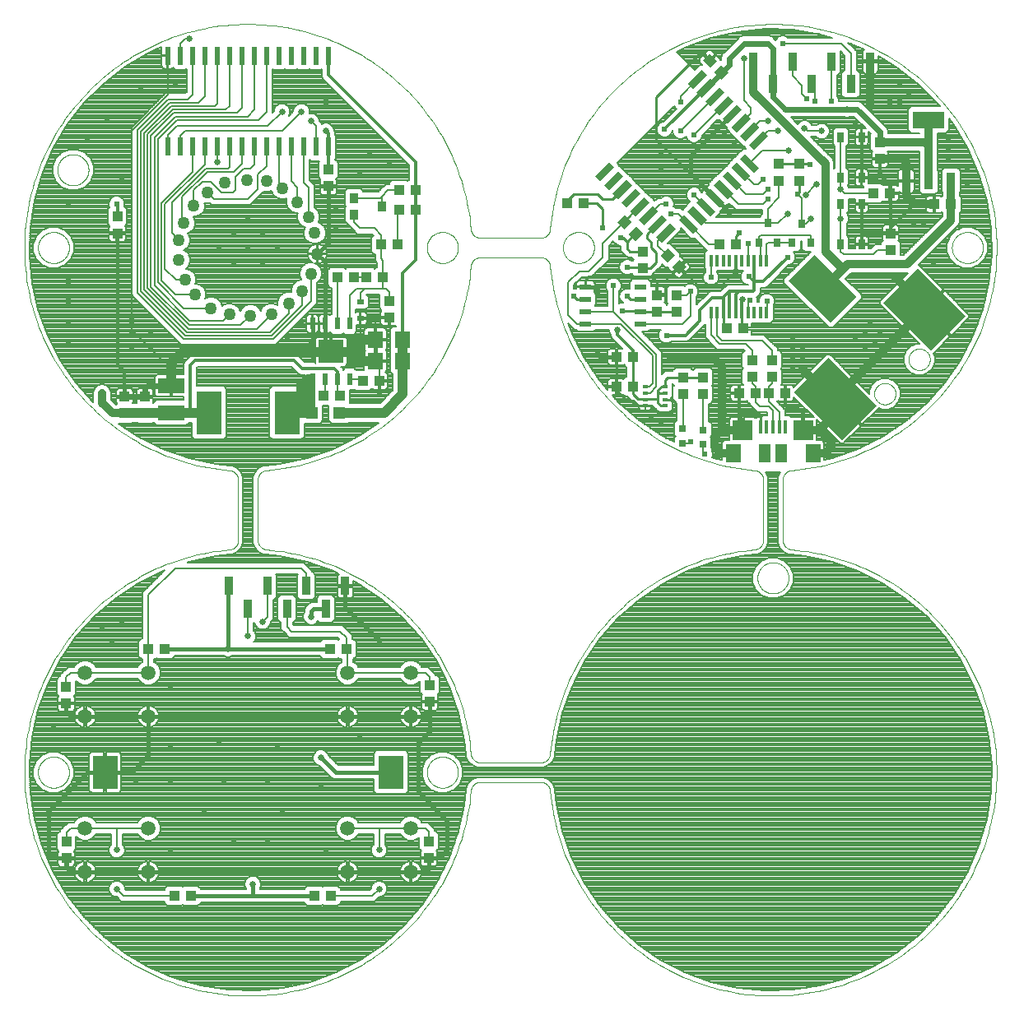
<source format=gtl>
G75*
%MOIN*%
%OFA0B0*%
%FSLAX25Y25*%
%IPPOS*%
%LPD*%
%AMOC8*
5,1,8,0,0,1.08239X$1,22.5*
%
%ADD10C,0.00000*%
%ADD11R,0.04331X0.03937*%
%ADD12R,0.03937X0.04331*%
%ADD13R,0.01575X0.05315*%
%ADD14R,0.08268X0.07874*%
%ADD15R,0.04724X0.07480*%
%ADD16R,0.06299X0.07480*%
%ADD17R,0.02559X0.04134*%
%ADD18R,0.10236X0.13780*%
%ADD19R,0.01969X0.01378*%
%ADD20R,0.04724X0.02362*%
%ADD21C,0.05000*%
%ADD22R,0.10630X0.06299*%
%ADD23R,0.10236X0.17717*%
%ADD24R,0.04724X0.04724*%
%ADD25R,0.06299X0.07087*%
%ADD26R,0.10236X0.09449*%
%ADD27R,0.01969X0.05000*%
%ADD28R,0.03543X0.04331*%
%ADD29R,0.03543X0.03937*%
%ADD30R,0.02756X0.02362*%
%ADD31R,0.03740X0.06890*%
%ADD32R,0.12598X0.06890*%
%ADD33R,0.03000X0.08000*%
%ADD34R,0.02098X0.07799*%
%ADD35R,0.27559X0.19685*%
%ADD36R,0.24016X0.14961*%
%ADD37R,0.03504X0.07283*%
%ADD38R,0.01575X0.04500*%
%ADD39R,0.03150X0.03150*%
%ADD40R,0.03150X0.03543*%
%ADD41C,0.05937*%
%ADD42C,0.00800*%
%ADD43C,0.01600*%
%ADD44C,0.00300*%
%ADD45C,0.04000*%
%ADD46C,0.02400*%
%ADD47C,0.03200*%
%ADD48C,0.00600*%
%ADD49C,0.01000*%
%ADD50C,0.01200*%
%ADD51C,0.02578*%
%ADD52C,0.02400*%
%ADD53C,0.02559*%
D10*
X0050350Y0091951D02*
X0050352Y0092109D01*
X0050358Y0092267D01*
X0050368Y0092425D01*
X0050382Y0092583D01*
X0050400Y0092740D01*
X0050421Y0092897D01*
X0050447Y0093053D01*
X0050477Y0093209D01*
X0050510Y0093364D01*
X0050548Y0093517D01*
X0050589Y0093670D01*
X0050634Y0093822D01*
X0050683Y0093973D01*
X0050736Y0094122D01*
X0050792Y0094270D01*
X0050852Y0094416D01*
X0050916Y0094561D01*
X0050984Y0094704D01*
X0051055Y0094846D01*
X0051129Y0094986D01*
X0051207Y0095123D01*
X0051289Y0095259D01*
X0051373Y0095393D01*
X0051462Y0095524D01*
X0051553Y0095653D01*
X0051648Y0095780D01*
X0051745Y0095905D01*
X0051846Y0096027D01*
X0051950Y0096146D01*
X0052057Y0096263D01*
X0052167Y0096377D01*
X0052280Y0096488D01*
X0052395Y0096597D01*
X0052513Y0096702D01*
X0052634Y0096804D01*
X0052757Y0096904D01*
X0052883Y0097000D01*
X0053011Y0097093D01*
X0053141Y0097183D01*
X0053274Y0097269D01*
X0053409Y0097353D01*
X0053545Y0097432D01*
X0053684Y0097509D01*
X0053825Y0097581D01*
X0053967Y0097651D01*
X0054111Y0097716D01*
X0054257Y0097778D01*
X0054404Y0097836D01*
X0054553Y0097891D01*
X0054703Y0097942D01*
X0054854Y0097989D01*
X0055006Y0098032D01*
X0055159Y0098071D01*
X0055314Y0098107D01*
X0055469Y0098138D01*
X0055625Y0098166D01*
X0055781Y0098190D01*
X0055938Y0098210D01*
X0056096Y0098226D01*
X0056253Y0098238D01*
X0056412Y0098246D01*
X0056570Y0098250D01*
X0056728Y0098250D01*
X0056886Y0098246D01*
X0057045Y0098238D01*
X0057202Y0098226D01*
X0057360Y0098210D01*
X0057517Y0098190D01*
X0057673Y0098166D01*
X0057829Y0098138D01*
X0057984Y0098107D01*
X0058139Y0098071D01*
X0058292Y0098032D01*
X0058444Y0097989D01*
X0058595Y0097942D01*
X0058745Y0097891D01*
X0058894Y0097836D01*
X0059041Y0097778D01*
X0059187Y0097716D01*
X0059331Y0097651D01*
X0059473Y0097581D01*
X0059614Y0097509D01*
X0059753Y0097432D01*
X0059889Y0097353D01*
X0060024Y0097269D01*
X0060157Y0097183D01*
X0060287Y0097093D01*
X0060415Y0097000D01*
X0060541Y0096904D01*
X0060664Y0096804D01*
X0060785Y0096702D01*
X0060903Y0096597D01*
X0061018Y0096488D01*
X0061131Y0096377D01*
X0061241Y0096263D01*
X0061348Y0096146D01*
X0061452Y0096027D01*
X0061553Y0095905D01*
X0061650Y0095780D01*
X0061745Y0095653D01*
X0061836Y0095524D01*
X0061925Y0095393D01*
X0062009Y0095259D01*
X0062091Y0095123D01*
X0062169Y0094986D01*
X0062243Y0094846D01*
X0062314Y0094704D01*
X0062382Y0094561D01*
X0062446Y0094416D01*
X0062506Y0094270D01*
X0062562Y0094122D01*
X0062615Y0093973D01*
X0062664Y0093822D01*
X0062709Y0093670D01*
X0062750Y0093517D01*
X0062788Y0093364D01*
X0062821Y0093209D01*
X0062851Y0093053D01*
X0062877Y0092897D01*
X0062898Y0092740D01*
X0062916Y0092583D01*
X0062930Y0092425D01*
X0062940Y0092267D01*
X0062946Y0092109D01*
X0062948Y0091951D01*
X0062946Y0091793D01*
X0062940Y0091635D01*
X0062930Y0091477D01*
X0062916Y0091319D01*
X0062898Y0091162D01*
X0062877Y0091005D01*
X0062851Y0090849D01*
X0062821Y0090693D01*
X0062788Y0090538D01*
X0062750Y0090385D01*
X0062709Y0090232D01*
X0062664Y0090080D01*
X0062615Y0089929D01*
X0062562Y0089780D01*
X0062506Y0089632D01*
X0062446Y0089486D01*
X0062382Y0089341D01*
X0062314Y0089198D01*
X0062243Y0089056D01*
X0062169Y0088916D01*
X0062091Y0088779D01*
X0062009Y0088643D01*
X0061925Y0088509D01*
X0061836Y0088378D01*
X0061745Y0088249D01*
X0061650Y0088122D01*
X0061553Y0087997D01*
X0061452Y0087875D01*
X0061348Y0087756D01*
X0061241Y0087639D01*
X0061131Y0087525D01*
X0061018Y0087414D01*
X0060903Y0087305D01*
X0060785Y0087200D01*
X0060664Y0087098D01*
X0060541Y0086998D01*
X0060415Y0086902D01*
X0060287Y0086809D01*
X0060157Y0086719D01*
X0060024Y0086633D01*
X0059889Y0086549D01*
X0059753Y0086470D01*
X0059614Y0086393D01*
X0059473Y0086321D01*
X0059331Y0086251D01*
X0059187Y0086186D01*
X0059041Y0086124D01*
X0058894Y0086066D01*
X0058745Y0086011D01*
X0058595Y0085960D01*
X0058444Y0085913D01*
X0058292Y0085870D01*
X0058139Y0085831D01*
X0057984Y0085795D01*
X0057829Y0085764D01*
X0057673Y0085736D01*
X0057517Y0085712D01*
X0057360Y0085692D01*
X0057202Y0085676D01*
X0057045Y0085664D01*
X0056886Y0085656D01*
X0056728Y0085652D01*
X0056570Y0085652D01*
X0056412Y0085656D01*
X0056253Y0085664D01*
X0056096Y0085676D01*
X0055938Y0085692D01*
X0055781Y0085712D01*
X0055625Y0085736D01*
X0055469Y0085764D01*
X0055314Y0085795D01*
X0055159Y0085831D01*
X0055006Y0085870D01*
X0054854Y0085913D01*
X0054703Y0085960D01*
X0054553Y0086011D01*
X0054404Y0086066D01*
X0054257Y0086124D01*
X0054111Y0086186D01*
X0053967Y0086251D01*
X0053825Y0086321D01*
X0053684Y0086393D01*
X0053545Y0086470D01*
X0053409Y0086549D01*
X0053274Y0086633D01*
X0053141Y0086719D01*
X0053011Y0086809D01*
X0052883Y0086902D01*
X0052757Y0086998D01*
X0052634Y0087098D01*
X0052513Y0087200D01*
X0052395Y0087305D01*
X0052280Y0087414D01*
X0052167Y0087525D01*
X0052057Y0087639D01*
X0051950Y0087756D01*
X0051846Y0087875D01*
X0051745Y0087997D01*
X0051648Y0088122D01*
X0051553Y0088249D01*
X0051462Y0088378D01*
X0051373Y0088509D01*
X0051289Y0088643D01*
X0051207Y0088779D01*
X0051129Y0088916D01*
X0051055Y0089056D01*
X0050984Y0089198D01*
X0050916Y0089341D01*
X0050852Y0089486D01*
X0050792Y0089632D01*
X0050736Y0089780D01*
X0050683Y0089929D01*
X0050634Y0090080D01*
X0050589Y0090232D01*
X0050548Y0090385D01*
X0050510Y0090538D01*
X0050477Y0090693D01*
X0050447Y0090849D01*
X0050421Y0091005D01*
X0050400Y0091162D01*
X0050382Y0091319D01*
X0050368Y0091477D01*
X0050358Y0091635D01*
X0050352Y0091793D01*
X0050350Y0091951D01*
X0127842Y0182188D02*
X0125639Y0181977D01*
X0123442Y0181712D01*
X0121253Y0181393D01*
X0119071Y0181021D01*
X0116900Y0180595D01*
X0114739Y0180117D01*
X0112591Y0179586D01*
X0110456Y0179003D01*
X0108336Y0178368D01*
X0106233Y0177681D01*
X0104146Y0176943D01*
X0102079Y0176154D01*
X0100031Y0175315D01*
X0098005Y0174426D01*
X0096000Y0173488D01*
X0094020Y0172501D01*
X0092064Y0171466D01*
X0090134Y0170384D01*
X0088230Y0169255D01*
X0086356Y0168079D01*
X0084510Y0166858D01*
X0082695Y0165593D01*
X0080911Y0164283D01*
X0079160Y0162930D01*
X0077442Y0161535D01*
X0075759Y0160098D01*
X0074111Y0158621D01*
X0072500Y0157104D01*
X0070927Y0155548D01*
X0069392Y0153953D01*
X0067897Y0152322D01*
X0066442Y0150655D01*
X0065028Y0148953D01*
X0063656Y0147216D01*
X0062327Y0145447D01*
X0061042Y0143646D01*
X0059801Y0141814D01*
X0058605Y0139952D01*
X0057455Y0138061D01*
X0056351Y0136143D01*
X0055295Y0134198D01*
X0054286Y0132229D01*
X0053326Y0130235D01*
X0052415Y0128218D01*
X0051554Y0126180D01*
X0050742Y0124121D01*
X0049982Y0122043D01*
X0049272Y0119947D01*
X0048613Y0117834D01*
X0048007Y0115706D01*
X0047452Y0113564D01*
X0046950Y0111409D01*
X0046501Y0109242D01*
X0046105Y0107064D01*
X0045763Y0104878D01*
X0045473Y0102684D01*
X0045238Y0100484D01*
X0045056Y0098279D01*
X0044929Y0096069D01*
X0044855Y0093858D01*
X0044836Y0091645D01*
X0044870Y0089432D01*
X0044959Y0087221D01*
X0045101Y0085013D01*
X0045298Y0082809D01*
X0045548Y0080610D01*
X0045852Y0078418D01*
X0046209Y0076234D01*
X0046620Y0074060D01*
X0047084Y0071896D01*
X0047600Y0069744D01*
X0048169Y0067605D01*
X0048790Y0065481D01*
X0049462Y0063373D01*
X0050186Y0061282D01*
X0050961Y0059209D01*
X0051786Y0057156D01*
X0052662Y0055123D01*
X0053586Y0053113D01*
X0054560Y0051126D01*
X0055581Y0049163D01*
X0056651Y0047225D01*
X0057767Y0045315D01*
X0058930Y0043432D01*
X0060138Y0041578D01*
X0061392Y0039754D01*
X0062689Y0037962D01*
X0064030Y0036201D01*
X0065414Y0034474D01*
X0066839Y0032782D01*
X0068305Y0031124D01*
X0069812Y0029503D01*
X0071357Y0027919D01*
X0072941Y0026374D01*
X0074562Y0024867D01*
X0076220Y0023401D01*
X0077912Y0021976D01*
X0079639Y0020592D01*
X0081400Y0019251D01*
X0083192Y0017954D01*
X0085016Y0016700D01*
X0086870Y0015492D01*
X0088753Y0014329D01*
X0090663Y0013213D01*
X0092601Y0012143D01*
X0094564Y0011122D01*
X0096551Y0010148D01*
X0098561Y0009224D01*
X0100594Y0008348D01*
X0102647Y0007523D01*
X0104720Y0006748D01*
X0106811Y0006024D01*
X0108919Y0005352D01*
X0111043Y0004731D01*
X0113182Y0004162D01*
X0115334Y0003646D01*
X0117498Y0003182D01*
X0119672Y0002771D01*
X0121856Y0002414D01*
X0124048Y0002110D01*
X0126247Y0001860D01*
X0128451Y0001663D01*
X0130659Y0001521D01*
X0132870Y0001432D01*
X0135083Y0001398D01*
X0137296Y0001417D01*
X0139507Y0001491D01*
X0141717Y0001618D01*
X0143922Y0001800D01*
X0146122Y0002035D01*
X0148316Y0002325D01*
X0150502Y0002667D01*
X0152680Y0003063D01*
X0154847Y0003512D01*
X0157002Y0004014D01*
X0159144Y0004569D01*
X0161272Y0005175D01*
X0163385Y0005834D01*
X0165481Y0006544D01*
X0167559Y0007304D01*
X0169618Y0008116D01*
X0171656Y0008977D01*
X0173673Y0009888D01*
X0175667Y0010848D01*
X0177636Y0011857D01*
X0179581Y0012913D01*
X0181499Y0014017D01*
X0183390Y0015167D01*
X0185252Y0016363D01*
X0187084Y0017604D01*
X0188885Y0018889D01*
X0190654Y0020218D01*
X0192391Y0021590D01*
X0194093Y0023004D01*
X0195760Y0024459D01*
X0197391Y0025954D01*
X0198986Y0027489D01*
X0200542Y0029062D01*
X0202059Y0030673D01*
X0203536Y0032321D01*
X0204973Y0034004D01*
X0206368Y0035722D01*
X0207721Y0037473D01*
X0209031Y0039257D01*
X0210296Y0041072D01*
X0211517Y0042918D01*
X0212693Y0044792D01*
X0213822Y0046696D01*
X0214904Y0048626D01*
X0215939Y0050582D01*
X0216926Y0052562D01*
X0217864Y0054567D01*
X0218753Y0056593D01*
X0219592Y0058641D01*
X0220381Y0060708D01*
X0221119Y0062795D01*
X0221806Y0064898D01*
X0222441Y0067018D01*
X0223024Y0069153D01*
X0223555Y0071301D01*
X0224033Y0073462D01*
X0224459Y0075633D01*
X0224831Y0077815D01*
X0225150Y0080004D01*
X0225415Y0082201D01*
X0225626Y0084404D01*
X0225625Y0084404D02*
X0225637Y0084528D01*
X0225653Y0084652D01*
X0225673Y0084775D01*
X0225697Y0084897D01*
X0225725Y0085018D01*
X0225757Y0085139D01*
X0225792Y0085258D01*
X0225831Y0085377D01*
X0225874Y0085494D01*
X0225921Y0085609D01*
X0225971Y0085723D01*
X0226025Y0085835D01*
X0226082Y0085946D01*
X0226143Y0086055D01*
X0226208Y0086162D01*
X0226275Y0086266D01*
X0226346Y0086369D01*
X0226420Y0086469D01*
X0226497Y0086567D01*
X0226578Y0086662D01*
X0226661Y0086755D01*
X0226747Y0086845D01*
X0226836Y0086932D01*
X0226928Y0087016D01*
X0227022Y0087098D01*
X0227119Y0087176D01*
X0227218Y0087251D01*
X0227319Y0087324D01*
X0227423Y0087392D01*
X0227529Y0087458D01*
X0227637Y0087520D01*
X0227747Y0087579D01*
X0227859Y0087634D01*
X0227972Y0087686D01*
X0228087Y0087734D01*
X0228203Y0087778D01*
X0228321Y0087819D01*
X0228440Y0087856D01*
X0228560Y0087889D01*
X0228681Y0087918D01*
X0228803Y0087944D01*
X0228926Y0087966D01*
X0229049Y0087983D01*
X0229173Y0087997D01*
X0229297Y0088007D01*
X0229422Y0088013D01*
X0229546Y0088015D01*
X0229547Y0088014D02*
X0253830Y0088014D01*
X0253830Y0088015D02*
X0253954Y0088013D01*
X0254079Y0088007D01*
X0254203Y0087997D01*
X0254327Y0087983D01*
X0254450Y0087966D01*
X0254573Y0087944D01*
X0254695Y0087918D01*
X0254816Y0087889D01*
X0254936Y0087856D01*
X0255055Y0087819D01*
X0255173Y0087778D01*
X0255289Y0087734D01*
X0255404Y0087686D01*
X0255517Y0087634D01*
X0255629Y0087579D01*
X0255739Y0087520D01*
X0255847Y0087458D01*
X0255953Y0087392D01*
X0256057Y0087324D01*
X0256158Y0087251D01*
X0256257Y0087176D01*
X0256354Y0087098D01*
X0256448Y0087016D01*
X0256540Y0086932D01*
X0256629Y0086845D01*
X0256715Y0086755D01*
X0256798Y0086662D01*
X0256879Y0086567D01*
X0256956Y0086469D01*
X0257030Y0086369D01*
X0257101Y0086266D01*
X0257168Y0086162D01*
X0257233Y0086055D01*
X0257294Y0085946D01*
X0257351Y0085835D01*
X0257405Y0085723D01*
X0257455Y0085609D01*
X0257502Y0085494D01*
X0257545Y0085377D01*
X0257584Y0085258D01*
X0257619Y0085139D01*
X0257651Y0085018D01*
X0257679Y0084897D01*
X0257703Y0084775D01*
X0257723Y0084652D01*
X0257739Y0084528D01*
X0257751Y0084404D01*
X0253830Y0095888D02*
X0229547Y0095888D01*
X0229546Y0095888D02*
X0229422Y0095890D01*
X0229297Y0095896D01*
X0229173Y0095906D01*
X0229049Y0095920D01*
X0228926Y0095937D01*
X0228803Y0095959D01*
X0228681Y0095985D01*
X0228560Y0096014D01*
X0228440Y0096047D01*
X0228321Y0096084D01*
X0228203Y0096125D01*
X0228087Y0096169D01*
X0227972Y0096217D01*
X0227859Y0096269D01*
X0227747Y0096324D01*
X0227637Y0096383D01*
X0227529Y0096445D01*
X0227423Y0096511D01*
X0227319Y0096579D01*
X0227218Y0096652D01*
X0227119Y0096727D01*
X0227022Y0096805D01*
X0226928Y0096887D01*
X0226836Y0096971D01*
X0226747Y0097058D01*
X0226661Y0097148D01*
X0226578Y0097241D01*
X0226497Y0097336D01*
X0226420Y0097434D01*
X0226346Y0097534D01*
X0226275Y0097637D01*
X0226208Y0097741D01*
X0226143Y0097848D01*
X0226082Y0097957D01*
X0226025Y0098068D01*
X0225971Y0098180D01*
X0225921Y0098294D01*
X0225874Y0098409D01*
X0225831Y0098526D01*
X0225792Y0098645D01*
X0225757Y0098764D01*
X0225725Y0098885D01*
X0225697Y0099006D01*
X0225673Y0099128D01*
X0225653Y0099251D01*
X0225637Y0099375D01*
X0225625Y0099499D01*
X0207830Y0091951D02*
X0207832Y0092109D01*
X0207838Y0092267D01*
X0207848Y0092425D01*
X0207862Y0092583D01*
X0207880Y0092740D01*
X0207901Y0092897D01*
X0207927Y0093053D01*
X0207957Y0093209D01*
X0207990Y0093364D01*
X0208028Y0093517D01*
X0208069Y0093670D01*
X0208114Y0093822D01*
X0208163Y0093973D01*
X0208216Y0094122D01*
X0208272Y0094270D01*
X0208332Y0094416D01*
X0208396Y0094561D01*
X0208464Y0094704D01*
X0208535Y0094846D01*
X0208609Y0094986D01*
X0208687Y0095123D01*
X0208769Y0095259D01*
X0208853Y0095393D01*
X0208942Y0095524D01*
X0209033Y0095653D01*
X0209128Y0095780D01*
X0209225Y0095905D01*
X0209326Y0096027D01*
X0209430Y0096146D01*
X0209537Y0096263D01*
X0209647Y0096377D01*
X0209760Y0096488D01*
X0209875Y0096597D01*
X0209993Y0096702D01*
X0210114Y0096804D01*
X0210237Y0096904D01*
X0210363Y0097000D01*
X0210491Y0097093D01*
X0210621Y0097183D01*
X0210754Y0097269D01*
X0210889Y0097353D01*
X0211025Y0097432D01*
X0211164Y0097509D01*
X0211305Y0097581D01*
X0211447Y0097651D01*
X0211591Y0097716D01*
X0211737Y0097778D01*
X0211884Y0097836D01*
X0212033Y0097891D01*
X0212183Y0097942D01*
X0212334Y0097989D01*
X0212486Y0098032D01*
X0212639Y0098071D01*
X0212794Y0098107D01*
X0212949Y0098138D01*
X0213105Y0098166D01*
X0213261Y0098190D01*
X0213418Y0098210D01*
X0213576Y0098226D01*
X0213733Y0098238D01*
X0213892Y0098246D01*
X0214050Y0098250D01*
X0214208Y0098250D01*
X0214366Y0098246D01*
X0214525Y0098238D01*
X0214682Y0098226D01*
X0214840Y0098210D01*
X0214997Y0098190D01*
X0215153Y0098166D01*
X0215309Y0098138D01*
X0215464Y0098107D01*
X0215619Y0098071D01*
X0215772Y0098032D01*
X0215924Y0097989D01*
X0216075Y0097942D01*
X0216225Y0097891D01*
X0216374Y0097836D01*
X0216521Y0097778D01*
X0216667Y0097716D01*
X0216811Y0097651D01*
X0216953Y0097581D01*
X0217094Y0097509D01*
X0217233Y0097432D01*
X0217369Y0097353D01*
X0217504Y0097269D01*
X0217637Y0097183D01*
X0217767Y0097093D01*
X0217895Y0097000D01*
X0218021Y0096904D01*
X0218144Y0096804D01*
X0218265Y0096702D01*
X0218383Y0096597D01*
X0218498Y0096488D01*
X0218611Y0096377D01*
X0218721Y0096263D01*
X0218828Y0096146D01*
X0218932Y0096027D01*
X0219033Y0095905D01*
X0219130Y0095780D01*
X0219225Y0095653D01*
X0219316Y0095524D01*
X0219405Y0095393D01*
X0219489Y0095259D01*
X0219571Y0095123D01*
X0219649Y0094986D01*
X0219723Y0094846D01*
X0219794Y0094704D01*
X0219862Y0094561D01*
X0219926Y0094416D01*
X0219986Y0094270D01*
X0220042Y0094122D01*
X0220095Y0093973D01*
X0220144Y0093822D01*
X0220189Y0093670D01*
X0220230Y0093517D01*
X0220268Y0093364D01*
X0220301Y0093209D01*
X0220331Y0093053D01*
X0220357Y0092897D01*
X0220378Y0092740D01*
X0220396Y0092583D01*
X0220410Y0092425D01*
X0220420Y0092267D01*
X0220426Y0092109D01*
X0220428Y0091951D01*
X0220426Y0091793D01*
X0220420Y0091635D01*
X0220410Y0091477D01*
X0220396Y0091319D01*
X0220378Y0091162D01*
X0220357Y0091005D01*
X0220331Y0090849D01*
X0220301Y0090693D01*
X0220268Y0090538D01*
X0220230Y0090385D01*
X0220189Y0090232D01*
X0220144Y0090080D01*
X0220095Y0089929D01*
X0220042Y0089780D01*
X0219986Y0089632D01*
X0219926Y0089486D01*
X0219862Y0089341D01*
X0219794Y0089198D01*
X0219723Y0089056D01*
X0219649Y0088916D01*
X0219571Y0088779D01*
X0219489Y0088643D01*
X0219405Y0088509D01*
X0219316Y0088378D01*
X0219225Y0088249D01*
X0219130Y0088122D01*
X0219033Y0087997D01*
X0218932Y0087875D01*
X0218828Y0087756D01*
X0218721Y0087639D01*
X0218611Y0087525D01*
X0218498Y0087414D01*
X0218383Y0087305D01*
X0218265Y0087200D01*
X0218144Y0087098D01*
X0218021Y0086998D01*
X0217895Y0086902D01*
X0217767Y0086809D01*
X0217637Y0086719D01*
X0217504Y0086633D01*
X0217369Y0086549D01*
X0217233Y0086470D01*
X0217094Y0086393D01*
X0216953Y0086321D01*
X0216811Y0086251D01*
X0216667Y0086186D01*
X0216521Y0086124D01*
X0216374Y0086066D01*
X0216225Y0086011D01*
X0216075Y0085960D01*
X0215924Y0085913D01*
X0215772Y0085870D01*
X0215619Y0085831D01*
X0215464Y0085795D01*
X0215309Y0085764D01*
X0215153Y0085736D01*
X0214997Y0085712D01*
X0214840Y0085692D01*
X0214682Y0085676D01*
X0214525Y0085664D01*
X0214366Y0085656D01*
X0214208Y0085652D01*
X0214050Y0085652D01*
X0213892Y0085656D01*
X0213733Y0085664D01*
X0213576Y0085676D01*
X0213418Y0085692D01*
X0213261Y0085712D01*
X0213105Y0085736D01*
X0212949Y0085764D01*
X0212794Y0085795D01*
X0212639Y0085831D01*
X0212486Y0085870D01*
X0212334Y0085913D01*
X0212183Y0085960D01*
X0212033Y0086011D01*
X0211884Y0086066D01*
X0211737Y0086124D01*
X0211591Y0086186D01*
X0211447Y0086251D01*
X0211305Y0086321D01*
X0211164Y0086393D01*
X0211025Y0086470D01*
X0210889Y0086549D01*
X0210754Y0086633D01*
X0210621Y0086719D01*
X0210491Y0086809D01*
X0210363Y0086902D01*
X0210237Y0086998D01*
X0210114Y0087098D01*
X0209993Y0087200D01*
X0209875Y0087305D01*
X0209760Y0087414D01*
X0209647Y0087525D01*
X0209537Y0087639D01*
X0209430Y0087756D01*
X0209326Y0087875D01*
X0209225Y0087997D01*
X0209128Y0088122D01*
X0209033Y0088249D01*
X0208942Y0088378D01*
X0208853Y0088509D01*
X0208769Y0088643D01*
X0208687Y0088779D01*
X0208609Y0088916D01*
X0208535Y0089056D01*
X0208464Y0089198D01*
X0208396Y0089341D01*
X0208332Y0089486D01*
X0208272Y0089632D01*
X0208216Y0089780D01*
X0208163Y0089929D01*
X0208114Y0090080D01*
X0208069Y0090232D01*
X0208028Y0090385D01*
X0207990Y0090538D01*
X0207957Y0090693D01*
X0207927Y0090849D01*
X0207901Y0091005D01*
X0207880Y0091162D01*
X0207862Y0091319D01*
X0207848Y0091477D01*
X0207838Y0091635D01*
X0207832Y0091793D01*
X0207830Y0091951D01*
X0253830Y0095888D02*
X0253954Y0095890D01*
X0254079Y0095896D01*
X0254203Y0095906D01*
X0254327Y0095920D01*
X0254450Y0095937D01*
X0254573Y0095959D01*
X0254695Y0095985D01*
X0254816Y0096014D01*
X0254936Y0096047D01*
X0255055Y0096084D01*
X0255173Y0096125D01*
X0255289Y0096169D01*
X0255404Y0096217D01*
X0255517Y0096269D01*
X0255629Y0096324D01*
X0255739Y0096383D01*
X0255847Y0096445D01*
X0255953Y0096511D01*
X0256057Y0096579D01*
X0256158Y0096652D01*
X0256257Y0096727D01*
X0256354Y0096805D01*
X0256448Y0096887D01*
X0256540Y0096971D01*
X0256629Y0097058D01*
X0256715Y0097148D01*
X0256798Y0097241D01*
X0256879Y0097336D01*
X0256956Y0097434D01*
X0257030Y0097534D01*
X0257101Y0097637D01*
X0257168Y0097741D01*
X0257233Y0097848D01*
X0257294Y0097957D01*
X0257351Y0098068D01*
X0257405Y0098180D01*
X0257455Y0098294D01*
X0257502Y0098409D01*
X0257545Y0098526D01*
X0257584Y0098645D01*
X0257619Y0098764D01*
X0257651Y0098885D01*
X0257679Y0099006D01*
X0257703Y0099128D01*
X0257723Y0099251D01*
X0257739Y0099375D01*
X0257751Y0099499D01*
X0257752Y0099498D02*
X0257961Y0101680D01*
X0258223Y0103856D01*
X0258537Y0106025D01*
X0258904Y0108186D01*
X0259323Y0110338D01*
X0259794Y0112478D01*
X0260317Y0114607D01*
X0260891Y0116722D01*
X0261516Y0118823D01*
X0262191Y0120908D01*
X0262917Y0122976D01*
X0263693Y0125026D01*
X0264518Y0127056D01*
X0265392Y0129066D01*
X0266315Y0131054D01*
X0267285Y0133020D01*
X0268303Y0134961D01*
X0269367Y0136877D01*
X0270477Y0138767D01*
X0271633Y0140629D01*
X0272833Y0142463D01*
X0274078Y0144267D01*
X0275366Y0146040D01*
X0276696Y0147782D01*
X0278068Y0149491D01*
X0279481Y0151167D01*
X0280935Y0152807D01*
X0282427Y0154412D01*
X0283958Y0155981D01*
X0285527Y0157512D01*
X0287132Y0159004D01*
X0288772Y0160458D01*
X0290448Y0161871D01*
X0292157Y0163243D01*
X0293899Y0164573D01*
X0295672Y0165861D01*
X0297476Y0167106D01*
X0299310Y0168306D01*
X0301172Y0169462D01*
X0303062Y0170572D01*
X0304978Y0171636D01*
X0306919Y0172654D01*
X0308885Y0173624D01*
X0310873Y0174547D01*
X0312883Y0175421D01*
X0314913Y0176246D01*
X0316963Y0177022D01*
X0319031Y0177748D01*
X0321116Y0178423D01*
X0323217Y0179048D01*
X0325332Y0179622D01*
X0327461Y0180145D01*
X0329601Y0180616D01*
X0331753Y0181035D01*
X0333914Y0181402D01*
X0336083Y0181716D01*
X0338259Y0181978D01*
X0340441Y0182187D01*
X0340440Y0182187D02*
X0340564Y0182199D01*
X0340688Y0182215D01*
X0340811Y0182235D01*
X0340933Y0182259D01*
X0341054Y0182287D01*
X0341175Y0182319D01*
X0341294Y0182354D01*
X0341413Y0182393D01*
X0341530Y0182436D01*
X0341645Y0182483D01*
X0341759Y0182533D01*
X0341871Y0182587D01*
X0341982Y0182644D01*
X0342091Y0182705D01*
X0342198Y0182770D01*
X0342302Y0182837D01*
X0342405Y0182908D01*
X0342505Y0182982D01*
X0342603Y0183059D01*
X0342698Y0183140D01*
X0342791Y0183223D01*
X0342881Y0183309D01*
X0342968Y0183398D01*
X0343052Y0183490D01*
X0343134Y0183584D01*
X0343212Y0183681D01*
X0343287Y0183780D01*
X0343360Y0183881D01*
X0343428Y0183985D01*
X0343494Y0184091D01*
X0343556Y0184199D01*
X0343615Y0184309D01*
X0343670Y0184421D01*
X0343722Y0184534D01*
X0343770Y0184649D01*
X0343814Y0184765D01*
X0343855Y0184883D01*
X0343892Y0185002D01*
X0343925Y0185122D01*
X0343954Y0185243D01*
X0343980Y0185365D01*
X0344002Y0185488D01*
X0344019Y0185611D01*
X0344033Y0185735D01*
X0344043Y0185859D01*
X0344049Y0185984D01*
X0344051Y0186108D01*
X0344050Y0186109D02*
X0344050Y0210392D01*
X0344051Y0210392D02*
X0344049Y0210516D01*
X0344043Y0210641D01*
X0344033Y0210765D01*
X0344019Y0210889D01*
X0344002Y0211012D01*
X0343980Y0211135D01*
X0343954Y0211257D01*
X0343925Y0211378D01*
X0343892Y0211498D01*
X0343855Y0211617D01*
X0343814Y0211735D01*
X0343770Y0211851D01*
X0343722Y0211966D01*
X0343670Y0212079D01*
X0343615Y0212191D01*
X0343556Y0212301D01*
X0343494Y0212409D01*
X0343428Y0212515D01*
X0343360Y0212619D01*
X0343287Y0212720D01*
X0343212Y0212819D01*
X0343134Y0212916D01*
X0343052Y0213010D01*
X0342968Y0213102D01*
X0342881Y0213191D01*
X0342791Y0213277D01*
X0342698Y0213360D01*
X0342603Y0213441D01*
X0342505Y0213518D01*
X0342405Y0213592D01*
X0342302Y0213663D01*
X0342198Y0213730D01*
X0342091Y0213795D01*
X0341982Y0213856D01*
X0341871Y0213913D01*
X0341759Y0213967D01*
X0341645Y0214017D01*
X0341530Y0214064D01*
X0341413Y0214107D01*
X0341294Y0214146D01*
X0341175Y0214181D01*
X0341054Y0214213D01*
X0340933Y0214241D01*
X0340811Y0214265D01*
X0340688Y0214285D01*
X0340564Y0214301D01*
X0340440Y0214313D01*
X0351924Y0210392D02*
X0351924Y0186109D01*
X0351924Y0186108D02*
X0351926Y0185984D01*
X0351932Y0185859D01*
X0351942Y0185735D01*
X0351956Y0185611D01*
X0351973Y0185488D01*
X0351995Y0185365D01*
X0352021Y0185243D01*
X0352050Y0185122D01*
X0352083Y0185002D01*
X0352120Y0184883D01*
X0352161Y0184765D01*
X0352205Y0184649D01*
X0352253Y0184534D01*
X0352305Y0184421D01*
X0352360Y0184309D01*
X0352419Y0184199D01*
X0352481Y0184091D01*
X0352547Y0183985D01*
X0352615Y0183881D01*
X0352688Y0183780D01*
X0352763Y0183681D01*
X0352841Y0183584D01*
X0352923Y0183490D01*
X0353007Y0183398D01*
X0353094Y0183309D01*
X0353184Y0183223D01*
X0353277Y0183140D01*
X0353372Y0183059D01*
X0353470Y0182982D01*
X0353570Y0182908D01*
X0353673Y0182837D01*
X0353777Y0182770D01*
X0353884Y0182705D01*
X0353993Y0182644D01*
X0354104Y0182587D01*
X0354216Y0182533D01*
X0354330Y0182483D01*
X0354445Y0182436D01*
X0354562Y0182393D01*
X0354681Y0182354D01*
X0354800Y0182319D01*
X0354921Y0182287D01*
X0355042Y0182259D01*
X0355164Y0182235D01*
X0355287Y0182215D01*
X0355411Y0182199D01*
X0355535Y0182187D01*
X0341688Y0170691D02*
X0341690Y0170849D01*
X0341696Y0171007D01*
X0341706Y0171165D01*
X0341720Y0171323D01*
X0341738Y0171480D01*
X0341759Y0171637D01*
X0341785Y0171793D01*
X0341815Y0171949D01*
X0341848Y0172104D01*
X0341886Y0172257D01*
X0341927Y0172410D01*
X0341972Y0172562D01*
X0342021Y0172713D01*
X0342074Y0172862D01*
X0342130Y0173010D01*
X0342190Y0173156D01*
X0342254Y0173301D01*
X0342322Y0173444D01*
X0342393Y0173586D01*
X0342467Y0173726D01*
X0342545Y0173863D01*
X0342627Y0173999D01*
X0342711Y0174133D01*
X0342800Y0174264D01*
X0342891Y0174393D01*
X0342986Y0174520D01*
X0343083Y0174645D01*
X0343184Y0174767D01*
X0343288Y0174886D01*
X0343395Y0175003D01*
X0343505Y0175117D01*
X0343618Y0175228D01*
X0343733Y0175337D01*
X0343851Y0175442D01*
X0343972Y0175544D01*
X0344095Y0175644D01*
X0344221Y0175740D01*
X0344349Y0175833D01*
X0344479Y0175923D01*
X0344612Y0176009D01*
X0344747Y0176093D01*
X0344883Y0176172D01*
X0345022Y0176249D01*
X0345163Y0176321D01*
X0345305Y0176391D01*
X0345449Y0176456D01*
X0345595Y0176518D01*
X0345742Y0176576D01*
X0345891Y0176631D01*
X0346041Y0176682D01*
X0346192Y0176729D01*
X0346344Y0176772D01*
X0346497Y0176811D01*
X0346652Y0176847D01*
X0346807Y0176878D01*
X0346963Y0176906D01*
X0347119Y0176930D01*
X0347276Y0176950D01*
X0347434Y0176966D01*
X0347591Y0176978D01*
X0347750Y0176986D01*
X0347908Y0176990D01*
X0348066Y0176990D01*
X0348224Y0176986D01*
X0348383Y0176978D01*
X0348540Y0176966D01*
X0348698Y0176950D01*
X0348855Y0176930D01*
X0349011Y0176906D01*
X0349167Y0176878D01*
X0349322Y0176847D01*
X0349477Y0176811D01*
X0349630Y0176772D01*
X0349782Y0176729D01*
X0349933Y0176682D01*
X0350083Y0176631D01*
X0350232Y0176576D01*
X0350379Y0176518D01*
X0350525Y0176456D01*
X0350669Y0176391D01*
X0350811Y0176321D01*
X0350952Y0176249D01*
X0351091Y0176172D01*
X0351227Y0176093D01*
X0351362Y0176009D01*
X0351495Y0175923D01*
X0351625Y0175833D01*
X0351753Y0175740D01*
X0351879Y0175644D01*
X0352002Y0175544D01*
X0352123Y0175442D01*
X0352241Y0175337D01*
X0352356Y0175228D01*
X0352469Y0175117D01*
X0352579Y0175003D01*
X0352686Y0174886D01*
X0352790Y0174767D01*
X0352891Y0174645D01*
X0352988Y0174520D01*
X0353083Y0174393D01*
X0353174Y0174264D01*
X0353263Y0174133D01*
X0353347Y0173999D01*
X0353429Y0173863D01*
X0353507Y0173726D01*
X0353581Y0173586D01*
X0353652Y0173444D01*
X0353720Y0173301D01*
X0353784Y0173156D01*
X0353844Y0173010D01*
X0353900Y0172862D01*
X0353953Y0172713D01*
X0354002Y0172562D01*
X0354047Y0172410D01*
X0354088Y0172257D01*
X0354126Y0172104D01*
X0354159Y0171949D01*
X0354189Y0171793D01*
X0354215Y0171637D01*
X0354236Y0171480D01*
X0354254Y0171323D01*
X0354268Y0171165D01*
X0354278Y0171007D01*
X0354284Y0170849D01*
X0354286Y0170691D01*
X0354284Y0170533D01*
X0354278Y0170375D01*
X0354268Y0170217D01*
X0354254Y0170059D01*
X0354236Y0169902D01*
X0354215Y0169745D01*
X0354189Y0169589D01*
X0354159Y0169433D01*
X0354126Y0169278D01*
X0354088Y0169125D01*
X0354047Y0168972D01*
X0354002Y0168820D01*
X0353953Y0168669D01*
X0353900Y0168520D01*
X0353844Y0168372D01*
X0353784Y0168226D01*
X0353720Y0168081D01*
X0353652Y0167938D01*
X0353581Y0167796D01*
X0353507Y0167656D01*
X0353429Y0167519D01*
X0353347Y0167383D01*
X0353263Y0167249D01*
X0353174Y0167118D01*
X0353083Y0166989D01*
X0352988Y0166862D01*
X0352891Y0166737D01*
X0352790Y0166615D01*
X0352686Y0166496D01*
X0352579Y0166379D01*
X0352469Y0166265D01*
X0352356Y0166154D01*
X0352241Y0166045D01*
X0352123Y0165940D01*
X0352002Y0165838D01*
X0351879Y0165738D01*
X0351753Y0165642D01*
X0351625Y0165549D01*
X0351495Y0165459D01*
X0351362Y0165373D01*
X0351227Y0165289D01*
X0351091Y0165210D01*
X0350952Y0165133D01*
X0350811Y0165061D01*
X0350669Y0164991D01*
X0350525Y0164926D01*
X0350379Y0164864D01*
X0350232Y0164806D01*
X0350083Y0164751D01*
X0349933Y0164700D01*
X0349782Y0164653D01*
X0349630Y0164610D01*
X0349477Y0164571D01*
X0349322Y0164535D01*
X0349167Y0164504D01*
X0349011Y0164476D01*
X0348855Y0164452D01*
X0348698Y0164432D01*
X0348540Y0164416D01*
X0348383Y0164404D01*
X0348224Y0164396D01*
X0348066Y0164392D01*
X0347908Y0164392D01*
X0347750Y0164396D01*
X0347591Y0164404D01*
X0347434Y0164416D01*
X0347276Y0164432D01*
X0347119Y0164452D01*
X0346963Y0164476D01*
X0346807Y0164504D01*
X0346652Y0164535D01*
X0346497Y0164571D01*
X0346344Y0164610D01*
X0346192Y0164653D01*
X0346041Y0164700D01*
X0345891Y0164751D01*
X0345742Y0164806D01*
X0345595Y0164864D01*
X0345449Y0164926D01*
X0345305Y0164991D01*
X0345163Y0165061D01*
X0345022Y0165133D01*
X0344883Y0165210D01*
X0344747Y0165289D01*
X0344612Y0165373D01*
X0344479Y0165459D01*
X0344349Y0165549D01*
X0344221Y0165642D01*
X0344095Y0165738D01*
X0343972Y0165838D01*
X0343851Y0165940D01*
X0343733Y0166045D01*
X0343618Y0166154D01*
X0343505Y0166265D01*
X0343395Y0166379D01*
X0343288Y0166496D01*
X0343184Y0166615D01*
X0343083Y0166737D01*
X0342986Y0166862D01*
X0342891Y0166989D01*
X0342800Y0167118D01*
X0342711Y0167249D01*
X0342627Y0167383D01*
X0342545Y0167519D01*
X0342467Y0167656D01*
X0342393Y0167796D01*
X0342322Y0167938D01*
X0342254Y0168081D01*
X0342190Y0168226D01*
X0342130Y0168372D01*
X0342074Y0168520D01*
X0342021Y0168669D01*
X0341972Y0168820D01*
X0341927Y0168972D01*
X0341886Y0169125D01*
X0341848Y0169278D01*
X0341815Y0169433D01*
X0341785Y0169589D01*
X0341759Y0169745D01*
X0341738Y0169902D01*
X0341720Y0170059D01*
X0341706Y0170217D01*
X0341696Y0170375D01*
X0341690Y0170533D01*
X0341688Y0170691D01*
X0351924Y0210392D02*
X0351926Y0210516D01*
X0351932Y0210641D01*
X0351942Y0210765D01*
X0351956Y0210889D01*
X0351973Y0211012D01*
X0351995Y0211135D01*
X0352021Y0211257D01*
X0352050Y0211378D01*
X0352083Y0211498D01*
X0352120Y0211617D01*
X0352161Y0211735D01*
X0352205Y0211851D01*
X0352253Y0211966D01*
X0352305Y0212079D01*
X0352360Y0212191D01*
X0352419Y0212301D01*
X0352481Y0212409D01*
X0352547Y0212515D01*
X0352615Y0212619D01*
X0352688Y0212720D01*
X0352763Y0212819D01*
X0352841Y0212916D01*
X0352923Y0213010D01*
X0353007Y0213102D01*
X0353094Y0213191D01*
X0353184Y0213277D01*
X0353277Y0213360D01*
X0353372Y0213441D01*
X0353470Y0213518D01*
X0353570Y0213592D01*
X0353673Y0213663D01*
X0353777Y0213730D01*
X0353884Y0213795D01*
X0353993Y0213856D01*
X0354104Y0213913D01*
X0354216Y0213967D01*
X0354330Y0214017D01*
X0354445Y0214064D01*
X0354562Y0214107D01*
X0354681Y0214146D01*
X0354800Y0214181D01*
X0354921Y0214213D01*
X0355042Y0214241D01*
X0355164Y0214265D01*
X0355287Y0214285D01*
X0355411Y0214301D01*
X0355535Y0214313D01*
X0388961Y0245326D02*
X0388963Y0245457D01*
X0388969Y0245589D01*
X0388979Y0245720D01*
X0388993Y0245851D01*
X0389011Y0245981D01*
X0389033Y0246110D01*
X0389058Y0246239D01*
X0389088Y0246367D01*
X0389122Y0246494D01*
X0389159Y0246621D01*
X0389200Y0246745D01*
X0389245Y0246869D01*
X0389294Y0246991D01*
X0389346Y0247112D01*
X0389402Y0247230D01*
X0389462Y0247348D01*
X0389525Y0247463D01*
X0389592Y0247576D01*
X0389662Y0247688D01*
X0389735Y0247797D01*
X0389811Y0247903D01*
X0389891Y0248008D01*
X0389974Y0248110D01*
X0390060Y0248209D01*
X0390149Y0248306D01*
X0390241Y0248400D01*
X0390336Y0248491D01*
X0390433Y0248580D01*
X0390533Y0248665D01*
X0390636Y0248747D01*
X0390741Y0248826D01*
X0390848Y0248902D01*
X0390958Y0248974D01*
X0391070Y0249043D01*
X0391184Y0249109D01*
X0391299Y0249171D01*
X0391417Y0249230D01*
X0391536Y0249285D01*
X0391657Y0249337D01*
X0391780Y0249384D01*
X0391904Y0249428D01*
X0392029Y0249469D01*
X0392155Y0249505D01*
X0392283Y0249538D01*
X0392411Y0249566D01*
X0392540Y0249591D01*
X0392670Y0249612D01*
X0392800Y0249629D01*
X0392931Y0249642D01*
X0393062Y0249651D01*
X0393193Y0249656D01*
X0393325Y0249657D01*
X0393456Y0249654D01*
X0393588Y0249647D01*
X0393719Y0249636D01*
X0393849Y0249621D01*
X0393979Y0249602D01*
X0394109Y0249579D01*
X0394237Y0249553D01*
X0394365Y0249522D01*
X0394492Y0249487D01*
X0394618Y0249449D01*
X0394742Y0249407D01*
X0394866Y0249361D01*
X0394987Y0249311D01*
X0395107Y0249258D01*
X0395226Y0249201D01*
X0395343Y0249141D01*
X0395457Y0249077D01*
X0395570Y0249009D01*
X0395681Y0248938D01*
X0395790Y0248864D01*
X0395896Y0248787D01*
X0396000Y0248706D01*
X0396101Y0248623D01*
X0396200Y0248536D01*
X0396296Y0248446D01*
X0396389Y0248353D01*
X0396480Y0248258D01*
X0396567Y0248160D01*
X0396652Y0248059D01*
X0396733Y0247956D01*
X0396811Y0247850D01*
X0396886Y0247742D01*
X0396958Y0247632D01*
X0397026Y0247520D01*
X0397091Y0247406D01*
X0397152Y0247289D01*
X0397210Y0247171D01*
X0397264Y0247051D01*
X0397315Y0246930D01*
X0397362Y0246807D01*
X0397405Y0246683D01*
X0397444Y0246558D01*
X0397480Y0246431D01*
X0397511Y0246303D01*
X0397539Y0246175D01*
X0397563Y0246046D01*
X0397583Y0245916D01*
X0397599Y0245785D01*
X0397611Y0245654D01*
X0397619Y0245523D01*
X0397623Y0245392D01*
X0397623Y0245260D01*
X0397619Y0245129D01*
X0397611Y0244998D01*
X0397599Y0244867D01*
X0397583Y0244736D01*
X0397563Y0244606D01*
X0397539Y0244477D01*
X0397511Y0244349D01*
X0397480Y0244221D01*
X0397444Y0244094D01*
X0397405Y0243969D01*
X0397362Y0243845D01*
X0397315Y0243722D01*
X0397264Y0243601D01*
X0397210Y0243481D01*
X0397152Y0243363D01*
X0397091Y0243246D01*
X0397026Y0243132D01*
X0396958Y0243020D01*
X0396886Y0242910D01*
X0396811Y0242802D01*
X0396733Y0242696D01*
X0396652Y0242593D01*
X0396567Y0242492D01*
X0396480Y0242394D01*
X0396389Y0242299D01*
X0396296Y0242206D01*
X0396200Y0242116D01*
X0396101Y0242029D01*
X0396000Y0241946D01*
X0395896Y0241865D01*
X0395790Y0241788D01*
X0395681Y0241714D01*
X0395570Y0241643D01*
X0395458Y0241575D01*
X0395343Y0241511D01*
X0395226Y0241451D01*
X0395107Y0241394D01*
X0394987Y0241341D01*
X0394866Y0241291D01*
X0394742Y0241245D01*
X0394618Y0241203D01*
X0394492Y0241165D01*
X0394365Y0241130D01*
X0394237Y0241099D01*
X0394109Y0241073D01*
X0393979Y0241050D01*
X0393849Y0241031D01*
X0393719Y0241016D01*
X0393588Y0241005D01*
X0393456Y0240998D01*
X0393325Y0240995D01*
X0393193Y0240996D01*
X0393062Y0241001D01*
X0392931Y0241010D01*
X0392800Y0241023D01*
X0392670Y0241040D01*
X0392540Y0241061D01*
X0392411Y0241086D01*
X0392283Y0241114D01*
X0392155Y0241147D01*
X0392029Y0241183D01*
X0391904Y0241224D01*
X0391780Y0241268D01*
X0391657Y0241315D01*
X0391536Y0241367D01*
X0391417Y0241422D01*
X0391299Y0241481D01*
X0391184Y0241543D01*
X0391070Y0241609D01*
X0390958Y0241678D01*
X0390848Y0241750D01*
X0390741Y0241826D01*
X0390636Y0241905D01*
X0390533Y0241987D01*
X0390433Y0242072D01*
X0390336Y0242161D01*
X0390241Y0242252D01*
X0390149Y0242346D01*
X0390060Y0242443D01*
X0389974Y0242542D01*
X0389891Y0242644D01*
X0389811Y0242749D01*
X0389735Y0242855D01*
X0389662Y0242964D01*
X0389592Y0243076D01*
X0389525Y0243189D01*
X0389462Y0243304D01*
X0389402Y0243422D01*
X0389346Y0243540D01*
X0389294Y0243661D01*
X0389245Y0243783D01*
X0389200Y0243907D01*
X0389159Y0244031D01*
X0389122Y0244158D01*
X0389088Y0244285D01*
X0389058Y0244413D01*
X0389033Y0244542D01*
X0389011Y0244671D01*
X0388993Y0244801D01*
X0388979Y0244932D01*
X0388969Y0245063D01*
X0388963Y0245195D01*
X0388961Y0245326D01*
X0402880Y0259245D02*
X0402882Y0259376D01*
X0402888Y0259508D01*
X0402898Y0259639D01*
X0402912Y0259770D01*
X0402930Y0259900D01*
X0402952Y0260029D01*
X0402977Y0260158D01*
X0403007Y0260286D01*
X0403041Y0260413D01*
X0403078Y0260540D01*
X0403119Y0260664D01*
X0403164Y0260788D01*
X0403213Y0260910D01*
X0403265Y0261031D01*
X0403321Y0261149D01*
X0403381Y0261267D01*
X0403444Y0261382D01*
X0403511Y0261495D01*
X0403581Y0261607D01*
X0403654Y0261716D01*
X0403730Y0261822D01*
X0403810Y0261927D01*
X0403893Y0262029D01*
X0403979Y0262128D01*
X0404068Y0262225D01*
X0404160Y0262319D01*
X0404255Y0262410D01*
X0404352Y0262499D01*
X0404452Y0262584D01*
X0404555Y0262666D01*
X0404660Y0262745D01*
X0404767Y0262821D01*
X0404877Y0262893D01*
X0404989Y0262962D01*
X0405103Y0263028D01*
X0405218Y0263090D01*
X0405336Y0263149D01*
X0405455Y0263204D01*
X0405576Y0263256D01*
X0405699Y0263303D01*
X0405823Y0263347D01*
X0405948Y0263388D01*
X0406074Y0263424D01*
X0406202Y0263457D01*
X0406330Y0263485D01*
X0406459Y0263510D01*
X0406589Y0263531D01*
X0406719Y0263548D01*
X0406850Y0263561D01*
X0406981Y0263570D01*
X0407112Y0263575D01*
X0407244Y0263576D01*
X0407375Y0263573D01*
X0407507Y0263566D01*
X0407638Y0263555D01*
X0407768Y0263540D01*
X0407898Y0263521D01*
X0408028Y0263498D01*
X0408156Y0263472D01*
X0408284Y0263441D01*
X0408411Y0263406D01*
X0408537Y0263368D01*
X0408661Y0263326D01*
X0408785Y0263280D01*
X0408906Y0263230D01*
X0409026Y0263177D01*
X0409145Y0263120D01*
X0409262Y0263060D01*
X0409376Y0262996D01*
X0409489Y0262928D01*
X0409600Y0262857D01*
X0409709Y0262783D01*
X0409815Y0262706D01*
X0409919Y0262625D01*
X0410020Y0262542D01*
X0410119Y0262455D01*
X0410215Y0262365D01*
X0410308Y0262272D01*
X0410399Y0262177D01*
X0410486Y0262079D01*
X0410571Y0261978D01*
X0410652Y0261875D01*
X0410730Y0261769D01*
X0410805Y0261661D01*
X0410877Y0261551D01*
X0410945Y0261439D01*
X0411010Y0261325D01*
X0411071Y0261208D01*
X0411129Y0261090D01*
X0411183Y0260970D01*
X0411234Y0260849D01*
X0411281Y0260726D01*
X0411324Y0260602D01*
X0411363Y0260477D01*
X0411399Y0260350D01*
X0411430Y0260222D01*
X0411458Y0260094D01*
X0411482Y0259965D01*
X0411502Y0259835D01*
X0411518Y0259704D01*
X0411530Y0259573D01*
X0411538Y0259442D01*
X0411542Y0259311D01*
X0411542Y0259179D01*
X0411538Y0259048D01*
X0411530Y0258917D01*
X0411518Y0258786D01*
X0411502Y0258655D01*
X0411482Y0258525D01*
X0411458Y0258396D01*
X0411430Y0258268D01*
X0411399Y0258140D01*
X0411363Y0258013D01*
X0411324Y0257888D01*
X0411281Y0257764D01*
X0411234Y0257641D01*
X0411183Y0257520D01*
X0411129Y0257400D01*
X0411071Y0257282D01*
X0411010Y0257165D01*
X0410945Y0257051D01*
X0410877Y0256939D01*
X0410805Y0256829D01*
X0410730Y0256721D01*
X0410652Y0256615D01*
X0410571Y0256512D01*
X0410486Y0256411D01*
X0410399Y0256313D01*
X0410308Y0256218D01*
X0410215Y0256125D01*
X0410119Y0256035D01*
X0410020Y0255948D01*
X0409919Y0255865D01*
X0409815Y0255784D01*
X0409709Y0255707D01*
X0409600Y0255633D01*
X0409489Y0255562D01*
X0409377Y0255494D01*
X0409262Y0255430D01*
X0409145Y0255370D01*
X0409026Y0255313D01*
X0408906Y0255260D01*
X0408785Y0255210D01*
X0408661Y0255164D01*
X0408537Y0255122D01*
X0408411Y0255084D01*
X0408284Y0255049D01*
X0408156Y0255018D01*
X0408028Y0254992D01*
X0407898Y0254969D01*
X0407768Y0254950D01*
X0407638Y0254935D01*
X0407507Y0254924D01*
X0407375Y0254917D01*
X0407244Y0254914D01*
X0407112Y0254915D01*
X0406981Y0254920D01*
X0406850Y0254929D01*
X0406719Y0254942D01*
X0406589Y0254959D01*
X0406459Y0254980D01*
X0406330Y0255005D01*
X0406202Y0255033D01*
X0406074Y0255066D01*
X0405948Y0255102D01*
X0405823Y0255143D01*
X0405699Y0255187D01*
X0405576Y0255234D01*
X0405455Y0255286D01*
X0405336Y0255341D01*
X0405218Y0255400D01*
X0405103Y0255462D01*
X0404989Y0255528D01*
X0404877Y0255597D01*
X0404767Y0255669D01*
X0404660Y0255745D01*
X0404555Y0255824D01*
X0404452Y0255906D01*
X0404352Y0255991D01*
X0404255Y0256080D01*
X0404160Y0256171D01*
X0404068Y0256265D01*
X0403979Y0256362D01*
X0403893Y0256461D01*
X0403810Y0256563D01*
X0403730Y0256668D01*
X0403654Y0256774D01*
X0403581Y0256883D01*
X0403511Y0256995D01*
X0403444Y0257108D01*
X0403381Y0257223D01*
X0403321Y0257341D01*
X0403265Y0257459D01*
X0403213Y0257580D01*
X0403164Y0257702D01*
X0403119Y0257826D01*
X0403078Y0257950D01*
X0403041Y0258077D01*
X0403007Y0258204D01*
X0402977Y0258332D01*
X0402952Y0258461D01*
X0402930Y0258590D01*
X0402912Y0258720D01*
X0402898Y0258851D01*
X0402888Y0258982D01*
X0402882Y0259114D01*
X0402880Y0259245D01*
X0420429Y0304550D02*
X0420431Y0304708D01*
X0420437Y0304866D01*
X0420447Y0305024D01*
X0420461Y0305182D01*
X0420479Y0305339D01*
X0420500Y0305496D01*
X0420526Y0305652D01*
X0420556Y0305808D01*
X0420589Y0305963D01*
X0420627Y0306116D01*
X0420668Y0306269D01*
X0420713Y0306421D01*
X0420762Y0306572D01*
X0420815Y0306721D01*
X0420871Y0306869D01*
X0420931Y0307015D01*
X0420995Y0307160D01*
X0421063Y0307303D01*
X0421134Y0307445D01*
X0421208Y0307585D01*
X0421286Y0307722D01*
X0421368Y0307858D01*
X0421452Y0307992D01*
X0421541Y0308123D01*
X0421632Y0308252D01*
X0421727Y0308379D01*
X0421824Y0308504D01*
X0421925Y0308626D01*
X0422029Y0308745D01*
X0422136Y0308862D01*
X0422246Y0308976D01*
X0422359Y0309087D01*
X0422474Y0309196D01*
X0422592Y0309301D01*
X0422713Y0309403D01*
X0422836Y0309503D01*
X0422962Y0309599D01*
X0423090Y0309692D01*
X0423220Y0309782D01*
X0423353Y0309868D01*
X0423488Y0309952D01*
X0423624Y0310031D01*
X0423763Y0310108D01*
X0423904Y0310180D01*
X0424046Y0310250D01*
X0424190Y0310315D01*
X0424336Y0310377D01*
X0424483Y0310435D01*
X0424632Y0310490D01*
X0424782Y0310541D01*
X0424933Y0310588D01*
X0425085Y0310631D01*
X0425238Y0310670D01*
X0425393Y0310706D01*
X0425548Y0310737D01*
X0425704Y0310765D01*
X0425860Y0310789D01*
X0426017Y0310809D01*
X0426175Y0310825D01*
X0426332Y0310837D01*
X0426491Y0310845D01*
X0426649Y0310849D01*
X0426807Y0310849D01*
X0426965Y0310845D01*
X0427124Y0310837D01*
X0427281Y0310825D01*
X0427439Y0310809D01*
X0427596Y0310789D01*
X0427752Y0310765D01*
X0427908Y0310737D01*
X0428063Y0310706D01*
X0428218Y0310670D01*
X0428371Y0310631D01*
X0428523Y0310588D01*
X0428674Y0310541D01*
X0428824Y0310490D01*
X0428973Y0310435D01*
X0429120Y0310377D01*
X0429266Y0310315D01*
X0429410Y0310250D01*
X0429552Y0310180D01*
X0429693Y0310108D01*
X0429832Y0310031D01*
X0429968Y0309952D01*
X0430103Y0309868D01*
X0430236Y0309782D01*
X0430366Y0309692D01*
X0430494Y0309599D01*
X0430620Y0309503D01*
X0430743Y0309403D01*
X0430864Y0309301D01*
X0430982Y0309196D01*
X0431097Y0309087D01*
X0431210Y0308976D01*
X0431320Y0308862D01*
X0431427Y0308745D01*
X0431531Y0308626D01*
X0431632Y0308504D01*
X0431729Y0308379D01*
X0431824Y0308252D01*
X0431915Y0308123D01*
X0432004Y0307992D01*
X0432088Y0307858D01*
X0432170Y0307722D01*
X0432248Y0307585D01*
X0432322Y0307445D01*
X0432393Y0307303D01*
X0432461Y0307160D01*
X0432525Y0307015D01*
X0432585Y0306869D01*
X0432641Y0306721D01*
X0432694Y0306572D01*
X0432743Y0306421D01*
X0432788Y0306269D01*
X0432829Y0306116D01*
X0432867Y0305963D01*
X0432900Y0305808D01*
X0432930Y0305652D01*
X0432956Y0305496D01*
X0432977Y0305339D01*
X0432995Y0305182D01*
X0433009Y0305024D01*
X0433019Y0304866D01*
X0433025Y0304708D01*
X0433027Y0304550D01*
X0433025Y0304392D01*
X0433019Y0304234D01*
X0433009Y0304076D01*
X0432995Y0303918D01*
X0432977Y0303761D01*
X0432956Y0303604D01*
X0432930Y0303448D01*
X0432900Y0303292D01*
X0432867Y0303137D01*
X0432829Y0302984D01*
X0432788Y0302831D01*
X0432743Y0302679D01*
X0432694Y0302528D01*
X0432641Y0302379D01*
X0432585Y0302231D01*
X0432525Y0302085D01*
X0432461Y0301940D01*
X0432393Y0301797D01*
X0432322Y0301655D01*
X0432248Y0301515D01*
X0432170Y0301378D01*
X0432088Y0301242D01*
X0432004Y0301108D01*
X0431915Y0300977D01*
X0431824Y0300848D01*
X0431729Y0300721D01*
X0431632Y0300596D01*
X0431531Y0300474D01*
X0431427Y0300355D01*
X0431320Y0300238D01*
X0431210Y0300124D01*
X0431097Y0300013D01*
X0430982Y0299904D01*
X0430864Y0299799D01*
X0430743Y0299697D01*
X0430620Y0299597D01*
X0430494Y0299501D01*
X0430366Y0299408D01*
X0430236Y0299318D01*
X0430103Y0299232D01*
X0429968Y0299148D01*
X0429832Y0299069D01*
X0429693Y0298992D01*
X0429552Y0298920D01*
X0429410Y0298850D01*
X0429266Y0298785D01*
X0429120Y0298723D01*
X0428973Y0298665D01*
X0428824Y0298610D01*
X0428674Y0298559D01*
X0428523Y0298512D01*
X0428371Y0298469D01*
X0428218Y0298430D01*
X0428063Y0298394D01*
X0427908Y0298363D01*
X0427752Y0298335D01*
X0427596Y0298311D01*
X0427439Y0298291D01*
X0427281Y0298275D01*
X0427124Y0298263D01*
X0426965Y0298255D01*
X0426807Y0298251D01*
X0426649Y0298251D01*
X0426491Y0298255D01*
X0426332Y0298263D01*
X0426175Y0298275D01*
X0426017Y0298291D01*
X0425860Y0298311D01*
X0425704Y0298335D01*
X0425548Y0298363D01*
X0425393Y0298394D01*
X0425238Y0298430D01*
X0425085Y0298469D01*
X0424933Y0298512D01*
X0424782Y0298559D01*
X0424632Y0298610D01*
X0424483Y0298665D01*
X0424336Y0298723D01*
X0424190Y0298785D01*
X0424046Y0298850D01*
X0423904Y0298920D01*
X0423763Y0298992D01*
X0423624Y0299069D01*
X0423488Y0299148D01*
X0423353Y0299232D01*
X0423220Y0299318D01*
X0423090Y0299408D01*
X0422962Y0299501D01*
X0422836Y0299597D01*
X0422713Y0299697D01*
X0422592Y0299799D01*
X0422474Y0299904D01*
X0422359Y0300013D01*
X0422246Y0300124D01*
X0422136Y0300238D01*
X0422029Y0300355D01*
X0421925Y0300474D01*
X0421824Y0300596D01*
X0421727Y0300721D01*
X0421632Y0300848D01*
X0421541Y0300977D01*
X0421452Y0301108D01*
X0421368Y0301242D01*
X0421286Y0301378D01*
X0421208Y0301515D01*
X0421134Y0301655D01*
X0421063Y0301797D01*
X0420995Y0301940D01*
X0420931Y0302085D01*
X0420871Y0302231D01*
X0420815Y0302379D01*
X0420762Y0302528D01*
X0420713Y0302679D01*
X0420668Y0302831D01*
X0420627Y0302984D01*
X0420589Y0303137D01*
X0420556Y0303292D01*
X0420526Y0303448D01*
X0420500Y0303604D01*
X0420479Y0303761D01*
X0420461Y0303918D01*
X0420447Y0304076D01*
X0420437Y0304234D01*
X0420431Y0304392D01*
X0420429Y0304550D01*
X0355535Y0214313D02*
X0357738Y0214524D01*
X0359935Y0214789D01*
X0362124Y0215108D01*
X0364306Y0215480D01*
X0366477Y0215906D01*
X0368638Y0216384D01*
X0370786Y0216915D01*
X0372921Y0217498D01*
X0375041Y0218133D01*
X0377144Y0218820D01*
X0379231Y0219558D01*
X0381298Y0220347D01*
X0383346Y0221186D01*
X0385372Y0222075D01*
X0387377Y0223013D01*
X0389357Y0224000D01*
X0391313Y0225035D01*
X0393243Y0226117D01*
X0395147Y0227246D01*
X0397021Y0228422D01*
X0398867Y0229643D01*
X0400682Y0230908D01*
X0402466Y0232218D01*
X0404217Y0233571D01*
X0405935Y0234966D01*
X0407618Y0236403D01*
X0409266Y0237880D01*
X0410877Y0239397D01*
X0412450Y0240953D01*
X0413985Y0242548D01*
X0415480Y0244179D01*
X0416935Y0245846D01*
X0418349Y0247548D01*
X0419721Y0249285D01*
X0421050Y0251054D01*
X0422335Y0252855D01*
X0423576Y0254687D01*
X0424772Y0256549D01*
X0425922Y0258440D01*
X0427026Y0260358D01*
X0428082Y0262303D01*
X0429091Y0264272D01*
X0430051Y0266266D01*
X0430962Y0268283D01*
X0431823Y0270321D01*
X0432635Y0272380D01*
X0433395Y0274458D01*
X0434105Y0276554D01*
X0434764Y0278667D01*
X0435370Y0280795D01*
X0435925Y0282937D01*
X0436427Y0285092D01*
X0436876Y0287259D01*
X0437272Y0289437D01*
X0437614Y0291623D01*
X0437904Y0293817D01*
X0438139Y0296017D01*
X0438321Y0298222D01*
X0438448Y0300432D01*
X0438522Y0302643D01*
X0438541Y0304856D01*
X0438507Y0307069D01*
X0438418Y0309280D01*
X0438276Y0311488D01*
X0438079Y0313692D01*
X0437829Y0315891D01*
X0437525Y0318083D01*
X0437168Y0320267D01*
X0436757Y0322441D01*
X0436293Y0324605D01*
X0435777Y0326757D01*
X0435208Y0328896D01*
X0434587Y0331020D01*
X0433915Y0333128D01*
X0433191Y0335219D01*
X0432416Y0337292D01*
X0431591Y0339345D01*
X0430715Y0341378D01*
X0429791Y0343388D01*
X0428817Y0345375D01*
X0427796Y0347338D01*
X0426726Y0349276D01*
X0425610Y0351186D01*
X0424447Y0353069D01*
X0423239Y0354923D01*
X0421985Y0356747D01*
X0420688Y0358539D01*
X0419347Y0360300D01*
X0417963Y0362027D01*
X0416538Y0363719D01*
X0415072Y0365377D01*
X0413565Y0366998D01*
X0412020Y0368582D01*
X0410436Y0370127D01*
X0408815Y0371634D01*
X0407157Y0373100D01*
X0405465Y0374525D01*
X0403738Y0375909D01*
X0401977Y0377250D01*
X0400185Y0378547D01*
X0398361Y0379801D01*
X0396507Y0381009D01*
X0394624Y0382172D01*
X0392714Y0383288D01*
X0390776Y0384358D01*
X0388813Y0385379D01*
X0386826Y0386353D01*
X0384816Y0387277D01*
X0382783Y0388153D01*
X0380730Y0388978D01*
X0378657Y0389753D01*
X0376566Y0390477D01*
X0374458Y0391149D01*
X0372334Y0391770D01*
X0370195Y0392339D01*
X0368043Y0392855D01*
X0365879Y0393319D01*
X0363705Y0393730D01*
X0361521Y0394087D01*
X0359329Y0394391D01*
X0357130Y0394641D01*
X0354926Y0394838D01*
X0352718Y0394980D01*
X0350507Y0395069D01*
X0348294Y0395103D01*
X0346081Y0395084D01*
X0343870Y0395010D01*
X0341660Y0394883D01*
X0339455Y0394701D01*
X0337255Y0394466D01*
X0335061Y0394176D01*
X0332875Y0393834D01*
X0330697Y0393438D01*
X0328530Y0392989D01*
X0326375Y0392487D01*
X0324233Y0391932D01*
X0322105Y0391326D01*
X0319992Y0390667D01*
X0317896Y0389957D01*
X0315818Y0389197D01*
X0313759Y0388385D01*
X0311721Y0387524D01*
X0309704Y0386613D01*
X0307710Y0385653D01*
X0305741Y0384644D01*
X0303796Y0383588D01*
X0301878Y0382484D01*
X0299987Y0381334D01*
X0298125Y0380138D01*
X0296293Y0378897D01*
X0294492Y0377612D01*
X0292723Y0376283D01*
X0290986Y0374911D01*
X0289284Y0373497D01*
X0287617Y0372042D01*
X0285986Y0370547D01*
X0284391Y0369012D01*
X0282835Y0367439D01*
X0281318Y0365828D01*
X0279841Y0364180D01*
X0278404Y0362497D01*
X0277009Y0360779D01*
X0275656Y0359028D01*
X0274346Y0357244D01*
X0273081Y0355429D01*
X0271860Y0353583D01*
X0270684Y0351709D01*
X0269555Y0349805D01*
X0268473Y0347875D01*
X0267438Y0345919D01*
X0266451Y0343939D01*
X0265513Y0341934D01*
X0264624Y0339908D01*
X0263785Y0337860D01*
X0262996Y0335793D01*
X0262258Y0333706D01*
X0261571Y0331603D01*
X0260936Y0329483D01*
X0260353Y0327348D01*
X0259822Y0325200D01*
X0259344Y0323039D01*
X0258918Y0320868D01*
X0258546Y0318686D01*
X0258227Y0316497D01*
X0257962Y0314300D01*
X0257751Y0312097D01*
X0257739Y0311973D01*
X0257723Y0311849D01*
X0257703Y0311726D01*
X0257679Y0311604D01*
X0257651Y0311483D01*
X0257619Y0311362D01*
X0257584Y0311243D01*
X0257545Y0311124D01*
X0257502Y0311007D01*
X0257455Y0310892D01*
X0257405Y0310778D01*
X0257351Y0310666D01*
X0257294Y0310555D01*
X0257233Y0310446D01*
X0257168Y0310339D01*
X0257101Y0310235D01*
X0257030Y0310132D01*
X0256956Y0310032D01*
X0256879Y0309934D01*
X0256798Y0309839D01*
X0256715Y0309746D01*
X0256629Y0309656D01*
X0256540Y0309569D01*
X0256448Y0309485D01*
X0256354Y0309403D01*
X0256257Y0309325D01*
X0256158Y0309250D01*
X0256057Y0309177D01*
X0255953Y0309109D01*
X0255847Y0309043D01*
X0255739Y0308981D01*
X0255629Y0308922D01*
X0255517Y0308867D01*
X0255404Y0308815D01*
X0255289Y0308767D01*
X0255173Y0308723D01*
X0255055Y0308682D01*
X0254936Y0308645D01*
X0254816Y0308612D01*
X0254695Y0308583D01*
X0254573Y0308557D01*
X0254450Y0308535D01*
X0254327Y0308518D01*
X0254203Y0308504D01*
X0254079Y0308494D01*
X0253954Y0308488D01*
X0253830Y0308486D01*
X0253830Y0308487D02*
X0229547Y0308487D01*
X0229546Y0308486D02*
X0229422Y0308488D01*
X0229297Y0308494D01*
X0229173Y0308504D01*
X0229049Y0308518D01*
X0228926Y0308535D01*
X0228803Y0308557D01*
X0228681Y0308583D01*
X0228560Y0308612D01*
X0228440Y0308645D01*
X0228321Y0308682D01*
X0228203Y0308723D01*
X0228087Y0308767D01*
X0227972Y0308815D01*
X0227859Y0308867D01*
X0227747Y0308922D01*
X0227637Y0308981D01*
X0227529Y0309043D01*
X0227423Y0309109D01*
X0227319Y0309177D01*
X0227218Y0309250D01*
X0227119Y0309325D01*
X0227022Y0309403D01*
X0226928Y0309485D01*
X0226836Y0309569D01*
X0226747Y0309656D01*
X0226661Y0309746D01*
X0226578Y0309839D01*
X0226497Y0309934D01*
X0226420Y0310032D01*
X0226346Y0310132D01*
X0226275Y0310235D01*
X0226208Y0310339D01*
X0226143Y0310446D01*
X0226082Y0310555D01*
X0226025Y0310666D01*
X0225971Y0310778D01*
X0225921Y0310892D01*
X0225874Y0311007D01*
X0225831Y0311124D01*
X0225792Y0311243D01*
X0225757Y0311362D01*
X0225725Y0311483D01*
X0225697Y0311604D01*
X0225673Y0311726D01*
X0225653Y0311849D01*
X0225637Y0311973D01*
X0225625Y0312097D01*
X0229547Y0300613D02*
X0253830Y0300613D01*
X0253954Y0300611D01*
X0254079Y0300605D01*
X0254203Y0300595D01*
X0254327Y0300581D01*
X0254450Y0300564D01*
X0254573Y0300542D01*
X0254695Y0300516D01*
X0254816Y0300487D01*
X0254936Y0300454D01*
X0255055Y0300417D01*
X0255173Y0300376D01*
X0255289Y0300332D01*
X0255404Y0300284D01*
X0255517Y0300232D01*
X0255629Y0300177D01*
X0255739Y0300118D01*
X0255847Y0300056D01*
X0255953Y0299990D01*
X0256057Y0299922D01*
X0256158Y0299849D01*
X0256257Y0299774D01*
X0256354Y0299696D01*
X0256448Y0299614D01*
X0256540Y0299530D01*
X0256629Y0299443D01*
X0256715Y0299353D01*
X0256798Y0299260D01*
X0256879Y0299165D01*
X0256956Y0299067D01*
X0257030Y0298967D01*
X0257101Y0298864D01*
X0257168Y0298760D01*
X0257233Y0298653D01*
X0257294Y0298544D01*
X0257351Y0298433D01*
X0257405Y0298321D01*
X0257455Y0298207D01*
X0257502Y0298092D01*
X0257545Y0297975D01*
X0257584Y0297856D01*
X0257619Y0297737D01*
X0257651Y0297616D01*
X0257679Y0297495D01*
X0257703Y0297373D01*
X0257723Y0297250D01*
X0257739Y0297126D01*
X0257751Y0297002D01*
X0262948Y0304550D02*
X0262950Y0304708D01*
X0262956Y0304866D01*
X0262966Y0305024D01*
X0262980Y0305182D01*
X0262998Y0305339D01*
X0263019Y0305496D01*
X0263045Y0305652D01*
X0263075Y0305808D01*
X0263108Y0305963D01*
X0263146Y0306116D01*
X0263187Y0306269D01*
X0263232Y0306421D01*
X0263281Y0306572D01*
X0263334Y0306721D01*
X0263390Y0306869D01*
X0263450Y0307015D01*
X0263514Y0307160D01*
X0263582Y0307303D01*
X0263653Y0307445D01*
X0263727Y0307585D01*
X0263805Y0307722D01*
X0263887Y0307858D01*
X0263971Y0307992D01*
X0264060Y0308123D01*
X0264151Y0308252D01*
X0264246Y0308379D01*
X0264343Y0308504D01*
X0264444Y0308626D01*
X0264548Y0308745D01*
X0264655Y0308862D01*
X0264765Y0308976D01*
X0264878Y0309087D01*
X0264993Y0309196D01*
X0265111Y0309301D01*
X0265232Y0309403D01*
X0265355Y0309503D01*
X0265481Y0309599D01*
X0265609Y0309692D01*
X0265739Y0309782D01*
X0265872Y0309868D01*
X0266007Y0309952D01*
X0266143Y0310031D01*
X0266282Y0310108D01*
X0266423Y0310180D01*
X0266565Y0310250D01*
X0266709Y0310315D01*
X0266855Y0310377D01*
X0267002Y0310435D01*
X0267151Y0310490D01*
X0267301Y0310541D01*
X0267452Y0310588D01*
X0267604Y0310631D01*
X0267757Y0310670D01*
X0267912Y0310706D01*
X0268067Y0310737D01*
X0268223Y0310765D01*
X0268379Y0310789D01*
X0268536Y0310809D01*
X0268694Y0310825D01*
X0268851Y0310837D01*
X0269010Y0310845D01*
X0269168Y0310849D01*
X0269326Y0310849D01*
X0269484Y0310845D01*
X0269643Y0310837D01*
X0269800Y0310825D01*
X0269958Y0310809D01*
X0270115Y0310789D01*
X0270271Y0310765D01*
X0270427Y0310737D01*
X0270582Y0310706D01*
X0270737Y0310670D01*
X0270890Y0310631D01*
X0271042Y0310588D01*
X0271193Y0310541D01*
X0271343Y0310490D01*
X0271492Y0310435D01*
X0271639Y0310377D01*
X0271785Y0310315D01*
X0271929Y0310250D01*
X0272071Y0310180D01*
X0272212Y0310108D01*
X0272351Y0310031D01*
X0272487Y0309952D01*
X0272622Y0309868D01*
X0272755Y0309782D01*
X0272885Y0309692D01*
X0273013Y0309599D01*
X0273139Y0309503D01*
X0273262Y0309403D01*
X0273383Y0309301D01*
X0273501Y0309196D01*
X0273616Y0309087D01*
X0273729Y0308976D01*
X0273839Y0308862D01*
X0273946Y0308745D01*
X0274050Y0308626D01*
X0274151Y0308504D01*
X0274248Y0308379D01*
X0274343Y0308252D01*
X0274434Y0308123D01*
X0274523Y0307992D01*
X0274607Y0307858D01*
X0274689Y0307722D01*
X0274767Y0307585D01*
X0274841Y0307445D01*
X0274912Y0307303D01*
X0274980Y0307160D01*
X0275044Y0307015D01*
X0275104Y0306869D01*
X0275160Y0306721D01*
X0275213Y0306572D01*
X0275262Y0306421D01*
X0275307Y0306269D01*
X0275348Y0306116D01*
X0275386Y0305963D01*
X0275419Y0305808D01*
X0275449Y0305652D01*
X0275475Y0305496D01*
X0275496Y0305339D01*
X0275514Y0305182D01*
X0275528Y0305024D01*
X0275538Y0304866D01*
X0275544Y0304708D01*
X0275546Y0304550D01*
X0275544Y0304392D01*
X0275538Y0304234D01*
X0275528Y0304076D01*
X0275514Y0303918D01*
X0275496Y0303761D01*
X0275475Y0303604D01*
X0275449Y0303448D01*
X0275419Y0303292D01*
X0275386Y0303137D01*
X0275348Y0302984D01*
X0275307Y0302831D01*
X0275262Y0302679D01*
X0275213Y0302528D01*
X0275160Y0302379D01*
X0275104Y0302231D01*
X0275044Y0302085D01*
X0274980Y0301940D01*
X0274912Y0301797D01*
X0274841Y0301655D01*
X0274767Y0301515D01*
X0274689Y0301378D01*
X0274607Y0301242D01*
X0274523Y0301108D01*
X0274434Y0300977D01*
X0274343Y0300848D01*
X0274248Y0300721D01*
X0274151Y0300596D01*
X0274050Y0300474D01*
X0273946Y0300355D01*
X0273839Y0300238D01*
X0273729Y0300124D01*
X0273616Y0300013D01*
X0273501Y0299904D01*
X0273383Y0299799D01*
X0273262Y0299697D01*
X0273139Y0299597D01*
X0273013Y0299501D01*
X0272885Y0299408D01*
X0272755Y0299318D01*
X0272622Y0299232D01*
X0272487Y0299148D01*
X0272351Y0299069D01*
X0272212Y0298992D01*
X0272071Y0298920D01*
X0271929Y0298850D01*
X0271785Y0298785D01*
X0271639Y0298723D01*
X0271492Y0298665D01*
X0271343Y0298610D01*
X0271193Y0298559D01*
X0271042Y0298512D01*
X0270890Y0298469D01*
X0270737Y0298430D01*
X0270582Y0298394D01*
X0270427Y0298363D01*
X0270271Y0298335D01*
X0270115Y0298311D01*
X0269958Y0298291D01*
X0269800Y0298275D01*
X0269643Y0298263D01*
X0269484Y0298255D01*
X0269326Y0298251D01*
X0269168Y0298251D01*
X0269010Y0298255D01*
X0268851Y0298263D01*
X0268694Y0298275D01*
X0268536Y0298291D01*
X0268379Y0298311D01*
X0268223Y0298335D01*
X0268067Y0298363D01*
X0267912Y0298394D01*
X0267757Y0298430D01*
X0267604Y0298469D01*
X0267452Y0298512D01*
X0267301Y0298559D01*
X0267151Y0298610D01*
X0267002Y0298665D01*
X0266855Y0298723D01*
X0266709Y0298785D01*
X0266565Y0298850D01*
X0266423Y0298920D01*
X0266282Y0298992D01*
X0266143Y0299069D01*
X0266007Y0299148D01*
X0265872Y0299232D01*
X0265739Y0299318D01*
X0265609Y0299408D01*
X0265481Y0299501D01*
X0265355Y0299597D01*
X0265232Y0299697D01*
X0265111Y0299799D01*
X0264993Y0299904D01*
X0264878Y0300013D01*
X0264765Y0300124D01*
X0264655Y0300238D01*
X0264548Y0300355D01*
X0264444Y0300474D01*
X0264343Y0300596D01*
X0264246Y0300721D01*
X0264151Y0300848D01*
X0264060Y0300977D01*
X0263971Y0301108D01*
X0263887Y0301242D01*
X0263805Y0301378D01*
X0263727Y0301515D01*
X0263653Y0301655D01*
X0263582Y0301797D01*
X0263514Y0301940D01*
X0263450Y0302085D01*
X0263390Y0302231D01*
X0263334Y0302379D01*
X0263281Y0302528D01*
X0263232Y0302679D01*
X0263187Y0302831D01*
X0263146Y0302984D01*
X0263108Y0303137D01*
X0263075Y0303292D01*
X0263045Y0303448D01*
X0263019Y0303604D01*
X0262998Y0303761D01*
X0262980Y0303918D01*
X0262966Y0304076D01*
X0262956Y0304234D01*
X0262950Y0304392D01*
X0262948Y0304550D01*
X0229546Y0300613D02*
X0229422Y0300611D01*
X0229297Y0300605D01*
X0229173Y0300595D01*
X0229049Y0300581D01*
X0228926Y0300564D01*
X0228803Y0300542D01*
X0228681Y0300516D01*
X0228560Y0300487D01*
X0228440Y0300454D01*
X0228321Y0300417D01*
X0228203Y0300376D01*
X0228087Y0300332D01*
X0227972Y0300284D01*
X0227859Y0300232D01*
X0227747Y0300177D01*
X0227637Y0300118D01*
X0227529Y0300056D01*
X0227423Y0299990D01*
X0227319Y0299922D01*
X0227218Y0299849D01*
X0227119Y0299774D01*
X0227022Y0299696D01*
X0226928Y0299614D01*
X0226836Y0299530D01*
X0226747Y0299443D01*
X0226661Y0299353D01*
X0226578Y0299260D01*
X0226497Y0299165D01*
X0226420Y0299067D01*
X0226346Y0298967D01*
X0226275Y0298864D01*
X0226208Y0298760D01*
X0226143Y0298653D01*
X0226082Y0298544D01*
X0226025Y0298433D01*
X0225971Y0298321D01*
X0225921Y0298207D01*
X0225874Y0298092D01*
X0225831Y0297975D01*
X0225792Y0297856D01*
X0225757Y0297737D01*
X0225725Y0297616D01*
X0225697Y0297495D01*
X0225673Y0297373D01*
X0225653Y0297250D01*
X0225637Y0297126D01*
X0225625Y0297002D01*
X0207830Y0304550D02*
X0207832Y0304708D01*
X0207838Y0304866D01*
X0207848Y0305024D01*
X0207862Y0305182D01*
X0207880Y0305339D01*
X0207901Y0305496D01*
X0207927Y0305652D01*
X0207957Y0305808D01*
X0207990Y0305963D01*
X0208028Y0306116D01*
X0208069Y0306269D01*
X0208114Y0306421D01*
X0208163Y0306572D01*
X0208216Y0306721D01*
X0208272Y0306869D01*
X0208332Y0307015D01*
X0208396Y0307160D01*
X0208464Y0307303D01*
X0208535Y0307445D01*
X0208609Y0307585D01*
X0208687Y0307722D01*
X0208769Y0307858D01*
X0208853Y0307992D01*
X0208942Y0308123D01*
X0209033Y0308252D01*
X0209128Y0308379D01*
X0209225Y0308504D01*
X0209326Y0308626D01*
X0209430Y0308745D01*
X0209537Y0308862D01*
X0209647Y0308976D01*
X0209760Y0309087D01*
X0209875Y0309196D01*
X0209993Y0309301D01*
X0210114Y0309403D01*
X0210237Y0309503D01*
X0210363Y0309599D01*
X0210491Y0309692D01*
X0210621Y0309782D01*
X0210754Y0309868D01*
X0210889Y0309952D01*
X0211025Y0310031D01*
X0211164Y0310108D01*
X0211305Y0310180D01*
X0211447Y0310250D01*
X0211591Y0310315D01*
X0211737Y0310377D01*
X0211884Y0310435D01*
X0212033Y0310490D01*
X0212183Y0310541D01*
X0212334Y0310588D01*
X0212486Y0310631D01*
X0212639Y0310670D01*
X0212794Y0310706D01*
X0212949Y0310737D01*
X0213105Y0310765D01*
X0213261Y0310789D01*
X0213418Y0310809D01*
X0213576Y0310825D01*
X0213733Y0310837D01*
X0213892Y0310845D01*
X0214050Y0310849D01*
X0214208Y0310849D01*
X0214366Y0310845D01*
X0214525Y0310837D01*
X0214682Y0310825D01*
X0214840Y0310809D01*
X0214997Y0310789D01*
X0215153Y0310765D01*
X0215309Y0310737D01*
X0215464Y0310706D01*
X0215619Y0310670D01*
X0215772Y0310631D01*
X0215924Y0310588D01*
X0216075Y0310541D01*
X0216225Y0310490D01*
X0216374Y0310435D01*
X0216521Y0310377D01*
X0216667Y0310315D01*
X0216811Y0310250D01*
X0216953Y0310180D01*
X0217094Y0310108D01*
X0217233Y0310031D01*
X0217369Y0309952D01*
X0217504Y0309868D01*
X0217637Y0309782D01*
X0217767Y0309692D01*
X0217895Y0309599D01*
X0218021Y0309503D01*
X0218144Y0309403D01*
X0218265Y0309301D01*
X0218383Y0309196D01*
X0218498Y0309087D01*
X0218611Y0308976D01*
X0218721Y0308862D01*
X0218828Y0308745D01*
X0218932Y0308626D01*
X0219033Y0308504D01*
X0219130Y0308379D01*
X0219225Y0308252D01*
X0219316Y0308123D01*
X0219405Y0307992D01*
X0219489Y0307858D01*
X0219571Y0307722D01*
X0219649Y0307585D01*
X0219723Y0307445D01*
X0219794Y0307303D01*
X0219862Y0307160D01*
X0219926Y0307015D01*
X0219986Y0306869D01*
X0220042Y0306721D01*
X0220095Y0306572D01*
X0220144Y0306421D01*
X0220189Y0306269D01*
X0220230Y0306116D01*
X0220268Y0305963D01*
X0220301Y0305808D01*
X0220331Y0305652D01*
X0220357Y0305496D01*
X0220378Y0305339D01*
X0220396Y0305182D01*
X0220410Y0305024D01*
X0220420Y0304866D01*
X0220426Y0304708D01*
X0220428Y0304550D01*
X0220426Y0304392D01*
X0220420Y0304234D01*
X0220410Y0304076D01*
X0220396Y0303918D01*
X0220378Y0303761D01*
X0220357Y0303604D01*
X0220331Y0303448D01*
X0220301Y0303292D01*
X0220268Y0303137D01*
X0220230Y0302984D01*
X0220189Y0302831D01*
X0220144Y0302679D01*
X0220095Y0302528D01*
X0220042Y0302379D01*
X0219986Y0302231D01*
X0219926Y0302085D01*
X0219862Y0301940D01*
X0219794Y0301797D01*
X0219723Y0301655D01*
X0219649Y0301515D01*
X0219571Y0301378D01*
X0219489Y0301242D01*
X0219405Y0301108D01*
X0219316Y0300977D01*
X0219225Y0300848D01*
X0219130Y0300721D01*
X0219033Y0300596D01*
X0218932Y0300474D01*
X0218828Y0300355D01*
X0218721Y0300238D01*
X0218611Y0300124D01*
X0218498Y0300013D01*
X0218383Y0299904D01*
X0218265Y0299799D01*
X0218144Y0299697D01*
X0218021Y0299597D01*
X0217895Y0299501D01*
X0217767Y0299408D01*
X0217637Y0299318D01*
X0217504Y0299232D01*
X0217369Y0299148D01*
X0217233Y0299069D01*
X0217094Y0298992D01*
X0216953Y0298920D01*
X0216811Y0298850D01*
X0216667Y0298785D01*
X0216521Y0298723D01*
X0216374Y0298665D01*
X0216225Y0298610D01*
X0216075Y0298559D01*
X0215924Y0298512D01*
X0215772Y0298469D01*
X0215619Y0298430D01*
X0215464Y0298394D01*
X0215309Y0298363D01*
X0215153Y0298335D01*
X0214997Y0298311D01*
X0214840Y0298291D01*
X0214682Y0298275D01*
X0214525Y0298263D01*
X0214366Y0298255D01*
X0214208Y0298251D01*
X0214050Y0298251D01*
X0213892Y0298255D01*
X0213733Y0298263D01*
X0213576Y0298275D01*
X0213418Y0298291D01*
X0213261Y0298311D01*
X0213105Y0298335D01*
X0212949Y0298363D01*
X0212794Y0298394D01*
X0212639Y0298430D01*
X0212486Y0298469D01*
X0212334Y0298512D01*
X0212183Y0298559D01*
X0212033Y0298610D01*
X0211884Y0298665D01*
X0211737Y0298723D01*
X0211591Y0298785D01*
X0211447Y0298850D01*
X0211305Y0298920D01*
X0211164Y0298992D01*
X0211025Y0299069D01*
X0210889Y0299148D01*
X0210754Y0299232D01*
X0210621Y0299318D01*
X0210491Y0299408D01*
X0210363Y0299501D01*
X0210237Y0299597D01*
X0210114Y0299697D01*
X0209993Y0299799D01*
X0209875Y0299904D01*
X0209760Y0300013D01*
X0209647Y0300124D01*
X0209537Y0300238D01*
X0209430Y0300355D01*
X0209326Y0300474D01*
X0209225Y0300596D01*
X0209128Y0300721D01*
X0209033Y0300848D01*
X0208942Y0300977D01*
X0208853Y0301108D01*
X0208769Y0301242D01*
X0208687Y0301378D01*
X0208609Y0301515D01*
X0208535Y0301655D01*
X0208464Y0301797D01*
X0208396Y0301940D01*
X0208332Y0302085D01*
X0208272Y0302231D01*
X0208216Y0302379D01*
X0208163Y0302528D01*
X0208114Y0302679D01*
X0208069Y0302831D01*
X0208028Y0302984D01*
X0207990Y0303137D01*
X0207957Y0303292D01*
X0207927Y0303448D01*
X0207901Y0303604D01*
X0207880Y0303761D01*
X0207862Y0303918D01*
X0207848Y0304076D01*
X0207838Y0304234D01*
X0207832Y0304392D01*
X0207830Y0304550D01*
X0225625Y0297003D02*
X0225416Y0294821D01*
X0225154Y0292645D01*
X0224840Y0290476D01*
X0224473Y0288315D01*
X0224054Y0286163D01*
X0223583Y0284023D01*
X0223060Y0281894D01*
X0222486Y0279779D01*
X0221861Y0277678D01*
X0221186Y0275593D01*
X0220460Y0273525D01*
X0219684Y0271475D01*
X0218859Y0269445D01*
X0217985Y0267435D01*
X0217062Y0265447D01*
X0216092Y0263481D01*
X0215074Y0261540D01*
X0214010Y0259624D01*
X0212900Y0257734D01*
X0211744Y0255872D01*
X0210544Y0254038D01*
X0209299Y0252234D01*
X0208011Y0250461D01*
X0206681Y0248719D01*
X0205309Y0247010D01*
X0203896Y0245334D01*
X0202442Y0243694D01*
X0200950Y0242089D01*
X0199419Y0240520D01*
X0197850Y0238989D01*
X0196245Y0237497D01*
X0194605Y0236043D01*
X0192929Y0234630D01*
X0191220Y0233258D01*
X0189478Y0231928D01*
X0187705Y0230640D01*
X0185901Y0229395D01*
X0184067Y0228195D01*
X0182205Y0227039D01*
X0180315Y0225929D01*
X0178399Y0224865D01*
X0176458Y0223847D01*
X0174492Y0222877D01*
X0172504Y0221954D01*
X0170494Y0221080D01*
X0168464Y0220255D01*
X0166414Y0219479D01*
X0164346Y0218753D01*
X0162261Y0218078D01*
X0160160Y0217453D01*
X0158045Y0216879D01*
X0155916Y0216356D01*
X0153776Y0215885D01*
X0151624Y0215466D01*
X0149463Y0215099D01*
X0147294Y0214785D01*
X0145118Y0214523D01*
X0142936Y0214314D01*
X0142937Y0214313D02*
X0142813Y0214301D01*
X0142689Y0214285D01*
X0142566Y0214265D01*
X0142444Y0214241D01*
X0142323Y0214213D01*
X0142202Y0214181D01*
X0142083Y0214146D01*
X0141964Y0214107D01*
X0141847Y0214064D01*
X0141732Y0214017D01*
X0141618Y0213967D01*
X0141506Y0213913D01*
X0141395Y0213856D01*
X0141286Y0213795D01*
X0141179Y0213730D01*
X0141075Y0213663D01*
X0140972Y0213592D01*
X0140872Y0213518D01*
X0140774Y0213441D01*
X0140679Y0213360D01*
X0140586Y0213277D01*
X0140496Y0213191D01*
X0140409Y0213102D01*
X0140325Y0213010D01*
X0140243Y0212916D01*
X0140165Y0212819D01*
X0140090Y0212720D01*
X0140017Y0212619D01*
X0139949Y0212515D01*
X0139883Y0212409D01*
X0139821Y0212301D01*
X0139762Y0212191D01*
X0139707Y0212079D01*
X0139655Y0211966D01*
X0139607Y0211851D01*
X0139563Y0211735D01*
X0139522Y0211617D01*
X0139485Y0211498D01*
X0139452Y0211378D01*
X0139423Y0211257D01*
X0139397Y0211135D01*
X0139375Y0211012D01*
X0139358Y0210889D01*
X0139344Y0210765D01*
X0139334Y0210641D01*
X0139328Y0210516D01*
X0139326Y0210392D01*
X0139326Y0186109D01*
X0139326Y0186108D02*
X0139328Y0185984D01*
X0139334Y0185859D01*
X0139344Y0185735D01*
X0139358Y0185611D01*
X0139375Y0185488D01*
X0139397Y0185365D01*
X0139423Y0185243D01*
X0139452Y0185122D01*
X0139485Y0185002D01*
X0139522Y0184883D01*
X0139563Y0184765D01*
X0139607Y0184649D01*
X0139655Y0184534D01*
X0139707Y0184421D01*
X0139762Y0184309D01*
X0139821Y0184199D01*
X0139883Y0184091D01*
X0139949Y0183985D01*
X0140017Y0183881D01*
X0140090Y0183780D01*
X0140165Y0183681D01*
X0140243Y0183584D01*
X0140325Y0183490D01*
X0140409Y0183398D01*
X0140496Y0183309D01*
X0140586Y0183223D01*
X0140679Y0183140D01*
X0140774Y0183059D01*
X0140872Y0182982D01*
X0140972Y0182908D01*
X0141075Y0182837D01*
X0141179Y0182770D01*
X0141286Y0182705D01*
X0141395Y0182644D01*
X0141506Y0182587D01*
X0141618Y0182533D01*
X0141732Y0182483D01*
X0141847Y0182436D01*
X0141964Y0182393D01*
X0142083Y0182354D01*
X0142202Y0182319D01*
X0142323Y0182287D01*
X0142444Y0182259D01*
X0142566Y0182235D01*
X0142689Y0182215D01*
X0142813Y0182199D01*
X0142937Y0182187D01*
X0131452Y0186109D02*
X0131452Y0210392D01*
X0131450Y0210516D01*
X0131444Y0210641D01*
X0131434Y0210765D01*
X0131420Y0210889D01*
X0131403Y0211012D01*
X0131381Y0211135D01*
X0131355Y0211257D01*
X0131326Y0211378D01*
X0131293Y0211498D01*
X0131256Y0211617D01*
X0131215Y0211735D01*
X0131171Y0211851D01*
X0131123Y0211966D01*
X0131071Y0212079D01*
X0131016Y0212191D01*
X0130957Y0212301D01*
X0130895Y0212409D01*
X0130829Y0212515D01*
X0130761Y0212619D01*
X0130688Y0212720D01*
X0130613Y0212819D01*
X0130535Y0212916D01*
X0130453Y0213010D01*
X0130369Y0213102D01*
X0130282Y0213191D01*
X0130192Y0213277D01*
X0130099Y0213360D01*
X0130004Y0213441D01*
X0129906Y0213518D01*
X0129806Y0213592D01*
X0129703Y0213663D01*
X0129599Y0213730D01*
X0129492Y0213795D01*
X0129383Y0213856D01*
X0129272Y0213913D01*
X0129160Y0213967D01*
X0129046Y0214017D01*
X0128931Y0214064D01*
X0128814Y0214107D01*
X0128695Y0214146D01*
X0128576Y0214181D01*
X0128455Y0214213D01*
X0128334Y0214241D01*
X0128212Y0214265D01*
X0128089Y0214285D01*
X0127965Y0214301D01*
X0127841Y0214313D01*
X0131452Y0186108D02*
X0131450Y0185984D01*
X0131444Y0185859D01*
X0131434Y0185735D01*
X0131420Y0185611D01*
X0131403Y0185488D01*
X0131381Y0185365D01*
X0131355Y0185243D01*
X0131326Y0185122D01*
X0131293Y0185002D01*
X0131256Y0184883D01*
X0131215Y0184765D01*
X0131171Y0184649D01*
X0131123Y0184534D01*
X0131071Y0184421D01*
X0131016Y0184309D01*
X0130957Y0184199D01*
X0130895Y0184091D01*
X0130829Y0183985D01*
X0130761Y0183881D01*
X0130688Y0183780D01*
X0130613Y0183681D01*
X0130535Y0183584D01*
X0130453Y0183490D01*
X0130369Y0183398D01*
X0130282Y0183309D01*
X0130192Y0183223D01*
X0130099Y0183140D01*
X0130004Y0183059D01*
X0129906Y0182982D01*
X0129806Y0182908D01*
X0129703Y0182837D01*
X0129599Y0182770D01*
X0129492Y0182705D01*
X0129383Y0182644D01*
X0129272Y0182587D01*
X0129160Y0182533D01*
X0129046Y0182483D01*
X0128931Y0182436D01*
X0128814Y0182393D01*
X0128695Y0182354D01*
X0128576Y0182319D01*
X0128455Y0182287D01*
X0128334Y0182259D01*
X0128212Y0182235D01*
X0128089Y0182215D01*
X0127965Y0182199D01*
X0127841Y0182187D01*
X0142936Y0182187D02*
X0145118Y0181978D01*
X0147294Y0181716D01*
X0149463Y0181402D01*
X0151624Y0181035D01*
X0153776Y0180616D01*
X0155916Y0180145D01*
X0158045Y0179622D01*
X0160160Y0179048D01*
X0162261Y0178423D01*
X0164346Y0177748D01*
X0166414Y0177022D01*
X0168464Y0176246D01*
X0170494Y0175421D01*
X0172504Y0174547D01*
X0174492Y0173624D01*
X0176458Y0172654D01*
X0178399Y0171636D01*
X0180315Y0170572D01*
X0182205Y0169462D01*
X0184067Y0168306D01*
X0185901Y0167106D01*
X0187705Y0165861D01*
X0189478Y0164573D01*
X0191220Y0163243D01*
X0192929Y0161871D01*
X0194605Y0160458D01*
X0196245Y0159004D01*
X0197850Y0157512D01*
X0199419Y0155981D01*
X0200950Y0154412D01*
X0202442Y0152807D01*
X0203896Y0151167D01*
X0205309Y0149491D01*
X0206681Y0147782D01*
X0208011Y0146040D01*
X0209299Y0144267D01*
X0210544Y0142463D01*
X0211744Y0140629D01*
X0212900Y0138767D01*
X0214010Y0136877D01*
X0215074Y0134961D01*
X0216092Y0133020D01*
X0217062Y0131054D01*
X0217985Y0129066D01*
X0218859Y0127056D01*
X0219684Y0125026D01*
X0220460Y0122976D01*
X0221186Y0120908D01*
X0221861Y0118823D01*
X0222486Y0116722D01*
X0223060Y0114607D01*
X0223583Y0112478D01*
X0224054Y0110338D01*
X0224473Y0108186D01*
X0224840Y0106025D01*
X0225154Y0103856D01*
X0225416Y0101680D01*
X0225625Y0099498D01*
X0257751Y0084404D02*
X0257962Y0082201D01*
X0258227Y0080004D01*
X0258546Y0077815D01*
X0258918Y0075633D01*
X0259344Y0073462D01*
X0259822Y0071301D01*
X0260353Y0069153D01*
X0260936Y0067018D01*
X0261571Y0064898D01*
X0262258Y0062795D01*
X0262996Y0060708D01*
X0263785Y0058641D01*
X0264624Y0056593D01*
X0265513Y0054567D01*
X0266451Y0052562D01*
X0267438Y0050582D01*
X0268473Y0048626D01*
X0269555Y0046696D01*
X0270684Y0044792D01*
X0271860Y0042918D01*
X0273081Y0041072D01*
X0274346Y0039257D01*
X0275656Y0037473D01*
X0277009Y0035722D01*
X0278404Y0034004D01*
X0279841Y0032321D01*
X0281318Y0030673D01*
X0282835Y0029062D01*
X0284391Y0027489D01*
X0285986Y0025954D01*
X0287617Y0024459D01*
X0289284Y0023004D01*
X0290986Y0021590D01*
X0292723Y0020218D01*
X0294492Y0018889D01*
X0296293Y0017604D01*
X0298125Y0016363D01*
X0299987Y0015167D01*
X0301878Y0014017D01*
X0303796Y0012913D01*
X0305741Y0011857D01*
X0307710Y0010848D01*
X0309704Y0009888D01*
X0311721Y0008977D01*
X0313759Y0008116D01*
X0315818Y0007304D01*
X0317896Y0006544D01*
X0319992Y0005834D01*
X0322105Y0005175D01*
X0324233Y0004569D01*
X0326375Y0004014D01*
X0328530Y0003512D01*
X0330697Y0003063D01*
X0332875Y0002667D01*
X0335061Y0002325D01*
X0337255Y0002035D01*
X0339455Y0001800D01*
X0341660Y0001618D01*
X0343870Y0001491D01*
X0346081Y0001417D01*
X0348294Y0001398D01*
X0350507Y0001432D01*
X0352718Y0001521D01*
X0354926Y0001663D01*
X0357130Y0001860D01*
X0359329Y0002110D01*
X0361521Y0002414D01*
X0363705Y0002771D01*
X0365879Y0003182D01*
X0368043Y0003646D01*
X0370195Y0004162D01*
X0372334Y0004731D01*
X0374458Y0005352D01*
X0376566Y0006024D01*
X0378657Y0006748D01*
X0380730Y0007523D01*
X0382783Y0008348D01*
X0384816Y0009224D01*
X0386826Y0010148D01*
X0388813Y0011122D01*
X0390776Y0012143D01*
X0392714Y0013213D01*
X0394624Y0014329D01*
X0396507Y0015492D01*
X0398361Y0016700D01*
X0400185Y0017954D01*
X0401977Y0019251D01*
X0403738Y0020592D01*
X0405465Y0021976D01*
X0407157Y0023401D01*
X0408815Y0024867D01*
X0410436Y0026374D01*
X0412020Y0027919D01*
X0413565Y0029503D01*
X0415072Y0031124D01*
X0416538Y0032782D01*
X0417963Y0034474D01*
X0419347Y0036201D01*
X0420688Y0037962D01*
X0421985Y0039754D01*
X0423239Y0041578D01*
X0424447Y0043432D01*
X0425610Y0045315D01*
X0426726Y0047225D01*
X0427796Y0049163D01*
X0428817Y0051126D01*
X0429791Y0053113D01*
X0430715Y0055123D01*
X0431591Y0057156D01*
X0432416Y0059209D01*
X0433191Y0061282D01*
X0433915Y0063373D01*
X0434587Y0065481D01*
X0435208Y0067605D01*
X0435777Y0069744D01*
X0436293Y0071896D01*
X0436757Y0074060D01*
X0437168Y0076234D01*
X0437525Y0078418D01*
X0437829Y0080610D01*
X0438079Y0082809D01*
X0438276Y0085013D01*
X0438418Y0087221D01*
X0438507Y0089432D01*
X0438541Y0091645D01*
X0438522Y0093858D01*
X0438448Y0096069D01*
X0438321Y0098279D01*
X0438139Y0100484D01*
X0437904Y0102684D01*
X0437614Y0104878D01*
X0437272Y0107064D01*
X0436876Y0109242D01*
X0436427Y0111409D01*
X0435925Y0113564D01*
X0435370Y0115706D01*
X0434764Y0117834D01*
X0434105Y0119947D01*
X0433395Y0122043D01*
X0432635Y0124121D01*
X0431823Y0126180D01*
X0430962Y0128218D01*
X0430051Y0130235D01*
X0429091Y0132229D01*
X0428082Y0134198D01*
X0427026Y0136143D01*
X0425922Y0138061D01*
X0424772Y0139952D01*
X0423576Y0141814D01*
X0422335Y0143646D01*
X0421050Y0145447D01*
X0419721Y0147216D01*
X0418349Y0148953D01*
X0416935Y0150655D01*
X0415480Y0152322D01*
X0413985Y0153953D01*
X0412450Y0155548D01*
X0410877Y0157104D01*
X0409266Y0158621D01*
X0407618Y0160098D01*
X0405935Y0161535D01*
X0404217Y0162930D01*
X0402466Y0164283D01*
X0400682Y0165593D01*
X0398867Y0166858D01*
X0397021Y0168079D01*
X0395147Y0169255D01*
X0393243Y0170384D01*
X0391313Y0171466D01*
X0389357Y0172501D01*
X0387377Y0173488D01*
X0385372Y0174426D01*
X0383346Y0175315D01*
X0381298Y0176154D01*
X0379231Y0176943D01*
X0377144Y0177681D01*
X0375041Y0178368D01*
X0372921Y0179003D01*
X0370786Y0179586D01*
X0368638Y0180117D01*
X0366477Y0180595D01*
X0364306Y0181021D01*
X0362124Y0181393D01*
X0359935Y0181712D01*
X0357738Y0181977D01*
X0355535Y0182188D01*
X0340441Y0214314D02*
X0338259Y0214523D01*
X0336083Y0214785D01*
X0333914Y0215099D01*
X0331753Y0215466D01*
X0329601Y0215885D01*
X0327461Y0216356D01*
X0325332Y0216879D01*
X0323217Y0217453D01*
X0321116Y0218078D01*
X0319031Y0218753D01*
X0316963Y0219479D01*
X0314913Y0220255D01*
X0312883Y0221080D01*
X0310873Y0221954D01*
X0308885Y0222877D01*
X0306919Y0223847D01*
X0304978Y0224865D01*
X0303062Y0225929D01*
X0301172Y0227039D01*
X0299310Y0228195D01*
X0297476Y0229395D01*
X0295672Y0230640D01*
X0293899Y0231928D01*
X0292157Y0233258D01*
X0290448Y0234630D01*
X0288772Y0236043D01*
X0287132Y0237497D01*
X0285527Y0238989D01*
X0283958Y0240520D01*
X0282427Y0242089D01*
X0280935Y0243694D01*
X0279481Y0245334D01*
X0278068Y0247010D01*
X0276696Y0248719D01*
X0275366Y0250461D01*
X0274078Y0252234D01*
X0272833Y0254038D01*
X0271633Y0255872D01*
X0270477Y0257734D01*
X0269367Y0259624D01*
X0268303Y0261540D01*
X0267285Y0263481D01*
X0266315Y0265447D01*
X0265392Y0267435D01*
X0264518Y0269445D01*
X0263693Y0271475D01*
X0262917Y0273525D01*
X0262191Y0275593D01*
X0261516Y0277678D01*
X0260891Y0279779D01*
X0260317Y0281894D01*
X0259794Y0284023D01*
X0259323Y0286163D01*
X0258904Y0288315D01*
X0258537Y0290476D01*
X0258223Y0292645D01*
X0257961Y0294821D01*
X0257752Y0297003D01*
X0225626Y0312097D02*
X0225415Y0314300D01*
X0225150Y0316497D01*
X0224831Y0318686D01*
X0224459Y0320868D01*
X0224033Y0323039D01*
X0223555Y0325200D01*
X0223024Y0327348D01*
X0222441Y0329483D01*
X0221806Y0331603D01*
X0221119Y0333706D01*
X0220381Y0335793D01*
X0219592Y0337860D01*
X0218753Y0339908D01*
X0217864Y0341934D01*
X0216926Y0343939D01*
X0215939Y0345919D01*
X0214904Y0347875D01*
X0213822Y0349805D01*
X0212693Y0351709D01*
X0211517Y0353583D01*
X0210296Y0355429D01*
X0209031Y0357244D01*
X0207721Y0359028D01*
X0206368Y0360779D01*
X0204973Y0362497D01*
X0203536Y0364180D01*
X0202059Y0365828D01*
X0200542Y0367439D01*
X0198986Y0369012D01*
X0197391Y0370547D01*
X0195760Y0372042D01*
X0194093Y0373497D01*
X0192391Y0374911D01*
X0190654Y0376283D01*
X0188885Y0377612D01*
X0187084Y0378897D01*
X0185252Y0380138D01*
X0183390Y0381334D01*
X0181499Y0382484D01*
X0179581Y0383588D01*
X0177636Y0384644D01*
X0175667Y0385653D01*
X0173673Y0386613D01*
X0171656Y0387524D01*
X0169618Y0388385D01*
X0167559Y0389197D01*
X0165481Y0389957D01*
X0163385Y0390667D01*
X0161272Y0391326D01*
X0159144Y0391932D01*
X0157002Y0392487D01*
X0154847Y0392989D01*
X0152680Y0393438D01*
X0150502Y0393834D01*
X0148316Y0394176D01*
X0146122Y0394466D01*
X0143922Y0394701D01*
X0141717Y0394883D01*
X0139507Y0395010D01*
X0137296Y0395084D01*
X0135083Y0395103D01*
X0132870Y0395069D01*
X0130659Y0394980D01*
X0128451Y0394838D01*
X0126247Y0394641D01*
X0124048Y0394391D01*
X0121856Y0394087D01*
X0119672Y0393730D01*
X0117498Y0393319D01*
X0115334Y0392855D01*
X0113182Y0392339D01*
X0111043Y0391770D01*
X0108919Y0391149D01*
X0106811Y0390477D01*
X0104720Y0389753D01*
X0102647Y0388978D01*
X0100594Y0388153D01*
X0098561Y0387277D01*
X0096551Y0386353D01*
X0094564Y0385379D01*
X0092601Y0384358D01*
X0090663Y0383288D01*
X0088753Y0382172D01*
X0086870Y0381009D01*
X0085016Y0379801D01*
X0083192Y0378547D01*
X0081400Y0377250D01*
X0079639Y0375909D01*
X0077912Y0374525D01*
X0076220Y0373100D01*
X0074562Y0371634D01*
X0072941Y0370127D01*
X0071357Y0368582D01*
X0069812Y0366998D01*
X0068305Y0365377D01*
X0066839Y0363719D01*
X0065414Y0362027D01*
X0064030Y0360300D01*
X0062689Y0358539D01*
X0061392Y0356747D01*
X0060138Y0354923D01*
X0058930Y0353069D01*
X0057767Y0351186D01*
X0056651Y0349276D01*
X0055581Y0347338D01*
X0054560Y0345375D01*
X0053586Y0343388D01*
X0052662Y0341378D01*
X0051786Y0339345D01*
X0050961Y0337292D01*
X0050186Y0335219D01*
X0049462Y0333128D01*
X0048790Y0331020D01*
X0048169Y0328896D01*
X0047600Y0326757D01*
X0047084Y0324605D01*
X0046620Y0322441D01*
X0046209Y0320267D01*
X0045852Y0318083D01*
X0045548Y0315891D01*
X0045298Y0313692D01*
X0045101Y0311488D01*
X0044959Y0309280D01*
X0044870Y0307069D01*
X0044836Y0304856D01*
X0044855Y0302643D01*
X0044929Y0300432D01*
X0045056Y0298222D01*
X0045238Y0296017D01*
X0045473Y0293817D01*
X0045763Y0291623D01*
X0046105Y0289437D01*
X0046501Y0287259D01*
X0046950Y0285092D01*
X0047452Y0282937D01*
X0048007Y0280795D01*
X0048613Y0278667D01*
X0049272Y0276554D01*
X0049982Y0274458D01*
X0050742Y0272380D01*
X0051554Y0270321D01*
X0052415Y0268283D01*
X0053326Y0266266D01*
X0054286Y0264272D01*
X0055295Y0262303D01*
X0056351Y0260358D01*
X0057455Y0258440D01*
X0058605Y0256549D01*
X0059801Y0254687D01*
X0061042Y0252855D01*
X0062327Y0251054D01*
X0063656Y0249285D01*
X0065028Y0247548D01*
X0066442Y0245846D01*
X0067897Y0244179D01*
X0069392Y0242548D01*
X0070927Y0240953D01*
X0072500Y0239397D01*
X0074111Y0237880D01*
X0075759Y0236403D01*
X0077442Y0234966D01*
X0079160Y0233571D01*
X0080911Y0232218D01*
X0082695Y0230908D01*
X0084510Y0229643D01*
X0086356Y0228422D01*
X0088230Y0227246D01*
X0090134Y0226117D01*
X0092064Y0225035D01*
X0094020Y0224000D01*
X0096000Y0223013D01*
X0098005Y0222075D01*
X0100031Y0221186D01*
X0102079Y0220347D01*
X0104146Y0219558D01*
X0106233Y0218820D01*
X0108336Y0218133D01*
X0110456Y0217498D01*
X0112591Y0216915D01*
X0114739Y0216384D01*
X0116900Y0215906D01*
X0119071Y0215480D01*
X0121253Y0215108D01*
X0123442Y0214789D01*
X0125639Y0214524D01*
X0127842Y0214313D01*
X0050350Y0304550D02*
X0050352Y0304708D01*
X0050358Y0304866D01*
X0050368Y0305024D01*
X0050382Y0305182D01*
X0050400Y0305339D01*
X0050421Y0305496D01*
X0050447Y0305652D01*
X0050477Y0305808D01*
X0050510Y0305963D01*
X0050548Y0306116D01*
X0050589Y0306269D01*
X0050634Y0306421D01*
X0050683Y0306572D01*
X0050736Y0306721D01*
X0050792Y0306869D01*
X0050852Y0307015D01*
X0050916Y0307160D01*
X0050984Y0307303D01*
X0051055Y0307445D01*
X0051129Y0307585D01*
X0051207Y0307722D01*
X0051289Y0307858D01*
X0051373Y0307992D01*
X0051462Y0308123D01*
X0051553Y0308252D01*
X0051648Y0308379D01*
X0051745Y0308504D01*
X0051846Y0308626D01*
X0051950Y0308745D01*
X0052057Y0308862D01*
X0052167Y0308976D01*
X0052280Y0309087D01*
X0052395Y0309196D01*
X0052513Y0309301D01*
X0052634Y0309403D01*
X0052757Y0309503D01*
X0052883Y0309599D01*
X0053011Y0309692D01*
X0053141Y0309782D01*
X0053274Y0309868D01*
X0053409Y0309952D01*
X0053545Y0310031D01*
X0053684Y0310108D01*
X0053825Y0310180D01*
X0053967Y0310250D01*
X0054111Y0310315D01*
X0054257Y0310377D01*
X0054404Y0310435D01*
X0054553Y0310490D01*
X0054703Y0310541D01*
X0054854Y0310588D01*
X0055006Y0310631D01*
X0055159Y0310670D01*
X0055314Y0310706D01*
X0055469Y0310737D01*
X0055625Y0310765D01*
X0055781Y0310789D01*
X0055938Y0310809D01*
X0056096Y0310825D01*
X0056253Y0310837D01*
X0056412Y0310845D01*
X0056570Y0310849D01*
X0056728Y0310849D01*
X0056886Y0310845D01*
X0057045Y0310837D01*
X0057202Y0310825D01*
X0057360Y0310809D01*
X0057517Y0310789D01*
X0057673Y0310765D01*
X0057829Y0310737D01*
X0057984Y0310706D01*
X0058139Y0310670D01*
X0058292Y0310631D01*
X0058444Y0310588D01*
X0058595Y0310541D01*
X0058745Y0310490D01*
X0058894Y0310435D01*
X0059041Y0310377D01*
X0059187Y0310315D01*
X0059331Y0310250D01*
X0059473Y0310180D01*
X0059614Y0310108D01*
X0059753Y0310031D01*
X0059889Y0309952D01*
X0060024Y0309868D01*
X0060157Y0309782D01*
X0060287Y0309692D01*
X0060415Y0309599D01*
X0060541Y0309503D01*
X0060664Y0309403D01*
X0060785Y0309301D01*
X0060903Y0309196D01*
X0061018Y0309087D01*
X0061131Y0308976D01*
X0061241Y0308862D01*
X0061348Y0308745D01*
X0061452Y0308626D01*
X0061553Y0308504D01*
X0061650Y0308379D01*
X0061745Y0308252D01*
X0061836Y0308123D01*
X0061925Y0307992D01*
X0062009Y0307858D01*
X0062091Y0307722D01*
X0062169Y0307585D01*
X0062243Y0307445D01*
X0062314Y0307303D01*
X0062382Y0307160D01*
X0062446Y0307015D01*
X0062506Y0306869D01*
X0062562Y0306721D01*
X0062615Y0306572D01*
X0062664Y0306421D01*
X0062709Y0306269D01*
X0062750Y0306116D01*
X0062788Y0305963D01*
X0062821Y0305808D01*
X0062851Y0305652D01*
X0062877Y0305496D01*
X0062898Y0305339D01*
X0062916Y0305182D01*
X0062930Y0305024D01*
X0062940Y0304866D01*
X0062946Y0304708D01*
X0062948Y0304550D01*
X0062946Y0304392D01*
X0062940Y0304234D01*
X0062930Y0304076D01*
X0062916Y0303918D01*
X0062898Y0303761D01*
X0062877Y0303604D01*
X0062851Y0303448D01*
X0062821Y0303292D01*
X0062788Y0303137D01*
X0062750Y0302984D01*
X0062709Y0302831D01*
X0062664Y0302679D01*
X0062615Y0302528D01*
X0062562Y0302379D01*
X0062506Y0302231D01*
X0062446Y0302085D01*
X0062382Y0301940D01*
X0062314Y0301797D01*
X0062243Y0301655D01*
X0062169Y0301515D01*
X0062091Y0301378D01*
X0062009Y0301242D01*
X0061925Y0301108D01*
X0061836Y0300977D01*
X0061745Y0300848D01*
X0061650Y0300721D01*
X0061553Y0300596D01*
X0061452Y0300474D01*
X0061348Y0300355D01*
X0061241Y0300238D01*
X0061131Y0300124D01*
X0061018Y0300013D01*
X0060903Y0299904D01*
X0060785Y0299799D01*
X0060664Y0299697D01*
X0060541Y0299597D01*
X0060415Y0299501D01*
X0060287Y0299408D01*
X0060157Y0299318D01*
X0060024Y0299232D01*
X0059889Y0299148D01*
X0059753Y0299069D01*
X0059614Y0298992D01*
X0059473Y0298920D01*
X0059331Y0298850D01*
X0059187Y0298785D01*
X0059041Y0298723D01*
X0058894Y0298665D01*
X0058745Y0298610D01*
X0058595Y0298559D01*
X0058444Y0298512D01*
X0058292Y0298469D01*
X0058139Y0298430D01*
X0057984Y0298394D01*
X0057829Y0298363D01*
X0057673Y0298335D01*
X0057517Y0298311D01*
X0057360Y0298291D01*
X0057202Y0298275D01*
X0057045Y0298263D01*
X0056886Y0298255D01*
X0056728Y0298251D01*
X0056570Y0298251D01*
X0056412Y0298255D01*
X0056253Y0298263D01*
X0056096Y0298275D01*
X0055938Y0298291D01*
X0055781Y0298311D01*
X0055625Y0298335D01*
X0055469Y0298363D01*
X0055314Y0298394D01*
X0055159Y0298430D01*
X0055006Y0298469D01*
X0054854Y0298512D01*
X0054703Y0298559D01*
X0054553Y0298610D01*
X0054404Y0298665D01*
X0054257Y0298723D01*
X0054111Y0298785D01*
X0053967Y0298850D01*
X0053825Y0298920D01*
X0053684Y0298992D01*
X0053545Y0299069D01*
X0053409Y0299148D01*
X0053274Y0299232D01*
X0053141Y0299318D01*
X0053011Y0299408D01*
X0052883Y0299501D01*
X0052757Y0299597D01*
X0052634Y0299697D01*
X0052513Y0299799D01*
X0052395Y0299904D01*
X0052280Y0300013D01*
X0052167Y0300124D01*
X0052057Y0300238D01*
X0051950Y0300355D01*
X0051846Y0300474D01*
X0051745Y0300596D01*
X0051648Y0300721D01*
X0051553Y0300848D01*
X0051462Y0300977D01*
X0051373Y0301108D01*
X0051289Y0301242D01*
X0051207Y0301378D01*
X0051129Y0301515D01*
X0051055Y0301655D01*
X0050984Y0301797D01*
X0050916Y0301940D01*
X0050852Y0302085D01*
X0050792Y0302231D01*
X0050736Y0302379D01*
X0050683Y0302528D01*
X0050634Y0302679D01*
X0050589Y0302831D01*
X0050548Y0302984D01*
X0050510Y0303137D01*
X0050477Y0303292D01*
X0050447Y0303448D01*
X0050421Y0303604D01*
X0050400Y0303761D01*
X0050382Y0303918D01*
X0050368Y0304076D01*
X0050358Y0304234D01*
X0050352Y0304392D01*
X0050350Y0304550D01*
X0058224Y0336046D02*
X0058226Y0336204D01*
X0058232Y0336362D01*
X0058242Y0336520D01*
X0058256Y0336678D01*
X0058274Y0336835D01*
X0058295Y0336992D01*
X0058321Y0337148D01*
X0058351Y0337304D01*
X0058384Y0337459D01*
X0058422Y0337612D01*
X0058463Y0337765D01*
X0058508Y0337917D01*
X0058557Y0338068D01*
X0058610Y0338217D01*
X0058666Y0338365D01*
X0058726Y0338511D01*
X0058790Y0338656D01*
X0058858Y0338799D01*
X0058929Y0338941D01*
X0059003Y0339081D01*
X0059081Y0339218D01*
X0059163Y0339354D01*
X0059247Y0339488D01*
X0059336Y0339619D01*
X0059427Y0339748D01*
X0059522Y0339875D01*
X0059619Y0340000D01*
X0059720Y0340122D01*
X0059824Y0340241D01*
X0059931Y0340358D01*
X0060041Y0340472D01*
X0060154Y0340583D01*
X0060269Y0340692D01*
X0060387Y0340797D01*
X0060508Y0340899D01*
X0060631Y0340999D01*
X0060757Y0341095D01*
X0060885Y0341188D01*
X0061015Y0341278D01*
X0061148Y0341364D01*
X0061283Y0341448D01*
X0061419Y0341527D01*
X0061558Y0341604D01*
X0061699Y0341676D01*
X0061841Y0341746D01*
X0061985Y0341811D01*
X0062131Y0341873D01*
X0062278Y0341931D01*
X0062427Y0341986D01*
X0062577Y0342037D01*
X0062728Y0342084D01*
X0062880Y0342127D01*
X0063033Y0342166D01*
X0063188Y0342202D01*
X0063343Y0342233D01*
X0063499Y0342261D01*
X0063655Y0342285D01*
X0063812Y0342305D01*
X0063970Y0342321D01*
X0064127Y0342333D01*
X0064286Y0342341D01*
X0064444Y0342345D01*
X0064602Y0342345D01*
X0064760Y0342341D01*
X0064919Y0342333D01*
X0065076Y0342321D01*
X0065234Y0342305D01*
X0065391Y0342285D01*
X0065547Y0342261D01*
X0065703Y0342233D01*
X0065858Y0342202D01*
X0066013Y0342166D01*
X0066166Y0342127D01*
X0066318Y0342084D01*
X0066469Y0342037D01*
X0066619Y0341986D01*
X0066768Y0341931D01*
X0066915Y0341873D01*
X0067061Y0341811D01*
X0067205Y0341746D01*
X0067347Y0341676D01*
X0067488Y0341604D01*
X0067627Y0341527D01*
X0067763Y0341448D01*
X0067898Y0341364D01*
X0068031Y0341278D01*
X0068161Y0341188D01*
X0068289Y0341095D01*
X0068415Y0340999D01*
X0068538Y0340899D01*
X0068659Y0340797D01*
X0068777Y0340692D01*
X0068892Y0340583D01*
X0069005Y0340472D01*
X0069115Y0340358D01*
X0069222Y0340241D01*
X0069326Y0340122D01*
X0069427Y0340000D01*
X0069524Y0339875D01*
X0069619Y0339748D01*
X0069710Y0339619D01*
X0069799Y0339488D01*
X0069883Y0339354D01*
X0069965Y0339218D01*
X0070043Y0339081D01*
X0070117Y0338941D01*
X0070188Y0338799D01*
X0070256Y0338656D01*
X0070320Y0338511D01*
X0070380Y0338365D01*
X0070436Y0338217D01*
X0070489Y0338068D01*
X0070538Y0337917D01*
X0070583Y0337765D01*
X0070624Y0337612D01*
X0070662Y0337459D01*
X0070695Y0337304D01*
X0070725Y0337148D01*
X0070751Y0336992D01*
X0070772Y0336835D01*
X0070790Y0336678D01*
X0070804Y0336520D01*
X0070814Y0336362D01*
X0070820Y0336204D01*
X0070822Y0336046D01*
X0070820Y0335888D01*
X0070814Y0335730D01*
X0070804Y0335572D01*
X0070790Y0335414D01*
X0070772Y0335257D01*
X0070751Y0335100D01*
X0070725Y0334944D01*
X0070695Y0334788D01*
X0070662Y0334633D01*
X0070624Y0334480D01*
X0070583Y0334327D01*
X0070538Y0334175D01*
X0070489Y0334024D01*
X0070436Y0333875D01*
X0070380Y0333727D01*
X0070320Y0333581D01*
X0070256Y0333436D01*
X0070188Y0333293D01*
X0070117Y0333151D01*
X0070043Y0333011D01*
X0069965Y0332874D01*
X0069883Y0332738D01*
X0069799Y0332604D01*
X0069710Y0332473D01*
X0069619Y0332344D01*
X0069524Y0332217D01*
X0069427Y0332092D01*
X0069326Y0331970D01*
X0069222Y0331851D01*
X0069115Y0331734D01*
X0069005Y0331620D01*
X0068892Y0331509D01*
X0068777Y0331400D01*
X0068659Y0331295D01*
X0068538Y0331193D01*
X0068415Y0331093D01*
X0068289Y0330997D01*
X0068161Y0330904D01*
X0068031Y0330814D01*
X0067898Y0330728D01*
X0067763Y0330644D01*
X0067627Y0330565D01*
X0067488Y0330488D01*
X0067347Y0330416D01*
X0067205Y0330346D01*
X0067061Y0330281D01*
X0066915Y0330219D01*
X0066768Y0330161D01*
X0066619Y0330106D01*
X0066469Y0330055D01*
X0066318Y0330008D01*
X0066166Y0329965D01*
X0066013Y0329926D01*
X0065858Y0329890D01*
X0065703Y0329859D01*
X0065547Y0329831D01*
X0065391Y0329807D01*
X0065234Y0329787D01*
X0065076Y0329771D01*
X0064919Y0329759D01*
X0064760Y0329751D01*
X0064602Y0329747D01*
X0064444Y0329747D01*
X0064286Y0329751D01*
X0064127Y0329759D01*
X0063970Y0329771D01*
X0063812Y0329787D01*
X0063655Y0329807D01*
X0063499Y0329831D01*
X0063343Y0329859D01*
X0063188Y0329890D01*
X0063033Y0329926D01*
X0062880Y0329965D01*
X0062728Y0330008D01*
X0062577Y0330055D01*
X0062427Y0330106D01*
X0062278Y0330161D01*
X0062131Y0330219D01*
X0061985Y0330281D01*
X0061841Y0330346D01*
X0061699Y0330416D01*
X0061558Y0330488D01*
X0061419Y0330565D01*
X0061283Y0330644D01*
X0061148Y0330728D01*
X0061015Y0330814D01*
X0060885Y0330904D01*
X0060757Y0330997D01*
X0060631Y0331093D01*
X0060508Y0331193D01*
X0060387Y0331295D01*
X0060269Y0331400D01*
X0060154Y0331509D01*
X0060041Y0331620D01*
X0059931Y0331734D01*
X0059824Y0331851D01*
X0059720Y0331970D01*
X0059619Y0332092D01*
X0059522Y0332217D01*
X0059427Y0332344D01*
X0059336Y0332473D01*
X0059247Y0332604D01*
X0059163Y0332738D01*
X0059081Y0332874D01*
X0059003Y0333011D01*
X0058929Y0333151D01*
X0058858Y0333293D01*
X0058790Y0333436D01*
X0058726Y0333581D01*
X0058666Y0333727D01*
X0058610Y0333875D01*
X0058557Y0334024D01*
X0058508Y0334175D01*
X0058463Y0334327D01*
X0058422Y0334480D01*
X0058384Y0334633D01*
X0058351Y0334788D01*
X0058321Y0334944D01*
X0058295Y0335100D01*
X0058274Y0335257D01*
X0058256Y0335414D01*
X0058242Y0335572D01*
X0058232Y0335730D01*
X0058226Y0335888D01*
X0058224Y0336046D01*
D11*
X0183421Y0292463D03*
X0190113Y0292463D03*
X0192633Y0282857D03*
X0192633Y0276164D03*
X0189326Y0305731D03*
X0196019Y0305731D03*
X0284570Y0260246D03*
X0291263Y0260246D03*
X0291224Y0248172D03*
X0284531Y0248172D03*
X0311491Y0245298D03*
X0311491Y0251991D03*
X0319562Y0251991D03*
X0319562Y0245298D03*
X0334326Y0245573D03*
X0341019Y0245573D03*
X0346176Y0245613D03*
X0352869Y0245613D03*
X0347554Y0252227D03*
X0347554Y0258920D03*
X0339562Y0258920D03*
X0339562Y0252227D03*
X0335861Y0271754D03*
X0329169Y0271754D03*
X0308972Y0278683D03*
X0308972Y0285376D03*
X0295153Y0296243D03*
X0295153Y0302935D03*
X0350444Y0331711D03*
X0350444Y0338404D03*
X0358472Y0338408D03*
X0358472Y0331715D03*
X0388708Y0326628D03*
X0395401Y0326628D03*
X0413381Y0322069D03*
X0420074Y0322069D03*
G36*
X0327026Y0378491D02*
X0330087Y0375430D01*
X0327304Y0372647D01*
X0324243Y0375708D01*
X0327026Y0378491D01*
G37*
G36*
X0322293Y0383224D02*
X0325354Y0380163D01*
X0322571Y0377380D01*
X0319510Y0380441D01*
X0322293Y0383224D01*
G37*
D12*
X0391295Y0347266D03*
X0391295Y0340573D03*
X0395629Y0310341D03*
X0395629Y0303648D03*
X0332877Y0305766D03*
X0326184Y0305766D03*
G36*
X0310138Y0299593D02*
X0312921Y0296810D01*
X0309860Y0293749D01*
X0307077Y0296532D01*
X0310138Y0299593D01*
G37*
G36*
X0305406Y0304326D02*
X0308189Y0301543D01*
X0305128Y0298482D01*
X0302345Y0301265D01*
X0305406Y0304326D01*
G37*
G36*
X0292388Y0307222D02*
X0289605Y0310005D01*
X0292666Y0313066D01*
X0295449Y0310283D01*
X0292388Y0307222D01*
G37*
G36*
X0287655Y0311955D02*
X0284872Y0314738D01*
X0287933Y0317799D01*
X0290716Y0315016D01*
X0287655Y0311955D01*
G37*
X0271373Y0322581D03*
X0264680Y0322581D03*
X0300881Y0285369D03*
X0300881Y0278676D03*
X0203184Y0319786D03*
X0196491Y0319786D03*
X0196491Y0327817D03*
X0203184Y0327817D03*
X0167909Y0329392D03*
X0167909Y0336085D03*
X0171531Y0292463D03*
X0178224Y0292463D03*
X0181885Y0250613D03*
X0188578Y0250613D03*
X0172751Y0244668D03*
X0166058Y0244668D03*
X0093696Y0244117D03*
X0093696Y0237424D03*
X0085428Y0237424D03*
X0085428Y0244117D03*
X0082476Y0310376D03*
X0082476Y0317069D03*
X0095035Y0141951D03*
X0101728Y0141951D03*
X0061767Y0126676D03*
X0061767Y0119983D03*
X0061806Y0063802D03*
X0061806Y0057109D03*
X0105547Y0041872D03*
X0112239Y0041872D03*
X0162161Y0041912D03*
X0168854Y0041912D03*
X0208617Y0057306D03*
X0208617Y0063998D03*
X0209011Y0120534D03*
X0209011Y0127227D03*
X0175232Y0141912D03*
X0168539Y0141912D03*
D13*
X0342869Y0231892D03*
X0345428Y0231892D03*
X0347987Y0231892D03*
X0350547Y0231892D03*
X0353106Y0231892D03*
D14*
X0360192Y0230613D03*
X0335783Y0230613D03*
D15*
X0344641Y0221361D03*
X0351334Y0221361D03*
D16*
X0364129Y0221361D03*
X0331846Y0221361D03*
D17*
X0375436Y0305833D03*
X0383901Y0305833D03*
X0383901Y0322172D03*
X0375436Y0322172D03*
X0375397Y0332967D03*
X0383861Y0332967D03*
X0383861Y0349306D03*
X0375397Y0349306D03*
D18*
X0193263Y0091951D03*
X0077515Y0091951D03*
D19*
X0296173Y0240479D03*
X0296173Y0243038D03*
X0296173Y0245597D03*
X0296173Y0248156D03*
X0304243Y0248156D03*
X0304243Y0245597D03*
X0304243Y0243038D03*
X0304243Y0240479D03*
D20*
X0294169Y0273624D03*
X0294169Y0278624D03*
X0294169Y0283624D03*
X0294169Y0288624D03*
X0272121Y0288624D03*
X0272121Y0283624D03*
X0272121Y0278624D03*
X0272121Y0273624D03*
D21*
X0163389Y0302050D03*
X0160889Y0294050D03*
X0157389Y0287050D03*
X0151889Y0282050D03*
X0144889Y0277550D03*
X0136389Y0277050D03*
X0127889Y0277550D03*
X0120389Y0280050D03*
X0113889Y0285550D03*
X0109889Y0291550D03*
X0107389Y0299550D03*
X0107389Y0307550D03*
X0109389Y0314550D03*
X0113389Y0321550D03*
X0118889Y0327050D03*
X0125889Y0331050D03*
X0134889Y0332050D03*
X0142889Y0331550D03*
X0149389Y0328550D03*
X0155389Y0323050D03*
X0159889Y0317050D03*
X0162389Y0310550D03*
D22*
X0104326Y0248644D03*
X0104326Y0237620D03*
D23*
X0119641Y0237620D03*
X0151137Y0237620D03*
D24*
X0161373Y0237620D03*
X0172397Y0237620D03*
D25*
X0186964Y0258644D03*
X0186964Y0267148D03*
X0197987Y0267148D03*
X0197987Y0258644D03*
D26*
X0168972Y0262502D03*
D27*
X0171472Y0251250D03*
X0166472Y0251250D03*
X0161472Y0251250D03*
X0176472Y0251250D03*
X0176472Y0273754D03*
X0171472Y0273754D03*
X0166472Y0273754D03*
X0161472Y0273754D03*
D28*
X0189680Y0321361D03*
D29*
X0178263Y0324707D03*
X0178263Y0318014D03*
D30*
X0180901Y0282581D03*
X0180901Y0275888D03*
D31*
X0401924Y0331518D03*
X0410980Y0331518D03*
X0420035Y0331518D03*
D32*
X0410980Y0356321D03*
D33*
G36*
X0343846Y0351898D02*
X0345968Y0349776D01*
X0340312Y0344120D01*
X0338190Y0346242D01*
X0343846Y0351898D01*
G37*
G36*
X0336777Y0347656D02*
X0334655Y0349778D01*
X0340311Y0355434D01*
X0342433Y0353312D01*
X0336777Y0347656D01*
G37*
G36*
X0333241Y0351192D02*
X0331119Y0353314D01*
X0336775Y0358970D01*
X0338897Y0356848D01*
X0333241Y0351192D01*
G37*
G36*
X0329706Y0354727D02*
X0327584Y0356849D01*
X0333240Y0362505D01*
X0335362Y0360383D01*
X0329706Y0354727D01*
G37*
G36*
X0326170Y0358263D02*
X0324048Y0360385D01*
X0329704Y0366041D01*
X0331826Y0363919D01*
X0326170Y0358263D01*
G37*
G36*
X0322635Y0361798D02*
X0320513Y0363920D01*
X0326169Y0369576D01*
X0328291Y0367454D01*
X0322635Y0361798D01*
G37*
G36*
X0319099Y0365334D02*
X0316977Y0367456D01*
X0322633Y0373112D01*
X0324755Y0370990D01*
X0319099Y0365334D01*
G37*
G36*
X0315564Y0368869D02*
X0313442Y0370991D01*
X0319098Y0376647D01*
X0321220Y0374525D01*
X0315564Y0368869D01*
G37*
G36*
X0342433Y0337050D02*
X0340311Y0334928D01*
X0334655Y0340584D01*
X0336777Y0342706D01*
X0342433Y0337050D01*
G37*
G36*
X0338897Y0333515D02*
X0336775Y0331393D01*
X0331119Y0337049D01*
X0333241Y0339171D01*
X0338897Y0333515D01*
G37*
G36*
X0335362Y0329979D02*
X0333240Y0327857D01*
X0327584Y0333513D01*
X0329706Y0335635D01*
X0335362Y0329979D01*
G37*
G36*
X0331826Y0326444D02*
X0329704Y0324322D01*
X0324048Y0329978D01*
X0326170Y0332100D01*
X0331826Y0326444D01*
G37*
G36*
X0328291Y0322908D02*
X0326169Y0320786D01*
X0320513Y0326442D01*
X0322635Y0328564D01*
X0328291Y0322908D01*
G37*
G36*
X0324755Y0319372D02*
X0322633Y0317250D01*
X0316977Y0322906D01*
X0319099Y0325028D01*
X0324755Y0319372D01*
G37*
G36*
X0321220Y0315837D02*
X0319098Y0313715D01*
X0313442Y0319371D01*
X0315564Y0321493D01*
X0321220Y0315837D01*
G37*
G36*
X0317684Y0312301D02*
X0315562Y0310179D01*
X0309906Y0315835D01*
X0312028Y0317957D01*
X0317684Y0312301D01*
G37*
G36*
X0302836Y0306644D02*
X0300714Y0308766D01*
X0306370Y0314422D01*
X0308492Y0312300D01*
X0302836Y0306644D01*
G37*
G36*
X0299300Y0310179D02*
X0297178Y0312301D01*
X0302834Y0317957D01*
X0304956Y0315835D01*
X0299300Y0310179D01*
G37*
G36*
X0295765Y0313715D02*
X0293643Y0315837D01*
X0299299Y0321493D01*
X0301421Y0319371D01*
X0295765Y0313715D01*
G37*
G36*
X0292229Y0317250D02*
X0290107Y0319372D01*
X0295763Y0325028D01*
X0297885Y0322906D01*
X0292229Y0317250D01*
G37*
G36*
X0288694Y0320786D02*
X0286572Y0322908D01*
X0292228Y0328564D01*
X0294350Y0326442D01*
X0288694Y0320786D01*
G37*
G36*
X0285158Y0324322D02*
X0283036Y0326444D01*
X0288692Y0332100D01*
X0290814Y0329978D01*
X0285158Y0324322D01*
G37*
G36*
X0281622Y0327857D02*
X0279500Y0329979D01*
X0285156Y0335635D01*
X0287278Y0333513D01*
X0281622Y0327857D01*
G37*
G36*
X0278087Y0331393D02*
X0275965Y0333515D01*
X0281621Y0339171D01*
X0283743Y0337049D01*
X0278087Y0331393D01*
G37*
D34*
X0167889Y0345390D03*
X0162889Y0345390D03*
X0157889Y0345390D03*
X0152889Y0345390D03*
X0147889Y0345390D03*
X0142889Y0345390D03*
X0137889Y0345390D03*
X0132889Y0345390D03*
X0127889Y0345390D03*
X0122889Y0345390D03*
X0117889Y0345390D03*
X0112889Y0345390D03*
X0107889Y0345390D03*
X0102889Y0345390D03*
X0102889Y0382292D03*
X0107889Y0382292D03*
X0112889Y0382292D03*
X0117889Y0382292D03*
X0122889Y0382292D03*
X0127889Y0382292D03*
X0132889Y0382292D03*
X0137889Y0382292D03*
X0142889Y0382292D03*
X0147889Y0382292D03*
X0152889Y0382292D03*
X0157889Y0382292D03*
X0162889Y0382292D03*
X0167889Y0382292D03*
D35*
G36*
X0370326Y0259940D02*
X0389811Y0240455D01*
X0375892Y0226536D01*
X0356407Y0246021D01*
X0370326Y0259940D01*
G37*
G36*
X0406516Y0296130D02*
X0426001Y0276645D01*
X0412082Y0262726D01*
X0392597Y0282211D01*
X0406516Y0296130D01*
G37*
D36*
G36*
X0364980Y0301643D02*
X0381961Y0284662D01*
X0371382Y0274083D01*
X0354401Y0291064D01*
X0364980Y0301643D01*
G37*
D37*
X0363736Y0370790D03*
X0371610Y0380042D03*
X0379484Y0370790D03*
X0387358Y0380042D03*
X0355861Y0380042D03*
X0347987Y0370790D03*
X0340113Y0380042D03*
X0174759Y0167443D03*
X0166885Y0158191D03*
X0159011Y0167443D03*
X0151137Y0158191D03*
X0143263Y0167443D03*
X0135389Y0158191D03*
X0127515Y0167443D03*
D38*
X0322958Y0278252D03*
X0325458Y0278252D03*
X0327958Y0278252D03*
X0330458Y0278252D03*
X0332958Y0278252D03*
X0335458Y0278252D03*
X0337958Y0278252D03*
X0340458Y0278252D03*
X0342958Y0278252D03*
X0345458Y0278252D03*
X0345458Y0299352D03*
X0342958Y0299352D03*
X0340458Y0299352D03*
X0337958Y0299352D03*
X0335458Y0299352D03*
X0332958Y0299352D03*
X0330458Y0299352D03*
X0327958Y0299352D03*
X0325458Y0299352D03*
X0322958Y0299352D03*
D39*
X0319720Y0230691D03*
X0319720Y0224786D03*
X0311452Y0225180D03*
X0311452Y0231085D03*
D40*
X0342279Y0306518D03*
X0349759Y0306518D03*
X0355743Y0306479D03*
X0363224Y0306479D03*
X0359484Y0314353D03*
X0346019Y0314392D03*
D41*
X0201334Y0132306D03*
X0201334Y0114589D03*
X0175743Y0114589D03*
X0175743Y0132306D03*
X0175743Y0069313D03*
X0175743Y0051597D03*
X0201334Y0051597D03*
X0201334Y0069313D03*
X0095035Y0069313D03*
X0095035Y0051597D03*
X0069444Y0051597D03*
X0069444Y0069313D03*
X0069444Y0114589D03*
X0069444Y0132306D03*
X0095035Y0132306D03*
X0095035Y0114589D03*
D42*
X0065130Y0050908D02*
X0056962Y0050908D01*
X0056491Y0051706D02*
X0069044Y0051706D01*
X0069044Y0051997D02*
X0069044Y0051197D01*
X0065085Y0051197D01*
X0065183Y0050574D01*
X0065396Y0049920D01*
X0065708Y0049307D01*
X0066112Y0048751D01*
X0066598Y0048265D01*
X0067155Y0047861D01*
X0067767Y0047548D01*
X0068421Y0047336D01*
X0069044Y0047237D01*
X0069044Y0051197D01*
X0069844Y0051197D01*
X0069844Y0047237D01*
X0070467Y0047336D01*
X0071121Y0047548D01*
X0071734Y0047861D01*
X0072290Y0048265D01*
X0072776Y0048751D01*
X0073180Y0049307D01*
X0073493Y0049920D01*
X0073705Y0050574D01*
X0073804Y0051197D01*
X0069844Y0051197D01*
X0069844Y0051997D01*
X0069044Y0051997D01*
X0065085Y0051997D01*
X0065183Y0052620D01*
X0065396Y0053274D01*
X0065708Y0053886D01*
X0066112Y0054443D01*
X0066598Y0054929D01*
X0067155Y0055333D01*
X0067767Y0055645D01*
X0068421Y0055858D01*
X0069044Y0055956D01*
X0069044Y0051997D01*
X0069044Y0052505D02*
X0069844Y0052505D01*
X0069844Y0051997D02*
X0069844Y0055956D01*
X0070467Y0055858D01*
X0071121Y0055645D01*
X0071734Y0055333D01*
X0072290Y0054929D01*
X0072776Y0054443D01*
X0073180Y0053886D01*
X0073493Y0053274D01*
X0073705Y0052620D01*
X0073804Y0051997D01*
X0069844Y0051997D01*
X0069844Y0051706D02*
X0094635Y0051706D01*
X0094635Y0051997D02*
X0094635Y0051197D01*
X0095435Y0051197D01*
X0095435Y0051997D01*
X0099394Y0051997D01*
X0099296Y0052620D01*
X0099083Y0053274D01*
X0098771Y0053886D01*
X0098367Y0054443D01*
X0097881Y0054929D01*
X0097324Y0055333D01*
X0096712Y0055645D01*
X0096058Y0055858D01*
X0095435Y0055956D01*
X0095435Y0051997D01*
X0094635Y0051997D01*
X0094635Y0055956D01*
X0094012Y0055858D01*
X0093358Y0055645D01*
X0092745Y0055333D01*
X0092189Y0054929D01*
X0091703Y0054443D01*
X0091298Y0053886D01*
X0090986Y0053274D01*
X0090774Y0052620D01*
X0090675Y0051997D01*
X0094635Y0051997D01*
X0094635Y0052505D02*
X0095435Y0052505D01*
X0095435Y0053303D02*
X0094635Y0053303D01*
X0094635Y0054102D02*
X0095435Y0054102D01*
X0095435Y0054900D02*
X0094635Y0054900D01*
X0094635Y0055699D02*
X0095435Y0055699D01*
X0096547Y0055699D02*
X0174231Y0055699D01*
X0174066Y0055645D02*
X0173454Y0055333D01*
X0172897Y0054929D01*
X0172411Y0054443D01*
X0172007Y0053886D01*
X0171695Y0053274D01*
X0171482Y0052620D01*
X0171384Y0051997D01*
X0175343Y0051997D01*
X0175343Y0051197D01*
X0171384Y0051197D01*
X0171482Y0050574D01*
X0171695Y0049920D01*
X0172007Y0049307D01*
X0172411Y0048751D01*
X0172897Y0048265D01*
X0173454Y0047861D01*
X0174066Y0047548D01*
X0174720Y0047336D01*
X0175343Y0047237D01*
X0175343Y0051197D01*
X0176143Y0051197D01*
X0176143Y0047237D01*
X0176766Y0047336D01*
X0177420Y0047548D01*
X0178033Y0047861D01*
X0178589Y0048265D01*
X0179075Y0048751D01*
X0179480Y0049307D01*
X0179792Y0049920D01*
X0180004Y0050574D01*
X0180103Y0051197D01*
X0176143Y0051197D01*
X0176143Y0051997D01*
X0175343Y0051997D01*
X0175343Y0055956D01*
X0174720Y0055858D01*
X0174066Y0055645D01*
X0175343Y0055699D02*
X0176143Y0055699D01*
X0176143Y0055956D02*
X0176766Y0055858D01*
X0177420Y0055645D01*
X0178033Y0055333D01*
X0178589Y0054929D01*
X0179075Y0054443D01*
X0179480Y0053886D01*
X0179792Y0053274D01*
X0180004Y0052620D01*
X0180103Y0051997D01*
X0176143Y0051997D01*
X0176143Y0055956D01*
X0176143Y0054900D02*
X0175343Y0054900D01*
X0175343Y0054102D02*
X0176143Y0054102D01*
X0176143Y0053303D02*
X0175343Y0053303D01*
X0175343Y0052505D02*
X0176143Y0052505D01*
X0176143Y0051706D02*
X0200934Y0051706D01*
X0200934Y0051997D02*
X0200934Y0051197D01*
X0196974Y0051197D01*
X0197073Y0050574D01*
X0197285Y0049920D01*
X0197598Y0049307D01*
X0198002Y0048751D01*
X0198488Y0048265D01*
X0199044Y0047861D01*
X0199657Y0047548D01*
X0200311Y0047336D01*
X0200934Y0047237D01*
X0200934Y0051197D01*
X0201734Y0051197D01*
X0201734Y0051997D01*
X0200934Y0051997D01*
X0200934Y0055956D01*
X0200311Y0055858D01*
X0199657Y0055645D01*
X0199044Y0055333D01*
X0198488Y0054929D01*
X0198002Y0054443D01*
X0197598Y0053886D01*
X0197285Y0053274D01*
X0197073Y0052620D01*
X0196974Y0051997D01*
X0200934Y0051997D01*
X0200934Y0052505D02*
X0201734Y0052505D01*
X0201734Y0051997D02*
X0201734Y0055956D01*
X0202357Y0055858D01*
X0203011Y0055645D01*
X0203624Y0055333D01*
X0204180Y0054929D01*
X0204666Y0054443D01*
X0205070Y0053886D01*
X0205382Y0053274D01*
X0205595Y0052620D01*
X0205694Y0051997D01*
X0201734Y0051997D01*
X0201734Y0051706D02*
X0214103Y0051706D01*
X0213705Y0050908D02*
X0205648Y0050908D01*
X0205694Y0051197D02*
X0201734Y0051197D01*
X0201734Y0047237D01*
X0202357Y0047336D01*
X0203011Y0047548D01*
X0203624Y0047861D01*
X0204180Y0048265D01*
X0204666Y0048751D01*
X0205070Y0049307D01*
X0205382Y0049920D01*
X0205595Y0050574D01*
X0205694Y0051197D01*
X0205444Y0050109D02*
X0213307Y0050109D01*
X0212909Y0049311D02*
X0205072Y0049311D01*
X0204427Y0048512D02*
X0212512Y0048512D01*
X0212114Y0047714D02*
X0203335Y0047714D01*
X0201734Y0047714D02*
X0200934Y0047714D01*
X0200934Y0048512D02*
X0201734Y0048512D01*
X0201734Y0049311D02*
X0200934Y0049311D01*
X0200934Y0050109D02*
X0201734Y0050109D01*
X0201734Y0050908D02*
X0200934Y0050908D01*
X0200934Y0053303D02*
X0201734Y0053303D01*
X0201734Y0054102D02*
X0200934Y0054102D01*
X0200934Y0054900D02*
X0201734Y0054900D01*
X0201734Y0055699D02*
X0200934Y0055699D01*
X0199822Y0055699D02*
X0177256Y0055699D01*
X0178618Y0054900D02*
X0198459Y0054900D01*
X0197754Y0054102D02*
X0179323Y0054102D01*
X0179777Y0053303D02*
X0197301Y0053303D01*
X0197055Y0052505D02*
X0180023Y0052505D01*
X0180057Y0050908D02*
X0197020Y0050908D01*
X0197224Y0050109D02*
X0179853Y0050109D01*
X0179481Y0049311D02*
X0197596Y0049311D01*
X0198241Y0048512D02*
X0178837Y0048512D01*
X0177745Y0047714D02*
X0187293Y0047714D01*
X0187891Y0047961D02*
X0186695Y0047466D01*
X0185780Y0046551D01*
X0185284Y0045354D01*
X0185284Y0044811D01*
X0184760Y0044287D01*
X0172797Y0044287D01*
X0172797Y0044895D01*
X0171640Y0046052D01*
X0166067Y0046052D01*
X0165507Y0045492D01*
X0164947Y0046052D01*
X0159374Y0046052D01*
X0158217Y0044895D01*
X0158217Y0044647D01*
X0140132Y0044647D01*
X0140132Y0044871D01*
X0140612Y0046028D01*
X0140612Y0047323D01*
X0140116Y0048519D01*
X0139201Y0049434D01*
X0138005Y0049930D01*
X0136710Y0049930D01*
X0135514Y0049434D01*
X0134599Y0048519D01*
X0134103Y0047323D01*
X0134103Y0046028D01*
X0134583Y0044871D01*
X0134583Y0044647D01*
X0116183Y0044647D01*
X0116183Y0044856D01*
X0115026Y0046013D01*
X0109453Y0046013D01*
X0108893Y0045453D01*
X0108333Y0046013D01*
X0102760Y0046013D01*
X0101603Y0044856D01*
X0101603Y0044247D01*
X0086058Y0044247D01*
X0085494Y0044811D01*
X0085494Y0045354D01*
X0084998Y0046551D01*
X0084083Y0047466D01*
X0082887Y0047961D01*
X0081592Y0047961D01*
X0080396Y0047466D01*
X0079481Y0046551D01*
X0078985Y0045354D01*
X0078985Y0044060D01*
X0079481Y0042864D01*
X0080396Y0041948D01*
X0081592Y0041453D01*
X0082135Y0041453D01*
X0084090Y0039498D01*
X0101603Y0039498D01*
X0101603Y0038889D01*
X0102760Y0037732D01*
X0108333Y0037732D01*
X0108893Y0038292D01*
X0109453Y0037732D01*
X0115026Y0037732D01*
X0116183Y0038889D01*
X0116183Y0039098D01*
X0158217Y0039098D01*
X0158217Y0038928D01*
X0159374Y0037772D01*
X0164947Y0037772D01*
X0165507Y0038332D01*
X0166067Y0037772D01*
X0171640Y0037772D01*
X0172797Y0038928D01*
X0172797Y0039537D01*
X0186727Y0039537D01*
X0188643Y0041453D01*
X0189186Y0041453D01*
X0190382Y0041948D01*
X0191298Y0042864D01*
X0191793Y0044060D01*
X0191793Y0045354D01*
X0191298Y0046551D01*
X0190382Y0047466D01*
X0189186Y0047961D01*
X0187891Y0047961D01*
X0189784Y0047714D02*
X0199333Y0047714D01*
X0205613Y0052505D02*
X0214501Y0052505D01*
X0214899Y0053303D02*
X0205367Y0053303D01*
X0205789Y0054020D02*
X0206109Y0053836D01*
X0206465Y0053740D01*
X0208217Y0053740D01*
X0208217Y0056905D01*
X0209017Y0056905D01*
X0209017Y0053740D01*
X0210770Y0053740D01*
X0211126Y0053836D01*
X0211446Y0054020D01*
X0211706Y0054281D01*
X0211890Y0054600D01*
X0211986Y0054956D01*
X0211986Y0056906D01*
X0209017Y0056906D01*
X0209017Y0057705D01*
X0211986Y0057705D01*
X0211986Y0059655D01*
X0211890Y0060011D01*
X0211768Y0060223D01*
X0212561Y0061015D01*
X0212561Y0066982D01*
X0211404Y0068139D01*
X0210992Y0068139D01*
X0210992Y0068919D01*
X0208223Y0071688D01*
X0205701Y0071688D01*
X0205525Y0072114D01*
X0204134Y0073504D01*
X0202317Y0074257D01*
X0200351Y0074257D01*
X0198534Y0073504D01*
X0197143Y0072114D01*
X0196967Y0071688D01*
X0180110Y0071688D01*
X0179934Y0072114D01*
X0178544Y0073504D01*
X0176727Y0074257D01*
X0174760Y0074257D01*
X0172943Y0073504D01*
X0171553Y0072114D01*
X0170800Y0070297D01*
X0170800Y0068330D01*
X0171553Y0066513D01*
X0172943Y0065123D01*
X0174760Y0064370D01*
X0176727Y0064370D01*
X0178544Y0065123D01*
X0179934Y0066513D01*
X0180110Y0066939D01*
X0186164Y0066939D01*
X0186164Y0062683D01*
X0185780Y0062299D01*
X0185284Y0061102D01*
X0185284Y0059808D01*
X0185780Y0058612D01*
X0186695Y0057696D01*
X0187891Y0057201D01*
X0189186Y0057201D01*
X0190382Y0057696D01*
X0191298Y0058612D01*
X0191793Y0059808D01*
X0191793Y0061102D01*
X0191298Y0062299D01*
X0190913Y0062683D01*
X0190913Y0066939D01*
X0196967Y0066939D01*
X0197143Y0066513D01*
X0198534Y0065123D01*
X0200351Y0064370D01*
X0202317Y0064370D01*
X0204134Y0065123D01*
X0204674Y0065663D01*
X0204674Y0061015D01*
X0205466Y0060223D01*
X0205344Y0060011D01*
X0205249Y0059655D01*
X0205249Y0057705D01*
X0208217Y0057705D01*
X0208217Y0056906D01*
X0205249Y0056906D01*
X0205249Y0054956D01*
X0205344Y0054600D01*
X0205529Y0054281D01*
X0205789Y0054020D01*
X0205707Y0054102D02*
X0204914Y0054102D01*
X0205264Y0054900D02*
X0204209Y0054900D01*
X0205249Y0055699D02*
X0202846Y0055699D01*
X0205249Y0056497D02*
X0065175Y0056497D01*
X0065175Y0056709D02*
X0062206Y0056709D01*
X0062206Y0053543D01*
X0063959Y0053543D01*
X0064315Y0053639D01*
X0064634Y0053823D01*
X0064895Y0054084D01*
X0065079Y0054403D01*
X0065175Y0054759D01*
X0065175Y0056709D01*
X0065175Y0057509D02*
X0065175Y0059458D01*
X0065079Y0059814D01*
X0064957Y0060026D01*
X0065750Y0060818D01*
X0065750Y0066017D01*
X0066644Y0065123D01*
X0068461Y0064370D01*
X0070427Y0064370D01*
X0072244Y0065123D01*
X0073635Y0066513D01*
X0073811Y0066939D01*
X0079865Y0066939D01*
X0079865Y0062683D01*
X0079481Y0062299D01*
X0078985Y0061102D01*
X0078985Y0059808D01*
X0079481Y0058612D01*
X0080396Y0057696D01*
X0081592Y0057201D01*
X0082887Y0057201D01*
X0084083Y0057696D01*
X0084998Y0058612D01*
X0085494Y0059808D01*
X0085494Y0061102D01*
X0084998Y0062299D01*
X0084614Y0062683D01*
X0084614Y0066939D01*
X0090668Y0066939D01*
X0090844Y0066513D01*
X0092235Y0065123D01*
X0094051Y0064370D01*
X0096018Y0064370D01*
X0097835Y0065123D01*
X0099225Y0066513D01*
X0099978Y0068330D01*
X0099978Y0070297D01*
X0099225Y0072114D01*
X0097835Y0073504D01*
X0096018Y0074257D01*
X0094051Y0074257D01*
X0092235Y0073504D01*
X0090844Y0072114D01*
X0090668Y0071688D01*
X0073811Y0071688D01*
X0073635Y0072114D01*
X0072244Y0073504D01*
X0070427Y0074257D01*
X0068461Y0074257D01*
X0066644Y0073504D01*
X0065253Y0072114D01*
X0065077Y0071688D01*
X0062555Y0071688D01*
X0059432Y0068565D01*
X0059432Y0067942D01*
X0059020Y0067942D01*
X0057863Y0066785D01*
X0057863Y0060818D01*
X0058655Y0060026D01*
X0058533Y0059814D01*
X0058438Y0059458D01*
X0058438Y0057509D01*
X0061406Y0057509D01*
X0061406Y0056709D01*
X0058438Y0056709D01*
X0058438Y0054759D01*
X0058533Y0054403D01*
X0058718Y0054084D01*
X0058978Y0053823D01*
X0059297Y0053639D01*
X0059654Y0053543D01*
X0061406Y0053543D01*
X0061406Y0056709D01*
X0062206Y0056709D01*
X0062206Y0057509D01*
X0065175Y0057509D01*
X0065175Y0058094D02*
X0079998Y0058094D01*
X0079364Y0058893D02*
X0065175Y0058893D01*
X0065112Y0059691D02*
X0079033Y0059691D01*
X0078985Y0060490D02*
X0065421Y0060490D01*
X0065750Y0061288D02*
X0079062Y0061288D01*
X0079393Y0062087D02*
X0065750Y0062087D01*
X0065750Y0062885D02*
X0079865Y0062885D01*
X0079865Y0063684D02*
X0065750Y0063684D01*
X0065750Y0064482D02*
X0068190Y0064482D01*
X0066486Y0065281D02*
X0065750Y0065281D01*
X0061806Y0063802D02*
X0061806Y0067581D01*
X0063539Y0069313D01*
X0069444Y0069313D01*
X0082239Y0069313D01*
X0082239Y0060455D01*
X0085494Y0060490D02*
X0185284Y0060490D01*
X0185333Y0059691D02*
X0085446Y0059691D01*
X0085115Y0058893D02*
X0185663Y0058893D01*
X0186297Y0058094D02*
X0084481Y0058094D01*
X0083116Y0057296D02*
X0187662Y0057296D01*
X0189415Y0057296D02*
X0208217Y0057296D01*
X0208217Y0056497D02*
X0209017Y0056497D01*
X0209017Y0055699D02*
X0208217Y0055699D01*
X0208217Y0054900D02*
X0209017Y0054900D01*
X0209017Y0054102D02*
X0208217Y0054102D01*
X0209017Y0057296D02*
X0216888Y0057296D01*
X0217005Y0057530D02*
X0212020Y0047526D01*
X0205816Y0038230D01*
X0198490Y0029788D01*
X0190160Y0022336D01*
X0180958Y0015993D01*
X0171030Y0010859D01*
X0160534Y0007016D01*
X0149638Y0004526D01*
X0138516Y0003427D01*
X0127343Y0003738D01*
X0116299Y0005453D01*
X0105558Y0008546D01*
X0095293Y0012966D01*
X0085666Y0018644D01*
X0076830Y0025489D01*
X0068927Y0033392D01*
X0062082Y0042228D01*
X0056404Y0051855D01*
X0051983Y0062120D01*
X0048891Y0072861D01*
X0047176Y0083905D01*
X0046865Y0095078D01*
X0047964Y0106201D01*
X0050454Y0117096D01*
X0054297Y0127592D01*
X0059431Y0137520D01*
X0065774Y0146722D01*
X0073226Y0155053D01*
X0081667Y0162378D01*
X0090964Y0168583D01*
X0100968Y0173567D01*
X0101695Y0173821D01*
X0092660Y0164785D01*
X0092660Y0146091D01*
X0092248Y0146091D01*
X0091091Y0144935D01*
X0091091Y0138968D01*
X0092248Y0137811D01*
X0092660Y0137811D01*
X0092660Y0136672D01*
X0092235Y0136496D01*
X0090844Y0135106D01*
X0090668Y0134680D01*
X0073811Y0134680D01*
X0073635Y0135106D01*
X0072244Y0136496D01*
X0070427Y0137249D01*
X0068461Y0137249D01*
X0066644Y0136496D01*
X0065253Y0135106D01*
X0065077Y0134680D01*
X0062555Y0134680D01*
X0061164Y0133289D01*
X0060783Y0132909D01*
X0059392Y0131518D01*
X0059392Y0130816D01*
X0058980Y0130816D01*
X0057824Y0129659D01*
X0057824Y0123692D01*
X0058616Y0122900D01*
X0058494Y0122688D01*
X0058398Y0122332D01*
X0058398Y0120383D01*
X0061367Y0120383D01*
X0061367Y0119583D01*
X0058398Y0119583D01*
X0058398Y0117633D01*
X0058494Y0117277D01*
X0058678Y0116958D01*
X0058939Y0116697D01*
X0059258Y0116513D01*
X0059614Y0116417D01*
X0061367Y0116417D01*
X0061367Y0119583D01*
X0062167Y0119583D01*
X0062167Y0120383D01*
X0065135Y0120383D01*
X0065135Y0122332D01*
X0065040Y0122688D01*
X0064918Y0122900D01*
X0065710Y0123692D01*
X0065710Y0129048D01*
X0066644Y0128115D01*
X0068461Y0127362D01*
X0070427Y0127362D01*
X0072244Y0128115D01*
X0073635Y0129505D01*
X0073811Y0129931D01*
X0090668Y0129931D01*
X0090844Y0129505D01*
X0092235Y0128115D01*
X0094051Y0127362D01*
X0096018Y0127362D01*
X0097835Y0128115D01*
X0099225Y0129505D01*
X0099978Y0131322D01*
X0099978Y0133289D01*
X0099225Y0135106D01*
X0097835Y0136496D01*
X0097410Y0136672D01*
X0097410Y0137811D01*
X0097821Y0137811D01*
X0098381Y0138371D01*
X0098941Y0137811D01*
X0104514Y0137811D01*
X0105671Y0138968D01*
X0105671Y0139176D01*
X0125513Y0139176D01*
X0126671Y0138697D01*
X0127966Y0138697D01*
X0129123Y0139176D01*
X0164595Y0139176D01*
X0164595Y0138928D01*
X0165752Y0137772D01*
X0171325Y0137772D01*
X0171885Y0138332D01*
X0172445Y0137772D01*
X0173369Y0137772D01*
X0173369Y0136672D01*
X0172943Y0136496D01*
X0171553Y0135106D01*
X0170800Y0133289D01*
X0170800Y0131322D01*
X0171553Y0129505D01*
X0172943Y0128115D01*
X0174760Y0127362D01*
X0176727Y0127362D01*
X0178544Y0128115D01*
X0179934Y0129505D01*
X0180110Y0129931D01*
X0196967Y0129931D01*
X0197143Y0129505D01*
X0198534Y0128115D01*
X0200351Y0127362D01*
X0202317Y0127362D01*
X0204134Y0128115D01*
X0205068Y0129048D01*
X0205068Y0124243D01*
X0205860Y0123451D01*
X0205738Y0123240D01*
X0205643Y0122884D01*
X0205643Y0120934D01*
X0208611Y0120934D01*
X0208611Y0120134D01*
X0205643Y0120134D01*
X0205643Y0118184D01*
X0205738Y0117828D01*
X0205922Y0117509D01*
X0206183Y0117248D01*
X0206502Y0117064D01*
X0206858Y0116969D01*
X0208611Y0116969D01*
X0208611Y0120134D01*
X0209411Y0120134D01*
X0209411Y0120934D01*
X0212380Y0120934D01*
X0212380Y0122884D01*
X0212284Y0123240D01*
X0212162Y0123451D01*
X0212954Y0124243D01*
X0212954Y0130210D01*
X0211798Y0131367D01*
X0211386Y0131367D01*
X0211386Y0131518D01*
X0208223Y0134680D01*
X0205701Y0134680D01*
X0205525Y0135106D01*
X0204134Y0136496D01*
X0202317Y0137249D01*
X0200351Y0137249D01*
X0198534Y0136496D01*
X0197143Y0135106D01*
X0196967Y0134680D01*
X0180110Y0134680D01*
X0179934Y0135106D01*
X0178544Y0136496D01*
X0178118Y0136672D01*
X0178118Y0137872D01*
X0179175Y0138928D01*
X0179175Y0144895D01*
X0178018Y0146052D01*
X0177606Y0146052D01*
X0177606Y0147581D01*
X0176215Y0148972D01*
X0175165Y0150021D01*
X0173774Y0151413D01*
X0154089Y0151413D01*
X0153512Y0151990D01*
X0153512Y0152575D01*
X0153707Y0152575D01*
X0154864Y0153732D01*
X0154864Y0162651D01*
X0153707Y0163808D01*
X0148567Y0163808D01*
X0147410Y0162651D01*
X0147410Y0153732D01*
X0148567Y0152575D01*
X0148762Y0152575D01*
X0148762Y0150023D01*
X0150731Y0148054D01*
X0152122Y0146663D01*
X0171807Y0146663D01*
X0172432Y0146038D01*
X0171885Y0145492D01*
X0171325Y0146052D01*
X0165752Y0146052D01*
X0164595Y0144895D01*
X0164595Y0144726D01*
X0137648Y0144726D01*
X0138148Y0145226D01*
X0138643Y0146422D01*
X0138643Y0147717D01*
X0138148Y0148913D01*
X0137764Y0149297D01*
X0137764Y0152575D01*
X0137959Y0152575D01*
X0138040Y0152656D01*
X0138040Y0152327D01*
X0138536Y0151131D01*
X0139451Y0150216D01*
X0140647Y0149720D01*
X0141942Y0149720D01*
X0143138Y0150216D01*
X0144053Y0151131D01*
X0144549Y0152327D01*
X0144549Y0152871D01*
X0145638Y0153960D01*
X0145638Y0161827D01*
X0145833Y0161827D01*
X0146990Y0162984D01*
X0146990Y0171903D01*
X0146639Y0172254D01*
X0155635Y0172254D01*
X0155284Y0171903D01*
X0155284Y0162984D01*
X0156441Y0161827D01*
X0161581Y0161827D01*
X0162738Y0162984D01*
X0162738Y0171903D01*
X0161581Y0173060D01*
X0161386Y0173060D01*
X0161386Y0173644D01*
X0159995Y0175035D01*
X0159417Y0175612D01*
X0158026Y0177003D01*
X0110809Y0177003D01*
X0111520Y0177251D01*
X0122452Y0179578D01*
X0128006Y0180219D01*
X0129114Y0180312D01*
X0131111Y0181288D01*
X0132617Y0182924D01*
X0133426Y0184996D01*
X0133426Y0185290D01*
X0133427Y0185291D01*
X0133427Y0186108D01*
X0133427Y0186926D01*
X0133427Y0209575D01*
X0133427Y0210393D01*
X0133427Y0211210D01*
X0133426Y0211210D01*
X0133426Y0211505D01*
X0132617Y0213576D01*
X0131111Y0215212D01*
X0131111Y0215212D01*
X0129114Y0216189D01*
X0129114Y0216189D01*
X0128008Y0216281D01*
X0128006Y0216281D01*
X0122452Y0216923D01*
X0111520Y0219249D01*
X0100968Y0222934D01*
X0090964Y0227918D01*
X0082925Y0233283D01*
X0088215Y0233283D01*
X0088380Y0233449D01*
X0090744Y0233449D01*
X0090910Y0233283D01*
X0096483Y0233283D01*
X0096648Y0233449D01*
X0097240Y0233449D01*
X0098193Y0232496D01*
X0110459Y0232496D01*
X0111609Y0233646D01*
X0112548Y0233646D01*
X0112548Y0227944D01*
X0113705Y0226787D01*
X0125577Y0226787D01*
X0126734Y0227944D01*
X0126734Y0247297D01*
X0125577Y0248454D01*
X0114539Y0248454D01*
X0114539Y0255806D01*
X0114920Y0256187D01*
X0153023Y0256187D01*
X0155860Y0253351D01*
X0156806Y0252959D01*
X0158513Y0252959D01*
X0158513Y0247932D01*
X0158697Y0247748D01*
X0158697Y0241957D01*
X0158230Y0241957D01*
X0158230Y0247297D01*
X0157073Y0248454D01*
X0145201Y0248454D01*
X0144044Y0247297D01*
X0144044Y0227944D01*
X0145201Y0226787D01*
X0157073Y0226787D01*
X0158230Y0227944D01*
X0158230Y0233283D01*
X0164553Y0233283D01*
X0165710Y0234440D01*
X0165710Y0240528D01*
X0168060Y0240528D01*
X0168060Y0234440D01*
X0169217Y0233283D01*
X0175577Y0233283D01*
X0175939Y0233646D01*
X0188345Y0233646D01*
X0180179Y0228131D01*
X0170088Y0223052D01*
X0159432Y0219298D01*
X0148386Y0216932D01*
X0142772Y0216281D01*
X0141665Y0216189D01*
X0139667Y0215212D01*
X0138161Y0213576D01*
X0137352Y0211505D01*
X0137352Y0211505D01*
X0137352Y0211210D01*
X0137351Y0211210D01*
X0137351Y0210384D01*
X0137351Y0209575D01*
X0137351Y0209575D01*
X0137351Y0186926D01*
X0137351Y0186111D01*
X0137351Y0185291D01*
X0137352Y0185290D01*
X0137352Y0184996D01*
X0138161Y0182924D01*
X0139667Y0181288D01*
X0141665Y0180312D01*
X0142772Y0180219D01*
X0148386Y0179569D01*
X0159432Y0177202D01*
X0170088Y0173449D01*
X0172339Y0172316D01*
X0172148Y0172205D01*
X0171887Y0171945D01*
X0171703Y0171625D01*
X0171607Y0171269D01*
X0171607Y0167843D01*
X0174359Y0167843D01*
X0174359Y0167043D01*
X0175159Y0167043D01*
X0175159Y0162402D01*
X0176695Y0162402D01*
X0177051Y0162497D01*
X0177371Y0162681D01*
X0177631Y0162942D01*
X0177816Y0163261D01*
X0177911Y0163617D01*
X0177911Y0167043D01*
X0175159Y0167043D01*
X0175159Y0167843D01*
X0177911Y0167843D01*
X0177911Y0169511D01*
X0180179Y0168370D01*
X0189541Y0162047D01*
X0198023Y0154585D01*
X0205485Y0146103D01*
X0211808Y0136741D01*
X0216887Y0126650D01*
X0220640Y0115994D01*
X0223007Y0104948D01*
X0223657Y0099334D01*
X0223749Y0098227D01*
X0224726Y0096229D01*
X0226362Y0094723D01*
X0226362Y0094723D01*
X0228434Y0093914D01*
X0228728Y0093914D01*
X0228729Y0093913D01*
X0229546Y0093913D01*
X0230364Y0093913D01*
X0230364Y0093913D01*
X0253013Y0093913D01*
X0253831Y0093913D01*
X0254648Y0093913D01*
X0254648Y0093914D01*
X0254943Y0093914D01*
X0257014Y0094723D01*
X0257014Y0094723D01*
X0258650Y0096229D01*
X0258650Y0096229D01*
X0259627Y0098227D01*
X0259719Y0099334D01*
X0260370Y0104948D01*
X0262736Y0115994D01*
X0266490Y0126650D01*
X0271569Y0136741D01*
X0277891Y0146103D01*
X0277891Y0146103D01*
X0285354Y0154585D01*
X0293836Y0162047D01*
X0303198Y0168370D01*
X0313289Y0173449D01*
X0323944Y0177202D01*
X0334991Y0179569D01*
X0340605Y0180219D01*
X0341712Y0180312D01*
X0343710Y0181288D01*
X0345216Y0182924D01*
X0345216Y0182924D01*
X0346025Y0184996D01*
X0346025Y0185290D01*
X0346025Y0185291D01*
X0346025Y0186108D01*
X0346026Y0186926D01*
X0346025Y0186926D01*
X0346025Y0209575D01*
X0346026Y0209575D01*
X0346025Y0210390D01*
X0346025Y0211210D01*
X0346025Y0211210D01*
X0346025Y0211505D01*
X0345216Y0213576D01*
X0345216Y0213576D01*
X0345123Y0213677D01*
X0350852Y0213677D01*
X0350759Y0213576D01*
X0349950Y0211505D01*
X0349950Y0211505D01*
X0349950Y0211210D01*
X0349950Y0210393D01*
X0349949Y0209575D01*
X0349950Y0209575D01*
X0349950Y0186926D01*
X0349949Y0186926D01*
X0349950Y0186108D01*
X0349950Y0185291D01*
X0349950Y0185290D01*
X0349950Y0184996D01*
X0349950Y0184996D01*
X0350759Y0182924D01*
X0352265Y0181288D01*
X0354263Y0180312D01*
X0355368Y0180220D01*
X0355370Y0180219D01*
X0360924Y0179578D01*
X0371856Y0177251D01*
X0382408Y0173567D01*
X0392412Y0168583D01*
X0401709Y0162378D01*
X0410151Y0155053D01*
X0417602Y0146722D01*
X0423946Y0137520D01*
X0429079Y0127592D01*
X0432922Y0117096D01*
X0435413Y0106201D01*
X0436512Y0095078D01*
X0436201Y0083905D01*
X0434486Y0072861D01*
X0431393Y0062120D01*
X0426973Y0051855D01*
X0421295Y0042228D01*
X0414450Y0033392D01*
X0406547Y0025489D01*
X0397711Y0018644D01*
X0388084Y0012966D01*
X0377818Y0008546D01*
X0367078Y0005453D01*
X0356033Y0003738D01*
X0344861Y0003427D01*
X0333738Y0004526D01*
X0322842Y0007016D01*
X0312347Y0010859D01*
X0302419Y0015993D01*
X0293216Y0022336D01*
X0284886Y0029788D01*
X0277560Y0038230D01*
X0271356Y0047526D01*
X0266372Y0057530D01*
X0262687Y0068082D01*
X0260361Y0079014D01*
X0259719Y0084568D01*
X0259627Y0085676D01*
X0258650Y0087673D01*
X0258650Y0087673D01*
X0257014Y0089180D01*
X0254943Y0089988D01*
X0254943Y0089988D01*
X0254648Y0089989D01*
X0253831Y0089989D01*
X0253013Y0089989D01*
X0253013Y0089989D01*
X0230364Y0089989D01*
X0230364Y0089989D01*
X0229549Y0089989D01*
X0228729Y0089989D01*
X0228728Y0089989D01*
X0228434Y0089988D01*
X0226362Y0089180D01*
X0224726Y0087673D01*
X0223749Y0085676D01*
X0223657Y0084568D01*
X0223016Y0079014D01*
X0220689Y0068082D01*
X0217005Y0057530D01*
X0217202Y0058094D02*
X0211986Y0058094D01*
X0211986Y0058893D02*
X0217480Y0058893D01*
X0217759Y0059691D02*
X0211976Y0059691D01*
X0212035Y0060490D02*
X0218038Y0060490D01*
X0218317Y0061288D02*
X0212561Y0061288D01*
X0212561Y0062087D02*
X0218596Y0062087D01*
X0218875Y0062885D02*
X0212561Y0062885D01*
X0212561Y0063684D02*
X0219153Y0063684D01*
X0219432Y0064482D02*
X0212561Y0064482D01*
X0212561Y0065281D02*
X0219711Y0065281D01*
X0219990Y0066079D02*
X0212561Y0066079D01*
X0212561Y0066878D02*
X0220269Y0066878D01*
X0220548Y0067676D02*
X0211866Y0067676D01*
X0210992Y0068475D02*
X0220773Y0068475D01*
X0220943Y0069273D02*
X0210638Y0069273D01*
X0209839Y0070072D02*
X0221113Y0070072D01*
X0221283Y0070870D02*
X0209041Y0070870D01*
X0208242Y0071669D02*
X0221453Y0071669D01*
X0221623Y0072468D02*
X0205171Y0072468D01*
X0204372Y0073266D02*
X0221792Y0073266D01*
X0221962Y0074065D02*
X0202781Y0074065D01*
X0199887Y0074065D02*
X0177191Y0074065D01*
X0178782Y0073266D02*
X0198296Y0073266D01*
X0197497Y0072468D02*
X0179580Y0072468D01*
X0175743Y0069313D02*
X0188539Y0069313D01*
X0188539Y0060455D01*
X0191793Y0060490D02*
X0205199Y0060490D01*
X0205259Y0059691D02*
X0191745Y0059691D01*
X0191414Y0058893D02*
X0205249Y0058893D01*
X0205249Y0058094D02*
X0190780Y0058094D01*
X0191716Y0061288D02*
X0204674Y0061288D01*
X0204674Y0062087D02*
X0191385Y0062087D01*
X0190913Y0062885D02*
X0204674Y0062885D01*
X0204674Y0063684D02*
X0190913Y0063684D01*
X0190913Y0064482D02*
X0200079Y0064482D01*
X0198376Y0065281D02*
X0190913Y0065281D01*
X0190913Y0066079D02*
X0197577Y0066079D01*
X0196992Y0066878D02*
X0190913Y0066878D01*
X0188539Y0069313D02*
X0201334Y0069313D01*
X0207239Y0069313D01*
X0208617Y0067935D01*
X0208617Y0063998D01*
X0204674Y0064482D02*
X0202588Y0064482D01*
X0204292Y0065281D02*
X0204674Y0065281D01*
X0211986Y0056497D02*
X0216490Y0056497D01*
X0216092Y0055699D02*
X0211986Y0055699D01*
X0211971Y0054900D02*
X0215694Y0054900D01*
X0215296Y0054102D02*
X0211527Y0054102D01*
X0211613Y0046915D02*
X0190933Y0046915D01*
X0191477Y0046117D02*
X0211080Y0046117D01*
X0210547Y0045318D02*
X0191793Y0045318D01*
X0191793Y0044520D02*
X0210014Y0044520D01*
X0209481Y0043721D02*
X0191653Y0043721D01*
X0191322Y0042923D02*
X0208948Y0042923D01*
X0208415Y0042124D02*
X0190558Y0042124D01*
X0188516Y0041326D02*
X0207882Y0041326D01*
X0207349Y0040527D02*
X0187717Y0040527D01*
X0186919Y0039729D02*
X0206816Y0039729D01*
X0206284Y0038930D02*
X0172797Y0038930D01*
X0172000Y0038132D02*
X0205731Y0038132D01*
X0205038Y0037333D02*
X0065874Y0037333D01*
X0066492Y0036534D02*
X0204345Y0036534D01*
X0203652Y0035736D02*
X0067111Y0035736D01*
X0067729Y0034937D02*
X0202959Y0034937D01*
X0202266Y0034139D02*
X0068348Y0034139D01*
X0068978Y0033340D02*
X0201573Y0033340D01*
X0200880Y0032542D02*
X0069777Y0032542D01*
X0070575Y0031743D02*
X0200187Y0031743D01*
X0199494Y0030945D02*
X0071374Y0030945D01*
X0072172Y0030146D02*
X0198801Y0030146D01*
X0197998Y0029348D02*
X0072971Y0029348D01*
X0073769Y0028549D02*
X0197106Y0028549D01*
X0196213Y0027751D02*
X0074568Y0027751D01*
X0075366Y0026952D02*
X0195320Y0026952D01*
X0194428Y0026154D02*
X0076165Y0026154D01*
X0077002Y0025355D02*
X0193535Y0025355D01*
X0192642Y0024557D02*
X0078033Y0024557D01*
X0079064Y0023758D02*
X0191750Y0023758D01*
X0190857Y0022960D02*
X0080094Y0022960D01*
X0081125Y0022161D02*
X0189906Y0022161D01*
X0188748Y0021363D02*
X0082156Y0021363D01*
X0083187Y0020564D02*
X0187589Y0020564D01*
X0186431Y0019766D02*
X0084217Y0019766D01*
X0085248Y0018967D02*
X0185272Y0018967D01*
X0184114Y0018169D02*
X0086471Y0018169D01*
X0087825Y0017370D02*
X0182955Y0017370D01*
X0181797Y0016572D02*
X0089179Y0016572D01*
X0090533Y0015773D02*
X0180532Y0015773D01*
X0178988Y0014975D02*
X0091887Y0014975D01*
X0093241Y0014176D02*
X0177444Y0014176D01*
X0175900Y0013378D02*
X0094595Y0013378D01*
X0096191Y0012579D02*
X0174356Y0012579D01*
X0172812Y0011781D02*
X0098045Y0011781D01*
X0099900Y0010982D02*
X0171268Y0010982D01*
X0169185Y0010184D02*
X0101754Y0010184D01*
X0103609Y0009385D02*
X0167004Y0009385D01*
X0164823Y0008587D02*
X0105463Y0008587D01*
X0105558Y0008546D02*
X0105558Y0008546D01*
X0108189Y0007788D02*
X0162642Y0007788D01*
X0160417Y0006990D02*
X0110962Y0006990D01*
X0113736Y0006191D02*
X0156924Y0006191D01*
X0153431Y0005393D02*
X0116689Y0005393D01*
X0121830Y0004594D02*
X0149937Y0004594D01*
X0142246Y0003796D02*
X0126972Y0003796D01*
X0115425Y0038132D02*
X0159014Y0038132D01*
X0158217Y0038930D02*
X0116183Y0038930D01*
X0115720Y0045318D02*
X0134397Y0045318D01*
X0134103Y0046117D02*
X0085178Y0046117D01*
X0085494Y0045318D02*
X0102066Y0045318D01*
X0101603Y0044520D02*
X0085785Y0044520D01*
X0084634Y0046915D02*
X0134103Y0046915D01*
X0134265Y0047714D02*
X0097036Y0047714D01*
X0097324Y0047861D02*
X0097881Y0048265D01*
X0098367Y0048751D01*
X0098771Y0049307D01*
X0099083Y0049920D01*
X0099296Y0050574D01*
X0099394Y0051197D01*
X0095435Y0051197D01*
X0095435Y0047237D01*
X0096058Y0047336D01*
X0096712Y0047548D01*
X0097324Y0047861D01*
X0098128Y0048512D02*
X0134596Y0048512D01*
X0135390Y0049311D02*
X0098773Y0049311D01*
X0099145Y0050109D02*
X0171633Y0050109D01*
X0171430Y0050908D02*
X0099349Y0050908D01*
X0099314Y0052505D02*
X0171464Y0052505D01*
X0171710Y0053303D02*
X0099068Y0053303D01*
X0098615Y0054102D02*
X0172164Y0054102D01*
X0172869Y0054900D02*
X0097909Y0054900D01*
X0095435Y0051706D02*
X0175343Y0051706D01*
X0175343Y0050908D02*
X0176143Y0050908D01*
X0176143Y0050109D02*
X0175343Y0050109D01*
X0175343Y0049311D02*
X0176143Y0049311D01*
X0176143Y0048512D02*
X0175343Y0048512D01*
X0175343Y0047714D02*
X0176143Y0047714D01*
X0173742Y0047714D02*
X0140450Y0047714D01*
X0140612Y0046915D02*
X0186144Y0046915D01*
X0185600Y0046117D02*
X0140612Y0046117D01*
X0140318Y0045318D02*
X0158640Y0045318D01*
X0165307Y0038132D02*
X0165707Y0038132D01*
X0168854Y0041912D02*
X0185743Y0041912D01*
X0188539Y0044707D01*
X0185284Y0045318D02*
X0172374Y0045318D01*
X0172797Y0044520D02*
X0184993Y0044520D01*
X0172650Y0048512D02*
X0140119Y0048512D01*
X0139325Y0049311D02*
X0172005Y0049311D01*
X0185361Y0061288D02*
X0085417Y0061288D01*
X0085086Y0062087D02*
X0185692Y0062087D01*
X0186164Y0062885D02*
X0084614Y0062885D01*
X0084614Y0063684D02*
X0186164Y0063684D01*
X0186164Y0064482D02*
X0176998Y0064482D01*
X0178702Y0065281D02*
X0186164Y0065281D01*
X0186164Y0066079D02*
X0179500Y0066079D01*
X0180085Y0066878D02*
X0186164Y0066878D01*
X0174489Y0064482D02*
X0096289Y0064482D01*
X0097993Y0065281D02*
X0172785Y0065281D01*
X0171986Y0066079D02*
X0098792Y0066079D01*
X0099377Y0066878D02*
X0171402Y0066878D01*
X0171071Y0067676D02*
X0099707Y0067676D01*
X0099978Y0068475D02*
X0170800Y0068475D01*
X0170800Y0069273D02*
X0099978Y0069273D01*
X0099978Y0070072D02*
X0170800Y0070072D01*
X0171038Y0070870D02*
X0099740Y0070870D01*
X0099410Y0071669D02*
X0171369Y0071669D01*
X0171907Y0072468D02*
X0098871Y0072468D01*
X0098073Y0073266D02*
X0172705Y0073266D01*
X0174296Y0074065D02*
X0096482Y0074065D01*
X0093588Y0074065D02*
X0070891Y0074065D01*
X0072482Y0073266D02*
X0091996Y0073266D01*
X0091198Y0072468D02*
X0073281Y0072468D01*
X0067997Y0074065D02*
X0048704Y0074065D01*
X0048580Y0074863D02*
X0222132Y0074863D01*
X0222302Y0075662D02*
X0048456Y0075662D01*
X0048332Y0076460D02*
X0222472Y0076460D01*
X0222642Y0077259D02*
X0048208Y0077259D01*
X0048084Y0078057D02*
X0222812Y0078057D01*
X0222982Y0078856D02*
X0047960Y0078856D01*
X0047836Y0079654D02*
X0223090Y0079654D01*
X0223182Y0080453D02*
X0047712Y0080453D01*
X0047588Y0081251D02*
X0223274Y0081251D01*
X0223366Y0082050D02*
X0047464Y0082050D01*
X0047340Y0082848D02*
X0223459Y0082848D01*
X0223551Y0083647D02*
X0199759Y0083647D01*
X0199199Y0083087D02*
X0200356Y0084243D01*
X0200356Y0099659D01*
X0199199Y0100816D01*
X0187327Y0100816D01*
X0186170Y0099659D01*
X0186170Y0094726D01*
X0171971Y0094726D01*
X0168155Y0098542D01*
X0167675Y0099700D01*
X0166760Y0100616D01*
X0165564Y0101111D01*
X0164269Y0101111D01*
X0163073Y0100616D01*
X0162158Y0099700D01*
X0161662Y0098504D01*
X0161662Y0097209D01*
X0162158Y0096013D01*
X0163073Y0095098D01*
X0164231Y0094618D01*
X0169250Y0089599D01*
X0170270Y0089176D01*
X0186170Y0089176D01*
X0186170Y0084243D01*
X0187327Y0083087D01*
X0199199Y0083087D01*
X0200356Y0084445D02*
X0210629Y0084445D01*
X0209442Y0084937D02*
X0212483Y0083677D01*
X0215775Y0083677D01*
X0218816Y0084937D01*
X0221144Y0087264D01*
X0222403Y0090305D01*
X0222403Y0093597D01*
X0221144Y0096638D01*
X0218816Y0098966D01*
X0215775Y0100225D01*
X0212483Y0100225D01*
X0209442Y0098966D01*
X0207115Y0096638D01*
X0205855Y0093597D01*
X0205855Y0090305D01*
X0207115Y0087264D01*
X0209442Y0084937D01*
X0209135Y0085244D02*
X0200356Y0085244D01*
X0200356Y0086042D02*
X0208337Y0086042D01*
X0207538Y0086841D02*
X0200356Y0086841D01*
X0200356Y0087639D02*
X0206960Y0087639D01*
X0206629Y0088438D02*
X0200356Y0088438D01*
X0200356Y0089236D02*
X0206298Y0089236D01*
X0205967Y0090035D02*
X0200356Y0090035D01*
X0200356Y0090833D02*
X0205855Y0090833D01*
X0205855Y0091632D02*
X0200356Y0091632D01*
X0200356Y0092430D02*
X0205855Y0092430D01*
X0205855Y0093229D02*
X0200356Y0093229D01*
X0200356Y0094027D02*
X0206033Y0094027D01*
X0206364Y0094826D02*
X0200356Y0094826D01*
X0200356Y0095624D02*
X0206695Y0095624D01*
X0207026Y0096423D02*
X0200356Y0096423D01*
X0200356Y0097221D02*
X0207698Y0097221D01*
X0208497Y0098020D02*
X0200356Y0098020D01*
X0200356Y0098818D02*
X0209295Y0098818D01*
X0211015Y0099617D02*
X0200356Y0099617D01*
X0199599Y0100415D02*
X0223532Y0100415D01*
X0223625Y0099617D02*
X0217244Y0099617D01*
X0218963Y0098818D02*
X0223700Y0098818D01*
X0223749Y0098227D02*
X0223749Y0098227D01*
X0223851Y0098020D02*
X0219762Y0098020D01*
X0220560Y0097221D02*
X0224241Y0097221D01*
X0224632Y0096423D02*
X0221233Y0096423D01*
X0221563Y0095624D02*
X0225383Y0095624D01*
X0224726Y0096229D02*
X0224726Y0096229D01*
X0226250Y0094826D02*
X0221894Y0094826D01*
X0222225Y0094027D02*
X0228143Y0094027D01*
X0228434Y0093914D02*
X0228434Y0093914D01*
X0228434Y0089988D02*
X0228434Y0089988D01*
X0226507Y0089236D02*
X0221960Y0089236D01*
X0221630Y0088438D02*
X0225557Y0088438D01*
X0226362Y0089180D02*
X0226362Y0089180D01*
X0224726Y0087673D02*
X0224726Y0087673D01*
X0224710Y0087639D02*
X0221299Y0087639D01*
X0220720Y0086841D02*
X0224319Y0086841D01*
X0223929Y0086042D02*
X0219921Y0086042D01*
X0219123Y0085244D02*
X0223714Y0085244D01*
X0223749Y0085676D02*
X0223749Y0085676D01*
X0223643Y0084445D02*
X0217629Y0084445D01*
X0222291Y0090035D02*
X0436371Y0090035D01*
X0436394Y0090833D02*
X0222403Y0090833D01*
X0222403Y0091632D02*
X0436416Y0091632D01*
X0436438Y0092430D02*
X0222403Y0092430D01*
X0222403Y0093229D02*
X0436460Y0093229D01*
X0436482Y0094027D02*
X0255233Y0094027D01*
X0254943Y0093914D02*
X0254943Y0093914D01*
X0253013Y0093913D02*
X0253013Y0093913D01*
X0257126Y0094826D02*
X0436505Y0094826D01*
X0436458Y0095624D02*
X0257993Y0095624D01*
X0258650Y0096229D02*
X0258650Y0096229D01*
X0258745Y0096423D02*
X0436379Y0096423D01*
X0436300Y0097221D02*
X0259135Y0097221D01*
X0259526Y0098020D02*
X0436221Y0098020D01*
X0436142Y0098818D02*
X0259676Y0098818D01*
X0259627Y0098227D02*
X0259627Y0098227D01*
X0259752Y0099617D02*
X0436063Y0099617D01*
X0435984Y0100415D02*
X0259844Y0100415D01*
X0259937Y0101214D02*
X0435905Y0101214D01*
X0435827Y0102012D02*
X0260029Y0102012D01*
X0260122Y0102811D02*
X0435748Y0102811D01*
X0435669Y0103609D02*
X0260214Y0103609D01*
X0260307Y0104408D02*
X0435590Y0104408D01*
X0435511Y0105206D02*
X0260425Y0105206D01*
X0260596Y0106005D02*
X0435432Y0106005D01*
X0435275Y0106803D02*
X0260767Y0106803D01*
X0260938Y0107602D02*
X0435093Y0107602D01*
X0434910Y0108401D02*
X0261109Y0108401D01*
X0261280Y0109199D02*
X0434728Y0109199D01*
X0434545Y0109998D02*
X0261451Y0109998D01*
X0261623Y0110796D02*
X0434362Y0110796D01*
X0434180Y0111595D02*
X0261794Y0111595D01*
X0261965Y0112393D02*
X0433997Y0112393D01*
X0433815Y0113192D02*
X0262136Y0113192D01*
X0262307Y0113990D02*
X0433632Y0113990D01*
X0433450Y0114789D02*
X0262478Y0114789D01*
X0262649Y0115587D02*
X0433267Y0115587D01*
X0433085Y0116386D02*
X0262874Y0116386D01*
X0263155Y0117184D02*
X0432890Y0117184D01*
X0432598Y0117983D02*
X0263437Y0117983D01*
X0263718Y0118781D02*
X0432305Y0118781D01*
X0432013Y0119580D02*
X0263999Y0119580D01*
X0264281Y0120378D02*
X0431721Y0120378D01*
X0431428Y0121177D02*
X0264562Y0121177D01*
X0264843Y0121975D02*
X0431136Y0121975D01*
X0430844Y0122774D02*
X0265124Y0122774D01*
X0265406Y0123572D02*
X0430551Y0123572D01*
X0430259Y0124371D02*
X0265687Y0124371D01*
X0265968Y0125169D02*
X0429966Y0125169D01*
X0429674Y0125968D02*
X0266250Y0125968D01*
X0266548Y0126766D02*
X0429382Y0126766D01*
X0429089Y0127565D02*
X0266950Y0127565D01*
X0267352Y0128363D02*
X0428681Y0128363D01*
X0428268Y0129162D02*
X0267754Y0129162D01*
X0268156Y0129960D02*
X0427855Y0129960D01*
X0427442Y0130759D02*
X0268558Y0130759D01*
X0268960Y0131557D02*
X0427029Y0131557D01*
X0426616Y0132356D02*
X0269362Y0132356D01*
X0269764Y0133154D02*
X0426203Y0133154D01*
X0425790Y0133953D02*
X0270166Y0133953D01*
X0270568Y0134751D02*
X0425377Y0134751D01*
X0424964Y0135550D02*
X0270970Y0135550D01*
X0271372Y0136348D02*
X0424551Y0136348D01*
X0424138Y0137147D02*
X0271843Y0137147D01*
X0272383Y0137945D02*
X0423652Y0137945D01*
X0423102Y0138744D02*
X0272922Y0138744D01*
X0273461Y0139542D02*
X0422551Y0139542D01*
X0422001Y0140341D02*
X0274000Y0140341D01*
X0274539Y0141139D02*
X0421450Y0141139D01*
X0420900Y0141938D02*
X0275079Y0141938D01*
X0275618Y0142737D02*
X0420350Y0142737D01*
X0419799Y0143535D02*
X0276157Y0143535D01*
X0276696Y0144334D02*
X0419249Y0144334D01*
X0418698Y0145132D02*
X0277236Y0145132D01*
X0277775Y0145931D02*
X0418148Y0145931D01*
X0417596Y0146729D02*
X0278442Y0146729D01*
X0279145Y0147528D02*
X0416882Y0147528D01*
X0416168Y0148326D02*
X0279847Y0148326D01*
X0280550Y0149125D02*
X0415453Y0149125D01*
X0414739Y0149923D02*
X0281252Y0149923D01*
X0281955Y0150722D02*
X0414025Y0150722D01*
X0413310Y0151520D02*
X0282658Y0151520D01*
X0283360Y0152319D02*
X0412596Y0152319D01*
X0411882Y0153117D02*
X0284063Y0153117D01*
X0284765Y0153916D02*
X0411168Y0153916D01*
X0410453Y0154714D02*
X0285501Y0154714D01*
X0286409Y0155513D02*
X0409620Y0155513D01*
X0408700Y0156311D02*
X0287316Y0156311D01*
X0288224Y0157110D02*
X0407780Y0157110D01*
X0406860Y0157908D02*
X0289131Y0157908D01*
X0290039Y0158707D02*
X0405940Y0158707D01*
X0405020Y0159505D02*
X0290946Y0159505D01*
X0291854Y0160304D02*
X0404100Y0160304D01*
X0403179Y0161102D02*
X0292761Y0161102D01*
X0293669Y0161901D02*
X0402259Y0161901D01*
X0401228Y0162699D02*
X0350314Y0162699D01*
X0349633Y0162417D02*
X0346342Y0162417D01*
X0343301Y0163677D01*
X0340973Y0166004D01*
X0339713Y0169046D01*
X0339713Y0172337D01*
X0340973Y0175378D01*
X0343301Y0177706D01*
X0346342Y0178965D01*
X0349633Y0178965D01*
X0352674Y0177706D01*
X0355002Y0175378D01*
X0356261Y0172337D01*
X0356261Y0169046D01*
X0355002Y0166004D01*
X0352674Y0163677D01*
X0349633Y0162417D01*
X0352242Y0163498D02*
X0400032Y0163498D01*
X0398835Y0164296D02*
X0353294Y0164296D01*
X0354092Y0165095D02*
X0397638Y0165095D01*
X0396442Y0165893D02*
X0354891Y0165893D01*
X0355287Y0166692D02*
X0395245Y0166692D01*
X0394049Y0167490D02*
X0355617Y0167490D01*
X0355948Y0168289D02*
X0392852Y0168289D01*
X0391399Y0169087D02*
X0356261Y0169087D01*
X0356261Y0169886D02*
X0389796Y0169886D01*
X0388194Y0170684D02*
X0356261Y0170684D01*
X0356261Y0171483D02*
X0386591Y0171483D01*
X0384988Y0172281D02*
X0356261Y0172281D01*
X0355954Y0173080D02*
X0383385Y0173080D01*
X0381516Y0173878D02*
X0355623Y0173878D01*
X0355292Y0174677D02*
X0379229Y0174677D01*
X0376942Y0175475D02*
X0354905Y0175475D01*
X0354106Y0176274D02*
X0374655Y0176274D01*
X0372369Y0177072D02*
X0353308Y0177072D01*
X0352275Y0177871D02*
X0368945Y0177871D01*
X0365193Y0178670D02*
X0350347Y0178670D01*
X0352265Y0181288D02*
X0352265Y0181288D01*
X0352722Y0181065D02*
X0343253Y0181065D01*
X0343710Y0181288D02*
X0343710Y0181288D01*
X0344239Y0181864D02*
X0351736Y0181864D01*
X0351001Y0182662D02*
X0344974Y0182662D01*
X0345425Y0183461D02*
X0350550Y0183461D01*
X0350238Y0184259D02*
X0345737Y0184259D01*
X0346025Y0184996D02*
X0346025Y0184996D01*
X0346025Y0185058D02*
X0349950Y0185058D01*
X0349950Y0185856D02*
X0346025Y0185856D01*
X0346025Y0186655D02*
X0349949Y0186655D01*
X0349950Y0187453D02*
X0346025Y0187453D01*
X0346025Y0188252D02*
X0349950Y0188252D01*
X0349950Y0189050D02*
X0346025Y0189050D01*
X0346025Y0189849D02*
X0349950Y0189849D01*
X0349950Y0190647D02*
X0346025Y0190647D01*
X0346025Y0191446D02*
X0349950Y0191446D01*
X0349950Y0192244D02*
X0346025Y0192244D01*
X0346025Y0193043D02*
X0349950Y0193043D01*
X0349950Y0193841D02*
X0346025Y0193841D01*
X0346025Y0194640D02*
X0349950Y0194640D01*
X0349950Y0195438D02*
X0346025Y0195438D01*
X0346025Y0196237D02*
X0349950Y0196237D01*
X0349950Y0197035D02*
X0346025Y0197035D01*
X0346025Y0197834D02*
X0349950Y0197834D01*
X0349950Y0198632D02*
X0346025Y0198632D01*
X0346025Y0199431D02*
X0349950Y0199431D01*
X0349950Y0200229D02*
X0346025Y0200229D01*
X0346025Y0201028D02*
X0349950Y0201028D01*
X0349950Y0201826D02*
X0346025Y0201826D01*
X0346025Y0202625D02*
X0349950Y0202625D01*
X0349950Y0203423D02*
X0346025Y0203423D01*
X0346025Y0204222D02*
X0349950Y0204222D01*
X0349950Y0205020D02*
X0346025Y0205020D01*
X0346025Y0205819D02*
X0349950Y0205819D01*
X0349950Y0206617D02*
X0346025Y0206617D01*
X0346025Y0207416D02*
X0349950Y0207416D01*
X0349950Y0208214D02*
X0346025Y0208214D01*
X0346025Y0209013D02*
X0349950Y0209013D01*
X0349949Y0209811D02*
X0346026Y0209811D01*
X0346025Y0210610D02*
X0349950Y0210610D01*
X0349950Y0211210D02*
X0349950Y0211210D01*
X0349950Y0211408D02*
X0346025Y0211408D01*
X0346025Y0211505D02*
X0346025Y0211505D01*
X0345751Y0212207D02*
X0350224Y0212207D01*
X0350536Y0213005D02*
X0345439Y0213005D01*
X0350759Y0213576D02*
X0350759Y0213576D01*
X0364726Y0220961D02*
X0364726Y0221761D01*
X0368679Y0221761D01*
X0368679Y0225285D01*
X0368583Y0225641D01*
X0368399Y0225960D01*
X0368138Y0226221D01*
X0367819Y0226405D01*
X0367463Y0226501D01*
X0365726Y0226501D01*
X0365726Y0230213D01*
X0364566Y0230213D01*
X0363766Y0231013D01*
X0365726Y0231013D01*
X0365726Y0234721D01*
X0375033Y0225414D01*
X0375352Y0225230D01*
X0375708Y0225134D01*
X0376077Y0225134D01*
X0376433Y0225230D01*
X0376752Y0225414D01*
X0383560Y0232221D01*
X0373109Y0242672D01*
X0373675Y0243238D01*
X0373109Y0243803D01*
X0380776Y0251470D01*
X0371185Y0261061D01*
X0370865Y0261246D01*
X0370509Y0261341D01*
X0370141Y0261341D01*
X0369785Y0261246D01*
X0369465Y0261061D01*
X0362658Y0254254D01*
X0373109Y0243803D01*
X0372543Y0243238D01*
X0362092Y0253688D01*
X0356379Y0247975D01*
X0356339Y0248121D01*
X0356155Y0248441D01*
X0355894Y0248701D01*
X0355575Y0248886D01*
X0355219Y0248981D01*
X0353269Y0248981D01*
X0353269Y0246013D01*
X0352469Y0246013D01*
X0352469Y0248981D01*
X0351235Y0248981D01*
X0351695Y0249440D01*
X0351695Y0255013D01*
X0351135Y0255573D01*
X0351695Y0256133D01*
X0351695Y0261706D01*
X0350538Y0262863D01*
X0349829Y0262863D01*
X0349829Y0263838D01*
X0345774Y0267893D01*
X0345774Y0267893D01*
X0344442Y0269226D01*
X0339320Y0269226D01*
X0339331Y0269245D01*
X0339427Y0269602D01*
X0339427Y0271354D01*
X0336262Y0271354D01*
X0336262Y0272154D01*
X0339427Y0272154D01*
X0339427Y0273907D01*
X0339395Y0274027D01*
X0347063Y0274027D01*
X0348220Y0275184D01*
X0348220Y0281205D01*
X0348643Y0282225D01*
X0348643Y0283488D01*
X0348159Y0284655D01*
X0347266Y0285548D01*
X0346099Y0286031D01*
X0344836Y0286031D01*
X0343669Y0285548D01*
X0342776Y0284655D01*
X0342293Y0283488D01*
X0342293Y0282476D01*
X0341705Y0282476D01*
X0341732Y0282540D01*
X0341732Y0283803D01*
X0341409Y0284583D01*
X0341572Y0284650D01*
X0342641Y0285719D01*
X0343033Y0286665D01*
X0343033Y0288195D01*
X0344563Y0288195D01*
X0345509Y0288587D01*
X0354359Y0297438D01*
X0354524Y0297438D01*
X0355691Y0297921D01*
X0356584Y0298814D01*
X0357068Y0299981D01*
X0357068Y0301244D01*
X0356584Y0302411D01*
X0356263Y0302732D01*
X0358136Y0302732D01*
X0359293Y0303889D01*
X0359293Y0307096D01*
X0359674Y0307096D01*
X0359674Y0303889D01*
X0360831Y0302732D01*
X0363276Y0302732D01*
X0352426Y0291883D01*
X0352426Y0290247D01*
X0370565Y0272108D01*
X0372201Y0272108D01*
X0383936Y0283844D01*
X0383936Y0285480D01*
X0377395Y0292021D01*
X0378295Y0292921D01*
X0379611Y0294238D01*
X0402642Y0294238D01*
X0398849Y0290445D01*
X0409299Y0279994D01*
X0408734Y0279428D01*
X0409299Y0278862D01*
X0401633Y0271196D01*
X0407278Y0265551D01*
X0405957Y0265551D01*
X0403640Y0264591D01*
X0401866Y0262817D01*
X0400906Y0260499D01*
X0400906Y0257991D01*
X0401866Y0255673D01*
X0403640Y0253899D01*
X0405957Y0252940D01*
X0408466Y0252940D01*
X0410783Y0253899D01*
X0412557Y0255673D01*
X0413517Y0257991D01*
X0413517Y0260499D01*
X0413025Y0261687D01*
X0419750Y0268412D01*
X0409299Y0278862D01*
X0409865Y0279428D01*
X0420316Y0268977D01*
X0427123Y0275785D01*
X0427307Y0276104D01*
X0427403Y0276460D01*
X0427403Y0276829D01*
X0427307Y0277185D01*
X0427123Y0277504D01*
X0417532Y0287095D01*
X0409865Y0279428D01*
X0409299Y0279994D01*
X0416966Y0287661D01*
X0407375Y0297252D01*
X0407056Y0297436D01*
X0406975Y0297458D01*
X0423105Y0313588D01*
X0423649Y0314902D01*
X0423649Y0318717D01*
X0424214Y0319283D01*
X0424214Y0324856D01*
X0423649Y0325421D01*
X0423649Y0327025D01*
X0423880Y0327255D01*
X0423880Y0335781D01*
X0422723Y0336938D01*
X0417347Y0336938D01*
X0416190Y0335781D01*
X0416190Y0327255D01*
X0416499Y0326946D01*
X0416499Y0325421D01*
X0416298Y0325220D01*
X0416087Y0325342D01*
X0415731Y0325438D01*
X0413781Y0325438D01*
X0413781Y0322469D01*
X0412981Y0322469D01*
X0412981Y0321669D01*
X0413781Y0321669D01*
X0413781Y0318701D01*
X0415731Y0318701D01*
X0416087Y0318796D01*
X0416298Y0318918D01*
X0416499Y0318717D01*
X0416499Y0317093D01*
X0400793Y0301387D01*
X0399573Y0301387D01*
X0399573Y0306631D01*
X0398780Y0307424D01*
X0398902Y0307635D01*
X0398998Y0307991D01*
X0398998Y0309941D01*
X0396029Y0309941D01*
X0396029Y0310741D01*
X0395229Y0310741D01*
X0395229Y0309941D01*
X0392261Y0309941D01*
X0392261Y0307991D01*
X0392356Y0307635D01*
X0392478Y0307424D01*
X0391686Y0306631D01*
X0391686Y0306023D01*
X0389252Y0306023D01*
X0387476Y0304247D01*
X0386580Y0304247D01*
X0386580Y0305593D01*
X0384141Y0305593D01*
X0384141Y0306073D01*
X0386580Y0306073D01*
X0386580Y0308084D01*
X0386485Y0308440D01*
X0386301Y0308760D01*
X0386040Y0309020D01*
X0385721Y0309205D01*
X0385365Y0309300D01*
X0384141Y0309300D01*
X0384141Y0306073D01*
X0383661Y0306073D01*
X0383661Y0309300D01*
X0382437Y0309300D01*
X0382081Y0309205D01*
X0381762Y0309020D01*
X0381501Y0308760D01*
X0381317Y0308440D01*
X0381221Y0308084D01*
X0381221Y0306073D01*
X0383661Y0306073D01*
X0383661Y0305593D01*
X0381221Y0305593D01*
X0381221Y0304247D01*
X0378691Y0304247D01*
X0378691Y0308718D01*
X0377811Y0309597D01*
X0377812Y0314133D01*
X0378196Y0314517D01*
X0378691Y0315713D01*
X0378691Y0317008D01*
X0378196Y0318204D01*
X0377902Y0318498D01*
X0378691Y0319287D01*
X0378691Y0324253D01*
X0381221Y0324253D01*
X0381221Y0322411D01*
X0383661Y0322411D01*
X0383661Y0321932D01*
X0381221Y0321932D01*
X0381221Y0319920D01*
X0381317Y0319564D01*
X0381501Y0319245D01*
X0381762Y0318984D01*
X0382081Y0318800D01*
X0382437Y0318705D01*
X0383661Y0318705D01*
X0383661Y0321932D01*
X0384141Y0321932D01*
X0384141Y0322411D01*
X0386580Y0322411D01*
X0386580Y0322685D01*
X0391691Y0322685D01*
X0392484Y0323477D01*
X0392695Y0323355D01*
X0393051Y0323260D01*
X0395001Y0323260D01*
X0395001Y0326228D01*
X0395801Y0326228D01*
X0395801Y0323260D01*
X0397751Y0323260D01*
X0398107Y0323355D01*
X0398426Y0323540D01*
X0398686Y0323800D01*
X0398871Y0324119D01*
X0398966Y0324476D01*
X0398966Y0326228D01*
X0395801Y0326228D01*
X0395801Y0327028D01*
X0398966Y0327028D01*
X0398966Y0327182D01*
X0399195Y0326953D01*
X0399514Y0326769D01*
X0399870Y0326673D01*
X0401524Y0326673D01*
X0401524Y0331118D01*
X0398654Y0331118D01*
X0398654Y0329489D01*
X0398426Y0329717D01*
X0398107Y0329901D01*
X0397751Y0329997D01*
X0395801Y0329997D01*
X0395801Y0327028D01*
X0395001Y0327028D01*
X0395001Y0329997D01*
X0393051Y0329997D01*
X0392695Y0329901D01*
X0392484Y0329779D01*
X0391691Y0330572D01*
X0386502Y0330572D01*
X0386541Y0330716D01*
X0386541Y0332727D01*
X0384101Y0332727D01*
X0384101Y0329500D01*
X0384653Y0329500D01*
X0384568Y0329415D01*
X0384568Y0329003D01*
X0378638Y0329002D01*
X0378325Y0329756D01*
X0378651Y0330082D01*
X0378651Y0335852D01*
X0377772Y0336731D01*
X0377772Y0345541D01*
X0378651Y0346421D01*
X0378651Y0352190D01*
X0377494Y0353347D01*
X0373299Y0353347D01*
X0372143Y0352190D01*
X0372143Y0346421D01*
X0373022Y0345541D01*
X0373022Y0336731D01*
X0372758Y0336468D01*
X0372758Y0339183D01*
X0372214Y0340497D01*
X0371208Y0341502D01*
X0363292Y0349419D01*
X0365406Y0349419D01*
X0365829Y0348995D01*
X0367025Y0348500D01*
X0368320Y0348500D01*
X0369516Y0348995D01*
X0370431Y0349911D01*
X0370927Y0351107D01*
X0370927Y0352402D01*
X0370431Y0353598D01*
X0369516Y0354513D01*
X0368320Y0355009D01*
X0367025Y0355009D01*
X0365829Y0354513D01*
X0365484Y0354168D01*
X0363762Y0354168D01*
X0363542Y0354700D01*
X0362626Y0355616D01*
X0361430Y0356111D01*
X0360135Y0356111D01*
X0358939Y0355616D01*
X0358024Y0354700D01*
X0358020Y0354691D01*
X0355234Y0357477D01*
X0376935Y0357477D01*
X0377222Y0357358D01*
X0378517Y0357358D01*
X0378709Y0357438D01*
X0380767Y0357438D01*
X0385471Y0352733D01*
X0385325Y0352772D01*
X0384101Y0352772D01*
X0384101Y0349545D01*
X0386541Y0349545D01*
X0386541Y0351557D01*
X0386502Y0351703D01*
X0387653Y0350551D01*
X0387351Y0350249D01*
X0387351Y0344283D01*
X0388144Y0343490D01*
X0388021Y0343279D01*
X0387926Y0342923D01*
X0387926Y0340973D01*
X0390895Y0340973D01*
X0390895Y0340173D01*
X0391695Y0340173D01*
X0391695Y0340973D01*
X0394663Y0340973D01*
X0394663Y0342923D01*
X0394568Y0343279D01*
X0394446Y0343490D01*
X0394646Y0343691D01*
X0407405Y0343691D01*
X0407405Y0336051D01*
X0407135Y0335781D01*
X0407135Y0327255D01*
X0408292Y0326098D01*
X0413668Y0326098D01*
X0414824Y0327255D01*
X0414824Y0335781D01*
X0414554Y0336051D01*
X0414554Y0350902D01*
X0418097Y0350902D01*
X0419254Y0352058D01*
X0419254Y0356908D01*
X0421295Y0354273D01*
X0426973Y0344646D01*
X0431393Y0334380D01*
X0434486Y0323640D01*
X0436201Y0312595D01*
X0436512Y0301423D01*
X0435413Y0290300D01*
X0432922Y0279404D01*
X0429079Y0268909D01*
X0423946Y0258981D01*
X0417602Y0249779D01*
X0410151Y0241448D01*
X0401709Y0234123D01*
X0392412Y0227918D01*
X0382408Y0222934D01*
X0371856Y0219249D01*
X0368679Y0218573D01*
X0368679Y0220961D01*
X0364726Y0220961D01*
X0364726Y0220991D02*
X0376843Y0220991D01*
X0379130Y0221789D02*
X0368679Y0221789D01*
X0368679Y0222588D02*
X0381416Y0222588D01*
X0383316Y0223386D02*
X0368679Y0223386D01*
X0368679Y0224185D02*
X0384919Y0224185D01*
X0386521Y0224983D02*
X0368679Y0224983D01*
X0368502Y0225782D02*
X0374666Y0225782D01*
X0373867Y0226580D02*
X0365726Y0226580D01*
X0365726Y0227379D02*
X0373069Y0227379D01*
X0372270Y0228177D02*
X0365726Y0228177D01*
X0365726Y0228976D02*
X0371472Y0228976D01*
X0370673Y0229774D02*
X0365726Y0229774D01*
X0365726Y0231371D02*
X0369076Y0231371D01*
X0369874Y0230573D02*
X0364206Y0230573D01*
X0365726Y0232170D02*
X0368277Y0232170D01*
X0367479Y0232968D02*
X0365726Y0232968D01*
X0365726Y0233767D02*
X0366680Y0233767D01*
X0365882Y0234565D02*
X0365726Y0234565D01*
X0364498Y0235950D02*
X0360592Y0235950D01*
X0360592Y0231209D01*
X0359792Y0231209D01*
X0359792Y0235950D01*
X0355874Y0235950D01*
X0355518Y0235854D01*
X0355431Y0235804D01*
X0354711Y0236524D01*
X0352821Y0236524D01*
X0352821Y0238799D01*
X0349555Y0242065D01*
X0349952Y0242462D01*
X0350164Y0242340D01*
X0350520Y0242244D01*
X0352469Y0242244D01*
X0352469Y0245213D01*
X0353269Y0245213D01*
X0353269Y0242244D01*
X0355219Y0242244D01*
X0355575Y0242340D01*
X0355894Y0242524D01*
X0356155Y0242784D01*
X0356339Y0243104D01*
X0356435Y0243460D01*
X0356435Y0244013D01*
X0364498Y0235950D01*
X0364285Y0236162D02*
X0355073Y0236162D01*
X0352821Y0236961D02*
X0363486Y0236961D01*
X0362688Y0237759D02*
X0352821Y0237759D01*
X0352821Y0238558D02*
X0361889Y0238558D01*
X0361091Y0239356D02*
X0352264Y0239356D01*
X0351465Y0240155D02*
X0360292Y0240155D01*
X0359494Y0240953D02*
X0350667Y0240953D01*
X0349868Y0241752D02*
X0358695Y0241752D01*
X0357897Y0242550D02*
X0355921Y0242550D01*
X0356405Y0243349D02*
X0357098Y0243349D01*
X0353269Y0243349D02*
X0352469Y0243349D01*
X0352469Y0244147D02*
X0353269Y0244147D01*
X0353269Y0244946D02*
X0352469Y0244946D01*
X0352469Y0246543D02*
X0353269Y0246543D01*
X0353269Y0247341D02*
X0352469Y0247341D01*
X0352469Y0248140D02*
X0353269Y0248140D01*
X0353269Y0248939D02*
X0352469Y0248939D01*
X0351695Y0249737D02*
X0358141Y0249737D01*
X0357343Y0248939D02*
X0355378Y0248939D01*
X0356329Y0248140D02*
X0356544Y0248140D01*
X0358940Y0250536D02*
X0351695Y0250536D01*
X0351695Y0251334D02*
X0359738Y0251334D01*
X0360537Y0252133D02*
X0351695Y0252133D01*
X0351695Y0252931D02*
X0361335Y0252931D01*
X0362850Y0252931D02*
X0363981Y0252931D01*
X0363648Y0252133D02*
X0364780Y0252133D01*
X0364447Y0251334D02*
X0365578Y0251334D01*
X0365245Y0250536D02*
X0366377Y0250536D01*
X0366044Y0249737D02*
X0367175Y0249737D01*
X0366842Y0248939D02*
X0367974Y0248939D01*
X0367641Y0248140D02*
X0368772Y0248140D01*
X0368439Y0247341D02*
X0369571Y0247341D01*
X0369238Y0246543D02*
X0370369Y0246543D01*
X0370036Y0245744D02*
X0371168Y0245744D01*
X0370835Y0244946D02*
X0371966Y0244946D01*
X0371633Y0244147D02*
X0372765Y0244147D01*
X0373453Y0244147D02*
X0374584Y0244147D01*
X0374251Y0244946D02*
X0375383Y0244946D01*
X0375050Y0245744D02*
X0376181Y0245744D01*
X0375848Y0246543D02*
X0376980Y0246543D01*
X0376647Y0247341D02*
X0377778Y0247341D01*
X0377445Y0248140D02*
X0378577Y0248140D01*
X0378244Y0248939D02*
X0379375Y0248939D01*
X0379043Y0249737D02*
X0380174Y0249737D01*
X0379841Y0250536D02*
X0380972Y0250536D01*
X0381341Y0250905D02*
X0373675Y0243238D01*
X0384125Y0232787D01*
X0390850Y0239512D01*
X0392038Y0239020D01*
X0394546Y0239020D01*
X0396864Y0239980D01*
X0398638Y0241754D01*
X0399598Y0244071D01*
X0399598Y0246580D01*
X0398638Y0248897D01*
X0396864Y0250671D01*
X0394546Y0251631D01*
X0392038Y0251631D01*
X0389720Y0250671D01*
X0387946Y0248897D01*
X0386987Y0246580D01*
X0386987Y0245259D01*
X0381341Y0250905D01*
X0381710Y0250536D02*
X0389585Y0250536D01*
X0388786Y0249737D02*
X0382509Y0249737D01*
X0383307Y0248939D02*
X0387988Y0248939D01*
X0387633Y0248140D02*
X0384106Y0248140D01*
X0384904Y0247341D02*
X0387302Y0247341D01*
X0386987Y0246543D02*
X0385703Y0246543D01*
X0386501Y0245744D02*
X0386987Y0245744D01*
X0390695Y0239356D02*
X0391226Y0239356D01*
X0389896Y0238558D02*
X0406820Y0238558D01*
X0407740Y0239356D02*
X0395358Y0239356D01*
X0397039Y0240155D02*
X0408660Y0240155D01*
X0409580Y0240953D02*
X0397837Y0240953D01*
X0398636Y0241752D02*
X0410422Y0241752D01*
X0411137Y0242550D02*
X0398968Y0242550D01*
X0399298Y0243349D02*
X0411851Y0243349D01*
X0412565Y0244147D02*
X0399598Y0244147D01*
X0399598Y0244946D02*
X0413279Y0244946D01*
X0413994Y0245744D02*
X0399598Y0245744D01*
X0399598Y0246543D02*
X0414708Y0246543D01*
X0415422Y0247341D02*
X0399282Y0247341D01*
X0398951Y0248140D02*
X0416137Y0248140D01*
X0416851Y0248939D02*
X0398596Y0248939D01*
X0397798Y0249737D02*
X0417565Y0249737D01*
X0418124Y0250536D02*
X0396999Y0250536D01*
X0395263Y0251334D02*
X0418674Y0251334D01*
X0419225Y0252133D02*
X0380113Y0252133D01*
X0380640Y0251334D02*
X0391321Y0251334D01*
X0379315Y0252931D02*
X0419775Y0252931D01*
X0420326Y0253730D02*
X0410373Y0253730D01*
X0411412Y0254528D02*
X0420876Y0254528D01*
X0421427Y0255327D02*
X0412210Y0255327D01*
X0412744Y0256125D02*
X0421977Y0256125D01*
X0422527Y0256924D02*
X0413075Y0256924D01*
X0413406Y0257722D02*
X0423078Y0257722D01*
X0423628Y0258521D02*
X0413517Y0258521D01*
X0413517Y0259319D02*
X0424120Y0259319D01*
X0424533Y0260118D02*
X0413517Y0260118D01*
X0413344Y0260916D02*
X0424946Y0260916D01*
X0425359Y0261715D02*
X0413053Y0261715D01*
X0413851Y0262513D02*
X0425772Y0262513D01*
X0426185Y0263312D02*
X0414650Y0263312D01*
X0415448Y0264110D02*
X0426598Y0264110D01*
X0427011Y0264909D02*
X0416247Y0264909D01*
X0417045Y0265707D02*
X0427424Y0265707D01*
X0427837Y0266506D02*
X0417844Y0266506D01*
X0418643Y0267304D02*
X0428250Y0267304D01*
X0428663Y0268103D02*
X0419441Y0268103D01*
X0419261Y0268901D02*
X0429076Y0268901D01*
X0429369Y0269700D02*
X0421038Y0269700D01*
X0421837Y0270498D02*
X0429661Y0270498D01*
X0429954Y0271297D02*
X0422635Y0271297D01*
X0423434Y0272095D02*
X0430246Y0272095D01*
X0430539Y0272894D02*
X0424232Y0272894D01*
X0425031Y0273692D02*
X0430831Y0273692D01*
X0431123Y0274491D02*
X0425829Y0274491D01*
X0426628Y0275289D02*
X0431416Y0275289D01*
X0431708Y0276088D02*
X0427298Y0276088D01*
X0427387Y0276886D02*
X0432000Y0276886D01*
X0432293Y0277685D02*
X0426942Y0277685D01*
X0426143Y0278483D02*
X0432585Y0278483D01*
X0432878Y0279282D02*
X0425345Y0279282D01*
X0424546Y0280080D02*
X0433077Y0280080D01*
X0433259Y0280879D02*
X0423748Y0280879D01*
X0422949Y0281677D02*
X0433442Y0281677D01*
X0433624Y0282476D02*
X0422151Y0282476D01*
X0421352Y0283274D02*
X0433807Y0283274D01*
X0433990Y0284073D02*
X0420554Y0284073D01*
X0419755Y0284872D02*
X0434172Y0284872D01*
X0434355Y0285670D02*
X0418957Y0285670D01*
X0418158Y0286469D02*
X0434537Y0286469D01*
X0434720Y0287267D02*
X0416573Y0287267D01*
X0416561Y0288066D02*
X0434902Y0288066D01*
X0435085Y0288864D02*
X0415763Y0288864D01*
X0414964Y0289663D02*
X0435267Y0289663D01*
X0435429Y0290461D02*
X0414166Y0290461D01*
X0413367Y0291260D02*
X0435508Y0291260D01*
X0435587Y0292058D02*
X0412569Y0292058D01*
X0411770Y0292857D02*
X0435665Y0292857D01*
X0435744Y0293655D02*
X0410972Y0293655D01*
X0410173Y0294454D02*
X0435823Y0294454D01*
X0435902Y0295252D02*
X0409375Y0295252D01*
X0408576Y0296051D02*
X0435981Y0296051D01*
X0436060Y0296849D02*
X0429758Y0296849D01*
X0428373Y0296276D02*
X0431414Y0297535D01*
X0433742Y0299863D01*
X0435002Y0302904D01*
X0435002Y0306195D01*
X0433742Y0309236D01*
X0431414Y0311564D01*
X0428373Y0312824D01*
X0425082Y0312824D01*
X0422041Y0311564D01*
X0419713Y0309236D01*
X0418454Y0306195D01*
X0418454Y0302904D01*
X0419713Y0299863D01*
X0422041Y0297535D01*
X0425082Y0296276D01*
X0428373Y0296276D01*
X0431527Y0297648D02*
X0436139Y0297648D01*
X0436218Y0298446D02*
X0432325Y0298446D01*
X0433124Y0299245D02*
X0436296Y0299245D01*
X0436375Y0300043D02*
X0433817Y0300043D01*
X0434148Y0300842D02*
X0436454Y0300842D01*
X0436506Y0301640D02*
X0434478Y0301640D01*
X0434809Y0302439D02*
X0436483Y0302439D01*
X0436461Y0303237D02*
X0435002Y0303237D01*
X0435002Y0304036D02*
X0436439Y0304036D01*
X0436417Y0304834D02*
X0435002Y0304834D01*
X0435002Y0305633D02*
X0436394Y0305633D01*
X0436372Y0306431D02*
X0434904Y0306431D01*
X0434573Y0307230D02*
X0436350Y0307230D01*
X0436328Y0308028D02*
X0434242Y0308028D01*
X0433912Y0308827D02*
X0436306Y0308827D01*
X0436283Y0309625D02*
X0433353Y0309625D01*
X0432555Y0310424D02*
X0436261Y0310424D01*
X0436239Y0311222D02*
X0431756Y0311222D01*
X0430311Y0312021D02*
X0436217Y0312021D01*
X0436166Y0312819D02*
X0428384Y0312819D01*
X0425072Y0312819D02*
X0422336Y0312819D01*
X0423117Y0313618D02*
X0436042Y0313618D01*
X0435918Y0314416D02*
X0423448Y0314416D01*
X0423649Y0315215D02*
X0435794Y0315215D01*
X0435670Y0316013D02*
X0423649Y0316013D01*
X0423649Y0316812D02*
X0435546Y0316812D01*
X0435422Y0317610D02*
X0423649Y0317610D01*
X0423649Y0318409D02*
X0435298Y0318409D01*
X0435174Y0319208D02*
X0424139Y0319208D01*
X0424214Y0320006D02*
X0435050Y0320006D01*
X0434926Y0320805D02*
X0424214Y0320805D01*
X0424214Y0321603D02*
X0434802Y0321603D01*
X0434678Y0322402D02*
X0424214Y0322402D01*
X0424214Y0323200D02*
X0434554Y0323200D01*
X0434382Y0323999D02*
X0424214Y0323999D01*
X0424214Y0324797D02*
X0434152Y0324797D01*
X0433922Y0325596D02*
X0423649Y0325596D01*
X0423649Y0326394D02*
X0433693Y0326394D01*
X0433463Y0327193D02*
X0423817Y0327193D01*
X0423880Y0327991D02*
X0433233Y0327991D01*
X0433003Y0328790D02*
X0423880Y0328790D01*
X0423880Y0329588D02*
X0432773Y0329588D01*
X0432543Y0330387D02*
X0423880Y0330387D01*
X0423880Y0331185D02*
X0432313Y0331185D01*
X0432083Y0331984D02*
X0423880Y0331984D01*
X0423880Y0332782D02*
X0431853Y0332782D01*
X0431623Y0333581D02*
X0423880Y0333581D01*
X0423880Y0334379D02*
X0431393Y0334379D01*
X0431050Y0335178D02*
X0423880Y0335178D01*
X0423684Y0335976D02*
X0430706Y0335976D01*
X0430362Y0336775D02*
X0422886Y0336775D01*
X0429331Y0339170D02*
X0414554Y0339170D01*
X0414554Y0338372D02*
X0429674Y0338372D01*
X0430018Y0337573D02*
X0414554Y0337573D01*
X0414554Y0336775D02*
X0417184Y0336775D01*
X0416385Y0335976D02*
X0414629Y0335976D01*
X0414824Y0335178D02*
X0416190Y0335178D01*
X0416190Y0334379D02*
X0414824Y0334379D01*
X0414824Y0333581D02*
X0416190Y0333581D01*
X0416190Y0332782D02*
X0414824Y0332782D01*
X0414824Y0331984D02*
X0416190Y0331984D01*
X0416190Y0331185D02*
X0414824Y0331185D01*
X0414824Y0330387D02*
X0416190Y0330387D01*
X0416190Y0329588D02*
X0414824Y0329588D01*
X0414824Y0328790D02*
X0416190Y0328790D01*
X0416190Y0327991D02*
X0414824Y0327991D01*
X0414762Y0327193D02*
X0416252Y0327193D01*
X0416499Y0326394D02*
X0413963Y0326394D01*
X0412981Y0325438D02*
X0412981Y0322469D01*
X0409816Y0322469D01*
X0409816Y0324222D01*
X0409911Y0324578D01*
X0410096Y0324897D01*
X0410356Y0325158D01*
X0410675Y0325342D01*
X0411031Y0325438D01*
X0412981Y0325438D01*
X0412981Y0324797D02*
X0413781Y0324797D01*
X0413781Y0323999D02*
X0412981Y0323999D01*
X0412981Y0323200D02*
X0413781Y0323200D01*
X0412981Y0322402D02*
X0384141Y0322402D01*
X0384141Y0321932D02*
X0386580Y0321932D01*
X0386580Y0319920D01*
X0386485Y0319564D01*
X0386301Y0319245D01*
X0386040Y0318984D01*
X0385721Y0318800D01*
X0385365Y0318705D01*
X0384141Y0318705D01*
X0384141Y0321932D01*
X0384141Y0321603D02*
X0383661Y0321603D01*
X0383661Y0320805D02*
X0384141Y0320805D01*
X0384141Y0320006D02*
X0383661Y0320006D01*
X0383661Y0319208D02*
X0384141Y0319208D01*
X0386263Y0319208D02*
X0410129Y0319208D01*
X0410096Y0319241D02*
X0410356Y0318981D01*
X0410675Y0318796D01*
X0411031Y0318701D01*
X0412981Y0318701D01*
X0412981Y0321669D01*
X0409816Y0321669D01*
X0409816Y0319916D01*
X0409911Y0319560D01*
X0410096Y0319241D01*
X0409816Y0320006D02*
X0386580Y0320006D01*
X0386580Y0320805D02*
X0409816Y0320805D01*
X0409816Y0321603D02*
X0386580Y0321603D01*
X0383661Y0322402D02*
X0378691Y0322402D01*
X0378691Y0323200D02*
X0381221Y0323200D01*
X0381221Y0323999D02*
X0378691Y0323999D01*
X0378691Y0321603D02*
X0381221Y0321603D01*
X0381221Y0320805D02*
X0378691Y0320805D01*
X0378691Y0320006D02*
X0381221Y0320006D01*
X0381539Y0319208D02*
X0378611Y0319208D01*
X0377991Y0318409D02*
X0416499Y0318409D01*
X0416499Y0317610D02*
X0378442Y0317610D01*
X0378691Y0316812D02*
X0416218Y0316812D01*
X0415419Y0316013D02*
X0378691Y0316013D01*
X0378485Y0315215D02*
X0414621Y0315215D01*
X0413822Y0314416D02*
X0378095Y0314416D01*
X0377812Y0313618D02*
X0392792Y0313618D01*
X0392801Y0313627D02*
X0392540Y0313366D01*
X0392356Y0313047D01*
X0392261Y0312691D01*
X0392261Y0310741D01*
X0395229Y0310741D01*
X0395229Y0313906D01*
X0393476Y0313906D01*
X0393120Y0313811D01*
X0392801Y0313627D01*
X0392295Y0312819D02*
X0377812Y0312819D01*
X0377812Y0312021D02*
X0392261Y0312021D01*
X0392261Y0311222D02*
X0377811Y0311222D01*
X0377811Y0310424D02*
X0395229Y0310424D01*
X0395229Y0311222D02*
X0396029Y0311222D01*
X0396029Y0310741D02*
X0396029Y0313906D01*
X0397782Y0313906D01*
X0398138Y0313811D01*
X0398457Y0313627D01*
X0398718Y0313366D01*
X0398902Y0313047D01*
X0398998Y0312691D01*
X0398998Y0310741D01*
X0396029Y0310741D01*
X0396029Y0310424D02*
X0409830Y0310424D01*
X0410628Y0311222D02*
X0398998Y0311222D01*
X0398998Y0312021D02*
X0411427Y0312021D01*
X0412225Y0312819D02*
X0398963Y0312819D01*
X0398466Y0313618D02*
X0413024Y0313618D01*
X0412981Y0319208D02*
X0413781Y0319208D01*
X0413781Y0320006D02*
X0412981Y0320006D01*
X0412981Y0320805D02*
X0413781Y0320805D01*
X0413781Y0321603D02*
X0412981Y0321603D01*
X0409816Y0323200D02*
X0392206Y0323200D01*
X0395001Y0323999D02*
X0395801Y0323999D01*
X0395801Y0324797D02*
X0395001Y0324797D01*
X0395001Y0325596D02*
X0395801Y0325596D01*
X0395801Y0326394D02*
X0407996Y0326394D01*
X0407197Y0327193D02*
X0404894Y0327193D01*
X0404915Y0327214D02*
X0405099Y0327533D01*
X0405195Y0327889D01*
X0405195Y0331118D01*
X0402325Y0331118D01*
X0402325Y0331918D01*
X0405195Y0331918D01*
X0405195Y0335147D01*
X0405099Y0335503D01*
X0404915Y0335823D01*
X0404654Y0336083D01*
X0404335Y0336268D01*
X0403979Y0336363D01*
X0402324Y0336363D01*
X0402324Y0331918D01*
X0401524Y0331918D01*
X0401524Y0331118D01*
X0402324Y0331118D01*
X0402324Y0326673D01*
X0403979Y0326673D01*
X0404335Y0326769D01*
X0404654Y0326953D01*
X0404915Y0327214D01*
X0405195Y0327991D02*
X0407135Y0327991D01*
X0407135Y0328790D02*
X0405195Y0328790D01*
X0405195Y0329588D02*
X0407135Y0329588D01*
X0407135Y0330387D02*
X0405195Y0330387D01*
X0405195Y0331984D02*
X0407135Y0331984D01*
X0407135Y0332782D02*
X0405195Y0332782D01*
X0405195Y0333581D02*
X0407135Y0333581D01*
X0407135Y0334379D02*
X0405195Y0334379D01*
X0405186Y0335178D02*
X0407135Y0335178D01*
X0407330Y0335976D02*
X0404761Y0335976D01*
X0402324Y0335976D02*
X0401524Y0335976D01*
X0401524Y0336363D02*
X0399870Y0336363D01*
X0399514Y0336268D01*
X0399195Y0336083D01*
X0398934Y0335823D01*
X0398750Y0335503D01*
X0398654Y0335147D01*
X0398654Y0331918D01*
X0401524Y0331918D01*
X0401524Y0336363D01*
X0401524Y0335178D02*
X0402324Y0335178D01*
X0402324Y0334379D02*
X0401524Y0334379D01*
X0401524Y0333581D02*
X0402324Y0333581D01*
X0402324Y0332782D02*
X0401524Y0332782D01*
X0401524Y0331984D02*
X0402324Y0331984D01*
X0402325Y0331185D02*
X0407135Y0331185D01*
X0402324Y0330387D02*
X0401524Y0330387D01*
X0401524Y0331185D02*
X0386541Y0331185D01*
X0386541Y0331984D02*
X0398654Y0331984D01*
X0398654Y0332782D02*
X0384101Y0332782D01*
X0384101Y0332727D02*
X0384101Y0333207D01*
X0383622Y0333207D01*
X0383622Y0336434D01*
X0382398Y0336434D01*
X0382042Y0336338D01*
X0381722Y0336154D01*
X0381462Y0335893D01*
X0381277Y0335574D01*
X0381182Y0335218D01*
X0381182Y0333207D01*
X0383622Y0333207D01*
X0383622Y0332727D01*
X0384101Y0332727D01*
X0383622Y0332727D02*
X0383622Y0329500D01*
X0382398Y0329500D01*
X0382042Y0329595D01*
X0381722Y0329780D01*
X0381462Y0330040D01*
X0381277Y0330360D01*
X0381182Y0330716D01*
X0381182Y0332727D01*
X0383622Y0332727D01*
X0383622Y0332782D02*
X0378651Y0332782D01*
X0378651Y0331984D02*
X0381182Y0331984D01*
X0381182Y0331185D02*
X0378651Y0331185D01*
X0378651Y0330387D02*
X0381270Y0330387D01*
X0382069Y0329588D02*
X0378395Y0329588D01*
X0377091Y0326628D02*
X0375398Y0328320D01*
X0375397Y0332967D01*
X0375397Y0349306D01*
X0378651Y0349551D02*
X0381182Y0349551D01*
X0381182Y0349545D02*
X0383622Y0349545D01*
X0383622Y0349066D01*
X0384101Y0349066D01*
X0384101Y0349545D01*
X0383622Y0349545D01*
X0383622Y0352772D01*
X0382398Y0352772D01*
X0382042Y0352677D01*
X0381722Y0352493D01*
X0381462Y0352232D01*
X0381277Y0351913D01*
X0381182Y0351557D01*
X0381182Y0349545D01*
X0381182Y0349066D02*
X0381182Y0347054D01*
X0381277Y0346698D01*
X0381462Y0346379D01*
X0381722Y0346118D01*
X0382042Y0345934D01*
X0382398Y0345839D01*
X0383622Y0345839D01*
X0383622Y0349066D01*
X0381182Y0349066D01*
X0381182Y0348752D02*
X0378651Y0348752D01*
X0378651Y0347954D02*
X0381182Y0347954D01*
X0381182Y0347155D02*
X0378651Y0347155D01*
X0378588Y0346357D02*
X0381484Y0346357D01*
X0383622Y0346357D02*
X0384101Y0346357D01*
X0384101Y0345839D02*
X0385325Y0345839D01*
X0385681Y0345934D01*
X0386001Y0346118D01*
X0386261Y0346379D01*
X0386446Y0346698D01*
X0386541Y0347054D01*
X0386541Y0349066D01*
X0384101Y0349066D01*
X0384101Y0345839D01*
X0384101Y0347155D02*
X0383622Y0347155D01*
X0383622Y0347954D02*
X0384101Y0347954D01*
X0384101Y0348752D02*
X0383622Y0348752D01*
X0383622Y0349551D02*
X0384101Y0349551D01*
X0384101Y0350349D02*
X0383622Y0350349D01*
X0383622Y0351148D02*
X0384101Y0351148D01*
X0384101Y0351946D02*
X0383622Y0351946D01*
X0383622Y0352745D02*
X0384101Y0352745D01*
X0384661Y0353543D02*
X0370454Y0353543D01*
X0370785Y0352745D02*
X0372697Y0352745D01*
X0372143Y0351946D02*
X0370927Y0351946D01*
X0370927Y0351148D02*
X0372143Y0351148D01*
X0372143Y0350349D02*
X0370613Y0350349D01*
X0370071Y0349551D02*
X0372143Y0349551D01*
X0372143Y0348752D02*
X0368929Y0348752D01*
X0366416Y0348752D02*
X0363958Y0348752D01*
X0364757Y0347954D02*
X0372143Y0347954D01*
X0372143Y0347155D02*
X0365555Y0347155D01*
X0366354Y0346357D02*
X0372206Y0346357D01*
X0373005Y0345558D02*
X0367152Y0345558D01*
X0367951Y0344760D02*
X0373022Y0344760D01*
X0373022Y0343961D02*
X0368749Y0343961D01*
X0369548Y0343163D02*
X0373022Y0343163D01*
X0373022Y0342364D02*
X0370346Y0342364D01*
X0371145Y0341566D02*
X0373022Y0341566D01*
X0373022Y0340767D02*
X0371943Y0340767D01*
X0372433Y0339969D02*
X0373022Y0339969D01*
X0373022Y0339170D02*
X0372758Y0339170D01*
X0372758Y0338372D02*
X0373022Y0338372D01*
X0373022Y0337573D02*
X0372758Y0337573D01*
X0372758Y0336775D02*
X0373022Y0336775D01*
X0377772Y0336775D02*
X0407405Y0336775D01*
X0407405Y0337573D02*
X0394398Y0337573D01*
X0394383Y0337548D02*
X0394568Y0337867D01*
X0394663Y0338224D01*
X0394663Y0340173D01*
X0391695Y0340173D01*
X0391695Y0337008D01*
X0393447Y0337008D01*
X0393803Y0337103D01*
X0394123Y0337288D01*
X0394383Y0337548D01*
X0394663Y0338372D02*
X0407405Y0338372D01*
X0407405Y0339170D02*
X0394663Y0339170D01*
X0394663Y0339969D02*
X0407405Y0339969D01*
X0407405Y0340767D02*
X0391695Y0340767D01*
X0391695Y0339969D02*
X0390895Y0339969D01*
X0390895Y0340173D02*
X0390895Y0337008D01*
X0389142Y0337008D01*
X0388786Y0337103D01*
X0388466Y0337288D01*
X0388206Y0337548D01*
X0388021Y0337867D01*
X0387926Y0338224D01*
X0387926Y0340173D01*
X0390895Y0340173D01*
X0390895Y0340767D02*
X0377772Y0340767D01*
X0377772Y0339969D02*
X0387926Y0339969D01*
X0387926Y0339170D02*
X0377772Y0339170D01*
X0377772Y0338372D02*
X0387926Y0338372D01*
X0388191Y0337573D02*
X0377772Y0337573D01*
X0378527Y0335976D02*
X0381544Y0335976D01*
X0381182Y0335178D02*
X0378651Y0335178D01*
X0378651Y0334379D02*
X0381182Y0334379D01*
X0381182Y0333581D02*
X0378651Y0333581D01*
X0383622Y0333581D02*
X0384101Y0333581D01*
X0384101Y0333207D02*
X0384101Y0336434D01*
X0385325Y0336434D01*
X0385681Y0336338D01*
X0386001Y0336154D01*
X0386261Y0335893D01*
X0386446Y0335574D01*
X0386541Y0335218D01*
X0386541Y0333207D01*
X0384101Y0333207D01*
X0384101Y0334379D02*
X0383622Y0334379D01*
X0383622Y0335178D02*
X0384101Y0335178D01*
X0384101Y0335976D02*
X0383622Y0335976D01*
X0386179Y0335976D02*
X0399088Y0335976D01*
X0398663Y0335178D02*
X0386541Y0335178D01*
X0386541Y0334379D02*
X0398654Y0334379D01*
X0398654Y0333581D02*
X0386541Y0333581D01*
X0384101Y0331984D02*
X0383622Y0331984D01*
X0383622Y0331185D02*
X0384101Y0331185D01*
X0384101Y0330387D02*
X0383622Y0330387D01*
X0383622Y0329588D02*
X0384101Y0329588D01*
X0388708Y0326628D02*
X0377091Y0326628D01*
X0375436Y0322172D02*
X0375437Y0316361D01*
X0375436Y0305833D01*
X0375437Y0302927D01*
X0376491Y0301872D01*
X0388460Y0301872D01*
X0390236Y0303648D01*
X0395629Y0303648D01*
X0399573Y0304036D02*
X0403442Y0304036D01*
X0404240Y0304834D02*
X0399573Y0304834D01*
X0399573Y0305633D02*
X0405039Y0305633D01*
X0405837Y0306431D02*
X0399573Y0306431D01*
X0398974Y0307230D02*
X0406636Y0307230D01*
X0407434Y0308028D02*
X0398998Y0308028D01*
X0398998Y0308827D02*
X0408233Y0308827D01*
X0409031Y0309625D02*
X0398998Y0309625D01*
X0396029Y0312021D02*
X0395229Y0312021D01*
X0395229Y0312819D02*
X0396029Y0312819D01*
X0396029Y0313618D02*
X0395229Y0313618D01*
X0392261Y0309625D02*
X0377811Y0309625D01*
X0378582Y0308827D02*
X0381568Y0308827D01*
X0381221Y0308028D02*
X0378691Y0308028D01*
X0378691Y0307230D02*
X0381221Y0307230D01*
X0381221Y0306431D02*
X0378691Y0306431D01*
X0378691Y0305633D02*
X0383661Y0305633D01*
X0384141Y0305633D02*
X0388862Y0305633D01*
X0388063Y0304834D02*
X0386580Y0304834D01*
X0386580Y0306431D02*
X0391686Y0306431D01*
X0392284Y0307230D02*
X0386580Y0307230D01*
X0386580Y0308028D02*
X0392261Y0308028D01*
X0392261Y0308827D02*
X0386233Y0308827D01*
X0384141Y0308827D02*
X0383661Y0308827D01*
X0383661Y0308028D02*
X0384141Y0308028D01*
X0384141Y0307230D02*
X0383661Y0307230D01*
X0383661Y0306431D02*
X0384141Y0306431D01*
X0381221Y0304834D02*
X0378691Y0304834D01*
X0379029Y0293655D02*
X0402059Y0293655D01*
X0401261Y0292857D02*
X0378230Y0292857D01*
X0377432Y0292058D02*
X0400462Y0292058D01*
X0399664Y0291260D02*
X0378157Y0291260D01*
X0378955Y0290461D02*
X0398865Y0290461D01*
X0398283Y0289879D02*
X0391476Y0283072D01*
X0391291Y0282752D01*
X0391196Y0282396D01*
X0391196Y0282028D01*
X0391291Y0281672D01*
X0391476Y0281352D01*
X0401067Y0271761D01*
X0408734Y0279428D01*
X0398283Y0289879D01*
X0398499Y0289663D02*
X0399631Y0289663D01*
X0399298Y0288864D02*
X0400429Y0288864D01*
X0400096Y0288066D02*
X0401228Y0288066D01*
X0400895Y0287267D02*
X0402026Y0287267D01*
X0401693Y0286469D02*
X0402825Y0286469D01*
X0402492Y0285670D02*
X0403623Y0285670D01*
X0403290Y0284872D02*
X0404422Y0284872D01*
X0404089Y0284073D02*
X0405220Y0284073D01*
X0404887Y0283274D02*
X0406019Y0283274D01*
X0405686Y0282476D02*
X0406817Y0282476D01*
X0406484Y0281677D02*
X0407616Y0281677D01*
X0407283Y0280879D02*
X0408414Y0280879D01*
X0408081Y0280080D02*
X0409213Y0280080D01*
X0409386Y0280080D02*
X0410517Y0280080D01*
X0410184Y0280879D02*
X0411316Y0280879D01*
X0410983Y0281677D02*
X0412114Y0281677D01*
X0411781Y0282476D02*
X0412913Y0282476D01*
X0412580Y0283274D02*
X0413711Y0283274D01*
X0413379Y0284073D02*
X0414510Y0284073D01*
X0414177Y0284872D02*
X0415308Y0284872D01*
X0414976Y0285670D02*
X0416107Y0285670D01*
X0415774Y0286469D02*
X0416905Y0286469D01*
X0410011Y0279282D02*
X0409719Y0279282D01*
X0409678Y0278483D02*
X0410810Y0278483D01*
X0410477Y0277685D02*
X0411608Y0277685D01*
X0411275Y0276886D02*
X0412407Y0276886D01*
X0412074Y0276088D02*
X0413205Y0276088D01*
X0412873Y0275289D02*
X0414004Y0275289D01*
X0413671Y0274491D02*
X0414802Y0274491D01*
X0414470Y0273692D02*
X0415601Y0273692D01*
X0415268Y0272894D02*
X0416399Y0272894D01*
X0416067Y0272095D02*
X0417198Y0272095D01*
X0416865Y0271297D02*
X0417996Y0271297D01*
X0417664Y0270498D02*
X0418795Y0270498D01*
X0418462Y0269700D02*
X0419593Y0269700D01*
X0407121Y0265707D02*
X0347960Y0265707D01*
X0347162Y0266506D02*
X0406322Y0266506D01*
X0405524Y0267304D02*
X0346363Y0267304D01*
X0345565Y0268103D02*
X0404725Y0268103D01*
X0403927Y0268901D02*
X0344766Y0268901D01*
X0339427Y0269700D02*
X0403128Y0269700D01*
X0402330Y0270498D02*
X0339427Y0270498D01*
X0339427Y0271297D02*
X0401734Y0271297D01*
X0401401Y0272095D02*
X0402532Y0272095D01*
X0402199Y0272894D02*
X0403331Y0272894D01*
X0402998Y0273692D02*
X0404129Y0273692D01*
X0403796Y0274491D02*
X0404928Y0274491D01*
X0404595Y0275289D02*
X0405726Y0275289D01*
X0405393Y0276088D02*
X0406525Y0276088D01*
X0406192Y0276886D02*
X0407323Y0276886D01*
X0406990Y0277685D02*
X0408122Y0277685D01*
X0407789Y0278483D02*
X0408920Y0278483D01*
X0408880Y0279282D02*
X0408587Y0279282D01*
X0400733Y0272095D02*
X0336262Y0272095D01*
X0339427Y0272894D02*
X0369779Y0272894D01*
X0368981Y0273692D02*
X0339427Y0273692D01*
X0337958Y0278252D02*
X0337958Y0282573D01*
X0338557Y0283172D01*
X0341732Y0283274D02*
X0342293Y0283274D01*
X0342535Y0284073D02*
X0341620Y0284073D01*
X0341793Y0284872D02*
X0342993Y0284872D01*
X0342592Y0285670D02*
X0343964Y0285670D01*
X0342951Y0286469D02*
X0356205Y0286469D01*
X0355406Y0287267D02*
X0343033Y0287267D01*
X0343033Y0288066D02*
X0354608Y0288066D01*
X0353809Y0288864D02*
X0345786Y0288864D01*
X0346584Y0289663D02*
X0353011Y0289663D01*
X0352426Y0290461D02*
X0347383Y0290461D01*
X0348181Y0291260D02*
X0352426Y0291260D01*
X0352602Y0292058D02*
X0348980Y0292058D01*
X0349778Y0292857D02*
X0353400Y0292857D01*
X0354199Y0293655D02*
X0350577Y0293655D01*
X0351375Y0294454D02*
X0354997Y0294454D01*
X0355796Y0295252D02*
X0352174Y0295252D01*
X0352972Y0296051D02*
X0356594Y0296051D01*
X0357393Y0296849D02*
X0353771Y0296849D01*
X0355031Y0297648D02*
X0358191Y0297648D01*
X0358990Y0298446D02*
X0356216Y0298446D01*
X0356763Y0299245D02*
X0359788Y0299245D01*
X0360587Y0300043D02*
X0357068Y0300043D01*
X0357068Y0300842D02*
X0361385Y0300842D01*
X0362184Y0301640D02*
X0356904Y0301640D01*
X0356557Y0302439D02*
X0362982Y0302439D01*
X0360326Y0303237D02*
X0358641Y0303237D01*
X0359293Y0304036D02*
X0359674Y0304036D01*
X0359674Y0304834D02*
X0359293Y0304834D01*
X0359293Y0305633D02*
X0359674Y0305633D01*
X0359674Y0306431D02*
X0359293Y0306431D01*
X0355743Y0306479D02*
X0355704Y0306518D01*
X0349759Y0306518D01*
X0346019Y0306518D01*
X0345458Y0305957D01*
X0345458Y0299352D01*
X0342958Y0299352D02*
X0342958Y0305839D01*
X0342279Y0306518D01*
X0342279Y0308920D01*
X0342830Y0309471D01*
X0362869Y0309471D01*
X0363224Y0309117D01*
X0363224Y0306479D01*
X0361413Y0314353D02*
X0359484Y0314353D01*
X0359484Y0324550D01*
X0357830Y0326203D01*
X0361334Y0326046D02*
X0365428Y0330140D01*
X0365704Y0330140D01*
X0371208Y0341502D02*
X0371208Y0341502D01*
X0377772Y0341566D02*
X0387926Y0341566D01*
X0387926Y0342364D02*
X0377772Y0342364D01*
X0377772Y0343163D02*
X0387990Y0343163D01*
X0387673Y0343961D02*
X0377772Y0343961D01*
X0377772Y0344760D02*
X0387351Y0344760D01*
X0387351Y0345558D02*
X0377789Y0345558D01*
X0378651Y0350349D02*
X0381182Y0350349D01*
X0381182Y0351148D02*
X0378651Y0351148D01*
X0378651Y0351946D02*
X0381297Y0351946D01*
X0382295Y0352745D02*
X0378097Y0352745D01*
X0381467Y0356738D02*
X0355973Y0356738D01*
X0356772Y0355939D02*
X0359720Y0355939D01*
X0358464Y0355141D02*
X0357570Y0355141D01*
X0360783Y0352857D02*
X0361846Y0351794D01*
X0367633Y0351794D01*
X0367673Y0351754D01*
X0369687Y0354342D02*
X0383863Y0354342D01*
X0383064Y0355141D02*
X0363101Y0355141D01*
X0363690Y0354342D02*
X0365658Y0354342D01*
X0361845Y0355939D02*
X0382266Y0355939D01*
X0385428Y0352745D02*
X0385460Y0352745D01*
X0386541Y0351148D02*
X0387057Y0351148D01*
X0387451Y0350349D02*
X0386541Y0350349D01*
X0386541Y0349551D02*
X0387351Y0349551D01*
X0387351Y0348752D02*
X0386541Y0348752D01*
X0386541Y0347954D02*
X0387351Y0347954D01*
X0387351Y0347155D02*
X0386541Y0347155D01*
X0386239Y0346357D02*
X0387351Y0346357D01*
X0394599Y0343163D02*
X0407405Y0343163D01*
X0407405Y0342364D02*
X0394663Y0342364D01*
X0394663Y0341566D02*
X0407405Y0341566D01*
X0414554Y0341566D02*
X0428299Y0341566D01*
X0427955Y0342364D02*
X0414554Y0342364D01*
X0414554Y0343163D02*
X0427611Y0343163D01*
X0427268Y0343961D02*
X0414554Y0343961D01*
X0414554Y0344760D02*
X0426906Y0344760D01*
X0426435Y0345558D02*
X0414554Y0345558D01*
X0414554Y0346357D02*
X0425964Y0346357D01*
X0425493Y0347155D02*
X0414554Y0347155D01*
X0414554Y0347954D02*
X0425022Y0347954D01*
X0424551Y0348752D02*
X0414554Y0348752D01*
X0414554Y0349551D02*
X0424080Y0349551D01*
X0423609Y0350349D02*
X0414554Y0350349D01*
X0418343Y0351148D02*
X0423138Y0351148D01*
X0422667Y0351946D02*
X0419142Y0351946D01*
X0419254Y0352745D02*
X0422196Y0352745D01*
X0421725Y0353543D02*
X0419254Y0353543D01*
X0419254Y0354342D02*
X0421241Y0354342D01*
X0420623Y0355141D02*
X0419254Y0355141D01*
X0419254Y0355939D02*
X0420004Y0355939D01*
X0419386Y0356738D02*
X0419254Y0356738D01*
X0415509Y0361741D02*
X0403862Y0361741D01*
X0402706Y0360584D01*
X0402706Y0352058D01*
X0403862Y0350902D01*
X0407405Y0350902D01*
X0407405Y0350841D01*
X0394646Y0350841D01*
X0394469Y0351018D01*
X0394469Y0352032D01*
X0393986Y0353198D01*
X0384773Y0362411D01*
X0383880Y0363304D01*
X0382713Y0363787D01*
X0378709Y0363787D01*
X0378517Y0363867D01*
X0377222Y0363867D01*
X0377125Y0363827D01*
X0374784Y0363827D01*
X0374784Y0364394D01*
X0374301Y0365561D01*
X0373984Y0365877D01*
X0373984Y0374425D01*
X0374179Y0374425D01*
X0375336Y0375582D01*
X0375336Y0384079D01*
X0377109Y0382306D01*
X0377109Y0376406D01*
X0376914Y0376406D01*
X0375757Y0375249D01*
X0375757Y0366330D01*
X0376914Y0365173D01*
X0382053Y0365173D01*
X0383210Y0366330D01*
X0383210Y0375249D01*
X0382053Y0376406D01*
X0381858Y0376406D01*
X0381858Y0384273D01*
X0380467Y0385665D01*
X0378447Y0387684D01*
X0384913Y0384900D01*
X0384746Y0384804D01*
X0384485Y0384543D01*
X0384301Y0384224D01*
X0384206Y0383868D01*
X0384206Y0380442D01*
X0386958Y0380442D01*
X0386958Y0379642D01*
X0387758Y0379642D01*
X0387758Y0380442D01*
X0390510Y0380442D01*
X0390510Y0382104D01*
X0397711Y0377857D01*
X0406547Y0371012D01*
X0414450Y0363109D01*
X0415509Y0361741D01*
X0415055Y0362327D02*
X0384857Y0362327D01*
X0384059Y0363126D02*
X0414433Y0363126D01*
X0413634Y0363924D02*
X0374784Y0363924D01*
X0374648Y0364723D02*
X0412836Y0364723D01*
X0412037Y0365521D02*
X0382401Y0365521D01*
X0383200Y0366320D02*
X0411239Y0366320D01*
X0410440Y0367118D02*
X0383210Y0367118D01*
X0383210Y0367917D02*
X0409642Y0367917D01*
X0408843Y0368715D02*
X0383210Y0368715D01*
X0383210Y0369514D02*
X0408045Y0369514D01*
X0407246Y0370312D02*
X0383210Y0370312D01*
X0383210Y0371111D02*
X0406419Y0371111D01*
X0405388Y0371909D02*
X0383210Y0371909D01*
X0383210Y0372708D02*
X0404358Y0372708D01*
X0403327Y0373506D02*
X0383210Y0373506D01*
X0383210Y0374305D02*
X0402296Y0374305D01*
X0401265Y0375103D02*
X0389664Y0375103D01*
X0389650Y0375095D02*
X0389969Y0375280D01*
X0390230Y0375540D01*
X0390414Y0375860D01*
X0390510Y0376216D01*
X0390510Y0379642D01*
X0387758Y0379642D01*
X0387758Y0375000D01*
X0389294Y0375000D01*
X0389650Y0375095D01*
X0390425Y0375902D02*
X0400235Y0375902D01*
X0399204Y0376700D02*
X0390510Y0376700D01*
X0390510Y0377499D02*
X0398173Y0377499D01*
X0396964Y0378297D02*
X0390510Y0378297D01*
X0390510Y0379096D02*
X0395610Y0379096D01*
X0394257Y0379894D02*
X0387758Y0379894D01*
X0387758Y0379096D02*
X0386958Y0379096D01*
X0386958Y0379642D02*
X0386958Y0375000D01*
X0385421Y0375000D01*
X0385065Y0375095D01*
X0384746Y0375280D01*
X0384485Y0375540D01*
X0384301Y0375860D01*
X0384206Y0376216D01*
X0384206Y0379642D01*
X0386958Y0379642D01*
X0386958Y0379894D02*
X0381858Y0379894D01*
X0381858Y0379096D02*
X0384206Y0379096D01*
X0384206Y0378297D02*
X0381858Y0378297D01*
X0381858Y0377499D02*
X0384206Y0377499D01*
X0384206Y0376700D02*
X0381858Y0376700D01*
X0382558Y0375902D02*
X0384290Y0375902D01*
X0385052Y0375103D02*
X0383210Y0375103D01*
X0386958Y0375103D02*
X0387758Y0375103D01*
X0387758Y0375902D02*
X0386958Y0375902D01*
X0386958Y0376700D02*
X0387758Y0376700D01*
X0387758Y0377499D02*
X0386958Y0377499D01*
X0386958Y0378297D02*
X0387758Y0378297D01*
X0390510Y0380693D02*
X0392903Y0380693D01*
X0391549Y0381491D02*
X0390510Y0381491D01*
X0384206Y0381491D02*
X0381858Y0381491D01*
X0381858Y0380693D02*
X0384206Y0380693D01*
X0384206Y0382290D02*
X0381858Y0382290D01*
X0381858Y0383088D02*
X0384206Y0383088D01*
X0384211Y0383887D02*
X0381858Y0383887D01*
X0381446Y0384685D02*
X0384628Y0384685D01*
X0383557Y0385484D02*
X0380648Y0385484D01*
X0380467Y0385665D02*
X0380467Y0385665D01*
X0379849Y0386282D02*
X0381703Y0386282D01*
X0379849Y0387081D02*
X0379051Y0387081D01*
X0375547Y0387227D02*
X0379484Y0383290D01*
X0379484Y0370790D01*
X0375757Y0371111D02*
X0373984Y0371111D01*
X0373984Y0371909D02*
X0375757Y0371909D01*
X0375757Y0372708D02*
X0373984Y0372708D01*
X0373984Y0373506D02*
X0375757Y0373506D01*
X0375757Y0374305D02*
X0373984Y0374305D01*
X0374858Y0375103D02*
X0375757Y0375103D01*
X0375336Y0375902D02*
X0376409Y0375902D01*
X0377109Y0376700D02*
X0375336Y0376700D01*
X0375336Y0377499D02*
X0377109Y0377499D01*
X0377109Y0378297D02*
X0375336Y0378297D01*
X0375336Y0379096D02*
X0377109Y0379096D01*
X0377109Y0379894D02*
X0375336Y0379894D01*
X0375336Y0380693D02*
X0377109Y0380693D01*
X0377109Y0381491D02*
X0375336Y0381491D01*
X0375336Y0382290D02*
X0377109Y0382290D01*
X0376326Y0383088D02*
X0375336Y0383088D01*
X0375336Y0383887D02*
X0375528Y0383887D01*
X0375547Y0387227D02*
X0351924Y0387227D01*
X0349684Y0389477D02*
X0348259Y0389477D01*
X0347817Y0389918D02*
X0346650Y0390402D01*
X0335545Y0390402D01*
X0334378Y0389918D01*
X0333485Y0389025D01*
X0328473Y0384013D01*
X0327579Y0383120D01*
X0327096Y0381953D01*
X0327096Y0380467D01*
X0326723Y0380467D01*
X0326660Y0380703D01*
X0326476Y0381022D01*
X0325097Y0382401D01*
X0322998Y0380302D01*
X0322432Y0380867D01*
X0321866Y0380302D01*
X0319628Y0382540D01*
X0318389Y0381301D01*
X0318205Y0380981D01*
X0318109Y0380625D01*
X0318109Y0380257D01*
X0318205Y0379901D01*
X0318389Y0379581D01*
X0319348Y0378622D01*
X0318280Y0378622D01*
X0316348Y0376690D01*
X0309084Y0383954D01*
X0312347Y0385642D01*
X0322842Y0389484D01*
X0333738Y0391975D01*
X0344861Y0393074D01*
X0356033Y0392763D01*
X0367078Y0391048D01*
X0372100Y0389602D01*
X0354040Y0389602D01*
X0353723Y0389918D01*
X0352556Y0390402D01*
X0351293Y0390402D01*
X0350126Y0389918D01*
X0349233Y0389025D01*
X0349080Y0388656D01*
X0348710Y0389025D01*
X0347817Y0389918D01*
X0346956Y0390275D02*
X0350987Y0390275D01*
X0352862Y0390275D02*
X0369761Y0390275D01*
X0366911Y0391074D02*
X0329794Y0391074D01*
X0333287Y0391872D02*
X0361770Y0391872D01*
X0356628Y0392671D02*
X0340779Y0392671D01*
X0335239Y0390275D02*
X0326301Y0390275D01*
X0322820Y0389477D02*
X0333936Y0389477D01*
X0333138Y0388678D02*
X0320640Y0388678D01*
X0318459Y0387879D02*
X0332339Y0387879D01*
X0331541Y0387081D02*
X0316278Y0387081D01*
X0314097Y0386282D02*
X0330742Y0386282D01*
X0329944Y0385484D02*
X0312042Y0385484D01*
X0310498Y0384685D02*
X0329145Y0384685D01*
X0328347Y0383887D02*
X0323611Y0383887D01*
X0323153Y0384345D02*
X0322833Y0384529D01*
X0322477Y0384625D01*
X0322109Y0384625D01*
X0321753Y0384529D01*
X0321433Y0384345D01*
X0320194Y0383106D01*
X0322432Y0380867D01*
X0324531Y0382966D01*
X0323153Y0384345D01*
X0324409Y0383088D02*
X0327567Y0383088D01*
X0327236Y0382290D02*
X0325208Y0382290D01*
X0324986Y0382290D02*
X0323855Y0382290D01*
X0324187Y0381491D02*
X0323056Y0381491D01*
X0323389Y0380693D02*
X0322607Y0380693D01*
X0322258Y0380693D02*
X0321475Y0380693D01*
X0321808Y0381491D02*
X0320677Y0381491D01*
X0321010Y0382290D02*
X0319878Y0382290D01*
X0319378Y0382290D02*
X0310749Y0382290D01*
X0311547Y0381491D02*
X0318580Y0381491D01*
X0318127Y0380693D02*
X0312346Y0380693D01*
X0313144Y0379894D02*
X0318208Y0379894D01*
X0318874Y0379096D02*
X0313943Y0379096D01*
X0314741Y0378297D02*
X0317956Y0378297D01*
X0317157Y0377499D02*
X0315540Y0377499D01*
X0316338Y0376700D02*
X0316359Y0376700D01*
X0317331Y0372758D02*
X0310586Y0366014D01*
X0310586Y0363605D01*
X0308172Y0361529D02*
X0307673Y0361529D01*
X0307922Y0361778D02*
X0308788Y0360913D01*
X0308866Y0360881D01*
X0303584Y0355598D01*
X0303419Y0355598D01*
X0302252Y0355115D01*
X0301359Y0354222D01*
X0300876Y0353055D01*
X0300876Y0351792D01*
X0301359Y0350625D01*
X0302252Y0349732D01*
X0303419Y0349249D01*
X0304682Y0349249D01*
X0305849Y0349732D01*
X0306742Y0350625D01*
X0307225Y0351792D01*
X0307225Y0351957D01*
X0307411Y0352143D01*
X0307411Y0351162D01*
X0307894Y0349995D01*
X0308788Y0349102D01*
X0309954Y0348619D01*
X0311217Y0348619D01*
X0312384Y0349102D01*
X0312812Y0349530D01*
X0313288Y0348381D01*
X0314181Y0347488D01*
X0315348Y0347005D01*
X0316611Y0347005D01*
X0317778Y0347488D01*
X0318671Y0348381D01*
X0319154Y0349548D01*
X0319154Y0350010D01*
X0325432Y0356288D01*
X0326291Y0356288D01*
X0326463Y0355989D01*
X0327407Y0355045D01*
X0330978Y0358616D01*
X0331473Y0358121D01*
X0327902Y0354550D01*
X0328845Y0353607D01*
X0329144Y0353434D01*
X0329144Y0352495D01*
X0332422Y0349217D01*
X0332680Y0349217D01*
X0332680Y0348959D01*
X0335958Y0345681D01*
X0336215Y0345681D01*
X0336215Y0345424D01*
X0336958Y0344681D01*
X0335958Y0344681D01*
X0332680Y0341403D01*
X0332680Y0341145D01*
X0332422Y0341145D01*
X0329144Y0337867D01*
X0329144Y0337610D01*
X0328887Y0337610D01*
X0325609Y0334332D01*
X0325609Y0334074D01*
X0325351Y0334074D01*
X0322073Y0330796D01*
X0322073Y0329857D01*
X0321774Y0329684D01*
X0320831Y0328741D01*
X0324402Y0325170D01*
X0323907Y0324675D01*
X0320336Y0328246D01*
X0319392Y0327302D01*
X0319220Y0327003D01*
X0319072Y0327003D01*
X0318789Y0327687D01*
X0317896Y0328580D01*
X0316729Y0329063D01*
X0315466Y0329063D01*
X0314299Y0328580D01*
X0313406Y0327687D01*
X0312923Y0326520D01*
X0312923Y0325257D01*
X0313406Y0324090D01*
X0314299Y0323197D01*
X0314423Y0323146D01*
X0311467Y0320190D01*
X0311467Y0319932D01*
X0311290Y0319932D01*
X0310518Y0320704D01*
X0308764Y0320704D01*
X0308447Y0321021D01*
X0307725Y0321320D01*
X0307855Y0321635D01*
X0307855Y0322898D01*
X0307372Y0324065D01*
X0306479Y0324958D01*
X0305312Y0325441D01*
X0304049Y0325441D01*
X0302882Y0324958D01*
X0302565Y0324641D01*
X0301210Y0324641D01*
X0300037Y0323468D01*
X0299860Y0323468D01*
X0299860Y0323725D01*
X0296582Y0327003D01*
X0296324Y0327003D01*
X0296324Y0327261D01*
X0293046Y0330539D01*
X0292789Y0330539D01*
X0292789Y0330796D01*
X0289511Y0334074D01*
X0289253Y0334074D01*
X0289253Y0334332D01*
X0285975Y0337610D01*
X0285718Y0337610D01*
X0285718Y0337867D01*
X0284865Y0338721D01*
X0307922Y0361778D01*
X0308716Y0360730D02*
X0306874Y0360730D01*
X0306076Y0359932D02*
X0307917Y0359932D01*
X0307119Y0359133D02*
X0305277Y0359133D01*
X0304479Y0358335D02*
X0306320Y0358335D01*
X0305522Y0357536D02*
X0303680Y0357536D01*
X0302882Y0356738D02*
X0304723Y0356738D01*
X0303925Y0355939D02*
X0302083Y0355939D01*
X0302313Y0355141D02*
X0301285Y0355141D01*
X0301479Y0354342D02*
X0300486Y0354342D01*
X0301078Y0353543D02*
X0299688Y0353543D01*
X0298889Y0352745D02*
X0300876Y0352745D01*
X0300876Y0351946D02*
X0298090Y0351946D01*
X0297292Y0351148D02*
X0301142Y0351148D01*
X0301635Y0350349D02*
X0296493Y0350349D01*
X0295695Y0349551D02*
X0302690Y0349551D01*
X0305411Y0349551D02*
X0308339Y0349551D01*
X0307748Y0350349D02*
X0306466Y0350349D01*
X0306958Y0351148D02*
X0307417Y0351148D01*
X0307411Y0351946D02*
X0307225Y0351946D01*
X0310586Y0351871D02*
X0324402Y0365687D01*
X0327937Y0362152D02*
X0315980Y0350194D01*
X0315980Y0350180D01*
X0318244Y0347954D02*
X0333685Y0347954D01*
X0332887Y0348752D02*
X0318825Y0348752D01*
X0319154Y0349551D02*
X0332088Y0349551D01*
X0331290Y0350349D02*
X0319493Y0350349D01*
X0320292Y0351148D02*
X0330491Y0351148D01*
X0329693Y0351946D02*
X0321090Y0351946D01*
X0321889Y0352745D02*
X0329144Y0352745D01*
X0328955Y0353543D02*
X0322688Y0353543D01*
X0323486Y0354342D02*
X0328110Y0354342D01*
X0328492Y0355141D02*
X0327502Y0355141D01*
X0327312Y0355141D02*
X0324285Y0355141D01*
X0325083Y0355939D02*
X0326513Y0355939D01*
X0328301Y0355939D02*
X0329291Y0355939D01*
X0329099Y0356738D02*
X0330089Y0356738D01*
X0329898Y0357536D02*
X0330888Y0357536D01*
X0330696Y0358335D02*
X0331259Y0358335D01*
X0335008Y0355081D02*
X0338932Y0359005D01*
X0338932Y0361361D01*
X0336176Y0364117D01*
X0336176Y0381321D01*
X0327096Y0381491D02*
X0326006Y0381491D01*
X0326663Y0380693D02*
X0327096Y0380693D01*
X0320975Y0383887D02*
X0309152Y0383887D01*
X0309950Y0383088D02*
X0320211Y0383088D01*
X0349058Y0388678D02*
X0349089Y0388678D01*
X0355861Y0380042D02*
X0355861Y0374136D01*
X0359680Y0370317D01*
X0359680Y0366754D01*
X0361688Y0364746D01*
X0364798Y0363880D02*
X0364798Y0369727D01*
X0363736Y0370790D01*
X0371610Y0363762D02*
X0371610Y0380042D01*
X0373984Y0370312D02*
X0375757Y0370312D01*
X0375757Y0369514D02*
X0373984Y0369514D01*
X0373984Y0368715D02*
X0375757Y0368715D01*
X0375757Y0367917D02*
X0373984Y0367917D01*
X0373984Y0367118D02*
X0375757Y0367118D01*
X0375767Y0366320D02*
X0373984Y0366320D01*
X0374317Y0365521D02*
X0376566Y0365521D01*
X0385656Y0361529D02*
X0403650Y0361529D01*
X0402852Y0360730D02*
X0386454Y0360730D01*
X0387253Y0359932D02*
X0402706Y0359932D01*
X0402706Y0359133D02*
X0388051Y0359133D01*
X0388850Y0358335D02*
X0402706Y0358335D01*
X0402706Y0357536D02*
X0389648Y0357536D01*
X0390447Y0356738D02*
X0402706Y0356738D01*
X0402706Y0355939D02*
X0391245Y0355939D01*
X0392044Y0355141D02*
X0402706Y0355141D01*
X0402706Y0354342D02*
X0392842Y0354342D01*
X0393641Y0353543D02*
X0402706Y0353543D01*
X0402706Y0352745D02*
X0394174Y0352745D01*
X0394469Y0351946D02*
X0402817Y0351946D01*
X0403616Y0351148D02*
X0394469Y0351148D01*
X0391695Y0339170D02*
X0390895Y0339170D01*
X0390895Y0338372D02*
X0391695Y0338372D01*
X0391695Y0337573D02*
X0390895Y0337573D01*
X0391876Y0330387D02*
X0398654Y0330387D01*
X0398654Y0329588D02*
X0398555Y0329588D01*
X0395801Y0329588D02*
X0395001Y0329588D01*
X0395001Y0328790D02*
X0395801Y0328790D01*
X0395801Y0327991D02*
X0395001Y0327991D01*
X0395001Y0327193D02*
X0395801Y0327193D01*
X0398966Y0325596D02*
X0416499Y0325596D01*
X0410038Y0324797D02*
X0398966Y0324797D01*
X0398801Y0323999D02*
X0409816Y0323999D01*
X0402324Y0327193D02*
X0401524Y0327193D01*
X0401524Y0327991D02*
X0402324Y0327991D01*
X0402324Y0328790D02*
X0401524Y0328790D01*
X0401524Y0329588D02*
X0402324Y0329588D01*
X0414554Y0339969D02*
X0428987Y0339969D01*
X0428643Y0340767D02*
X0414554Y0340767D01*
X0421538Y0312021D02*
X0423144Y0312021D01*
X0421699Y0311222D02*
X0420739Y0311222D01*
X0420901Y0310424D02*
X0419941Y0310424D01*
X0420102Y0309625D02*
X0419142Y0309625D01*
X0419544Y0308827D02*
X0418344Y0308827D01*
X0417545Y0308028D02*
X0419213Y0308028D01*
X0418882Y0307230D02*
X0416747Y0307230D01*
X0415948Y0306431D02*
X0418551Y0306431D01*
X0418454Y0305633D02*
X0415150Y0305633D01*
X0414351Y0304834D02*
X0418454Y0304834D01*
X0418454Y0304036D02*
X0413553Y0304036D01*
X0412754Y0303237D02*
X0418454Y0303237D01*
X0418646Y0302439D02*
X0411956Y0302439D01*
X0411157Y0301640D02*
X0418977Y0301640D01*
X0419308Y0300842D02*
X0410359Y0300842D01*
X0409560Y0300043D02*
X0419638Y0300043D01*
X0420331Y0299245D02*
X0408762Y0299245D01*
X0407963Y0298446D02*
X0421130Y0298446D01*
X0421928Y0297648D02*
X0407165Y0297648D01*
X0407778Y0296849D02*
X0423697Y0296849D01*
X0402643Y0303237D02*
X0399573Y0303237D01*
X0399573Y0302439D02*
X0401845Y0302439D01*
X0401046Y0301640D02*
X0399573Y0301640D01*
X0398067Y0289663D02*
X0379754Y0289663D01*
X0380552Y0288864D02*
X0397268Y0288864D01*
X0396470Y0288066D02*
X0381351Y0288066D01*
X0382149Y0287267D02*
X0395671Y0287267D01*
X0394873Y0286469D02*
X0382948Y0286469D01*
X0383746Y0285670D02*
X0394074Y0285670D01*
X0393276Y0284872D02*
X0383936Y0284872D01*
X0383936Y0284073D02*
X0392477Y0284073D01*
X0391679Y0283274D02*
X0383367Y0283274D01*
X0382568Y0282476D02*
X0391217Y0282476D01*
X0391290Y0281677D02*
X0381770Y0281677D01*
X0380971Y0280879D02*
X0391949Y0280879D01*
X0392748Y0280080D02*
X0380173Y0280080D01*
X0379374Y0279282D02*
X0393546Y0279282D01*
X0394345Y0278483D02*
X0378576Y0278483D01*
X0377777Y0277685D02*
X0395143Y0277685D01*
X0395942Y0276886D02*
X0376979Y0276886D01*
X0376180Y0276088D02*
X0396740Y0276088D01*
X0397539Y0275289D02*
X0375382Y0275289D01*
X0374583Y0274491D02*
X0398337Y0274491D01*
X0399136Y0273692D02*
X0373785Y0273692D01*
X0372986Y0272894D02*
X0399934Y0272894D01*
X0404408Y0264909D02*
X0348759Y0264909D01*
X0349557Y0264110D02*
X0403159Y0264110D01*
X0402361Y0263312D02*
X0349829Y0263312D01*
X0350888Y0262513D02*
X0401740Y0262513D01*
X0401409Y0261715D02*
X0351686Y0261715D01*
X0351695Y0260916D02*
X0369320Y0260916D01*
X0368522Y0260118D02*
X0351695Y0260118D01*
X0351695Y0259319D02*
X0367723Y0259319D01*
X0366925Y0258521D02*
X0351695Y0258521D01*
X0351695Y0257722D02*
X0366126Y0257722D01*
X0365328Y0256924D02*
X0351695Y0256924D01*
X0351686Y0256125D02*
X0364529Y0256125D01*
X0363731Y0255327D02*
X0351381Y0255327D01*
X0351695Y0254528D02*
X0362932Y0254528D01*
X0363183Y0253730D02*
X0351695Y0253730D01*
X0352469Y0242550D02*
X0353269Y0242550D01*
X0345713Y0237505D02*
X0345713Y0236524D01*
X0343823Y0236524D01*
X0343248Y0235950D01*
X0342869Y0235950D01*
X0341898Y0235950D01*
X0341542Y0235854D01*
X0341222Y0235670D01*
X0340999Y0235447D01*
X0340776Y0235670D01*
X0340457Y0235854D01*
X0340101Y0235950D01*
X0336183Y0235950D01*
X0336183Y0231209D01*
X0335383Y0231209D01*
X0335383Y0235950D01*
X0331465Y0235950D01
... [160873 chars truncated]
</source>
